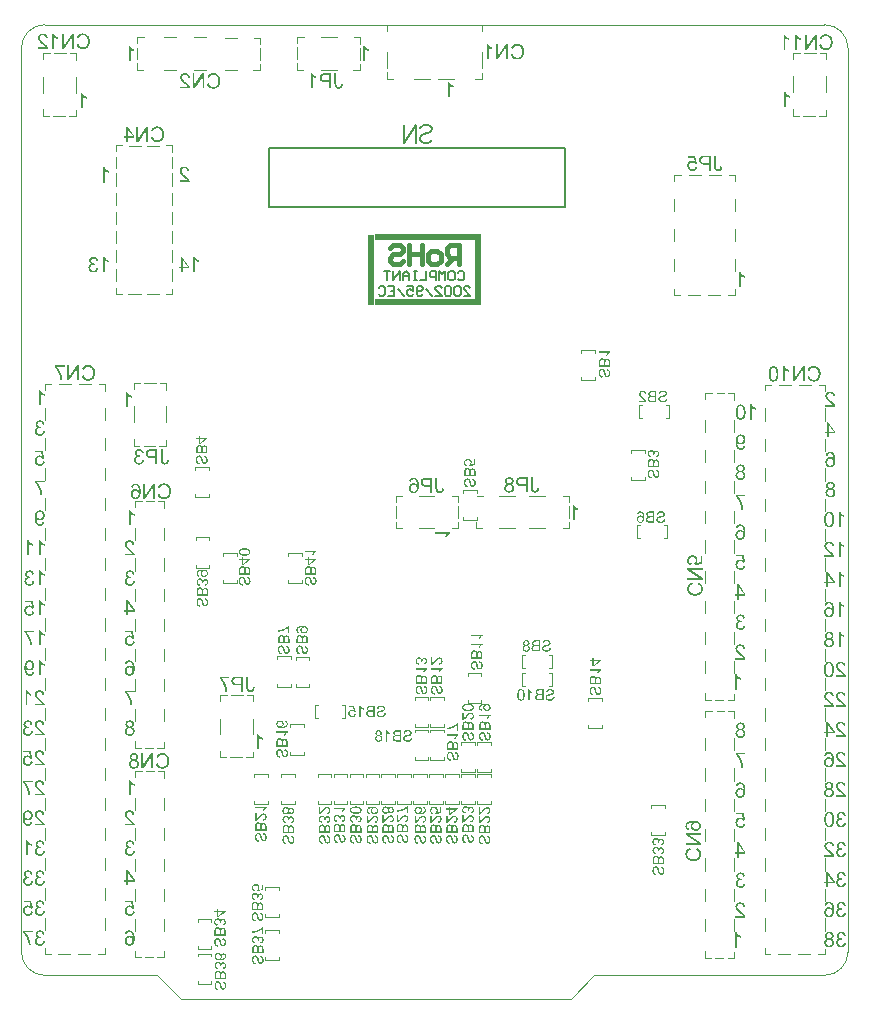
<source format=gbo>
G04*
G04 #@! TF.GenerationSoftware,Altium Limited,Altium Designer,22.10.1 (41)*
G04*
G04 Layer_Color=32896*
%FSLAX43Y43*%
%MOMM*%
G71*
G04*
G04 #@! TF.SameCoordinates,653730E2-FE11-40ED-88C2-BB3E2325E701*
G04*
G04*
G04 #@! TF.FilePolarity,Positive*
G04*
G01*
G75*
%ADD10C,0.120*%
%ADD11C,0.100*%
%ADD19C,0.200*%
%ADD20C,0.150*%
%ADD118C,0.400*%
%ADD133R,0.500X6.000*%
%ADD134R,9.000X0.500*%
G36*
X24989Y37897D02*
X24965Y37883D01*
X24943Y37868D01*
X24921Y37850D01*
X24901Y37833D01*
X24885Y37817D01*
X24871Y37804D01*
X24867Y37799D01*
X24863Y37794D01*
X24861Y37793D01*
X24860Y37792D01*
X24836Y37763D01*
X24814Y37733D01*
X24795Y37706D01*
X24779Y37678D01*
X24766Y37654D01*
X24760Y37645D01*
X24756Y37636D01*
X24752Y37629D01*
X24750Y37624D01*
X24748Y37621D01*
Y37620D01*
X24634D01*
X24642Y37641D01*
X24652Y37661D01*
X24662Y37682D01*
X24671Y37702D01*
X24680Y37718D01*
X24687Y37732D01*
X24692Y37740D01*
X24693Y37742D01*
Y37743D01*
X24709Y37768D01*
X24724Y37790D01*
X24738Y37810D01*
X24750Y37825D01*
X24760Y37839D01*
X24768Y37847D01*
X24774Y37854D01*
X24775Y37855D01*
X24025D01*
Y37973D01*
X24989D01*
Y37897D01*
D02*
G37*
G36*
X24363Y37279D02*
X24985D01*
Y37183D01*
X24363Y36743D01*
X24255D01*
Y37161D01*
X24025D01*
Y37279D01*
X24255D01*
Y37409D01*
X24363D01*
Y37279D01*
D02*
G37*
G36*
X24334Y36656D02*
X24362Y36650D01*
X24386Y36642D01*
X24408Y36634D01*
X24424Y36625D01*
X24437Y36617D01*
X24445Y36612D01*
X24448Y36610D01*
X24470Y36591D01*
X24488Y36570D01*
X24503Y36546D01*
X24516Y36526D01*
X24526Y36506D01*
X24531Y36489D01*
X24534Y36484D01*
X24535Y36480D01*
X24537Y36477D01*
Y36476D01*
X24551Y36499D01*
X24564Y36520D01*
X24580Y36537D01*
X24594Y36550D01*
X24605Y36562D01*
X24616Y36570D01*
X24621Y36574D01*
X24624Y36575D01*
X24645Y36587D01*
X24664Y36595D01*
X24684Y36602D01*
X24702Y36606D01*
X24717Y36609D01*
X24730Y36610D01*
X24736D01*
X24739D01*
X24763Y36609D01*
X24786Y36605D01*
X24807Y36598D01*
X24827Y36591D01*
X24843Y36584D01*
X24854Y36577D01*
X24863Y36573D01*
X24865Y36571D01*
X24886Y36556D01*
X24906Y36539D01*
X24921Y36521D01*
X24933Y36505D01*
X24943Y36491D01*
X24950Y36478D01*
X24954Y36470D01*
X24956Y36469D01*
Y36467D01*
X24965Y36441D01*
X24972Y36412D01*
X24978Y36383D01*
X24981Y36355D01*
X24983Y36330D01*
Y36319D01*
X24985Y36309D01*
Y35932D01*
X24025D01*
Y36298D01*
X24026Y36331D01*
X24028Y36360D01*
X24031Y36387D01*
X24033Y36409D01*
X24036Y36427D01*
X24037Y36441D01*
X24040Y36449D01*
Y36452D01*
X24047Y36476D01*
X24054Y36495D01*
X24062Y36513D01*
X24071Y36528D01*
X24076Y36541D01*
X24082Y36550D01*
X24086Y36556D01*
X24087Y36557D01*
X24100Y36573D01*
X24115Y36587D01*
X24130Y36598D01*
X24144Y36609D01*
X24158Y36617D01*
X24168Y36623D01*
X24175Y36627D01*
X24178Y36628D01*
X24200Y36638D01*
X24222Y36645D01*
X24243Y36650D01*
X24262Y36653D01*
X24279Y36656D01*
X24293Y36657D01*
X24301D01*
X24302D01*
X24304D01*
X24334Y36656D01*
D02*
G37*
G36*
X24322Y35761D02*
X24348Y35757D01*
X24372Y35750D01*
X24391Y35743D01*
X24408Y35735D01*
X24420Y35729D01*
X24427Y35724D01*
X24430Y35723D01*
X24451Y35706D01*
X24470Y35686D01*
X24487Y35666D01*
X24502Y35645D01*
X24513Y35627D01*
X24521Y35612D01*
X24524Y35606D01*
X24527Y35602D01*
X24528Y35599D01*
Y35598D01*
X24534Y35587D01*
X24538Y35573D01*
X24544Y35558D01*
X24549Y35541D01*
X24559Y35506D01*
X24569Y35470D01*
X24573Y35453D01*
X24577Y35438D01*
X24581Y35423D01*
X24584Y35411D01*
X24587Y35401D01*
X24588Y35392D01*
X24589Y35387D01*
Y35386D01*
X24596Y35358D01*
X24602Y35333D01*
X24609Y35311D01*
X24614Y35291D01*
X24621Y35273D01*
X24627Y35258D01*
X24632Y35244D01*
X24637Y35232D01*
X24642Y35222D01*
X24646Y35214D01*
X24649Y35208D01*
X24653Y35202D01*
X24657Y35196D01*
X24659Y35194D01*
X24673Y35182D01*
X24687Y35173D01*
X24700Y35166D01*
X24714Y35162D01*
X24725Y35159D01*
X24735Y35158D01*
X24741D01*
X24743D01*
X24766Y35161D01*
X24785Y35166D01*
X24802Y35175D01*
X24817Y35184D01*
X24828Y35193D01*
X24838Y35201D01*
X24843Y35207D01*
X24845Y35209D01*
X24852Y35221D01*
X24858Y35232D01*
X24870Y35258D01*
X24877Y35286D01*
X24882Y35313D01*
X24885Y35338D01*
X24886Y35349D01*
X24888Y35358D01*
Y35377D01*
X24886Y35416D01*
X24881Y35451D01*
X24872Y35478D01*
X24864Y35502D01*
X24856Y35520D01*
X24847Y35534D01*
X24842Y35541D01*
X24840Y35544D01*
X24821Y35563D01*
X24800Y35578D01*
X24778Y35591D01*
X24756Y35599D01*
X24735Y35605D01*
X24720Y35609D01*
X24713Y35610D01*
X24709Y35612D01*
X24706D01*
X24705D01*
X24714Y35734D01*
X24745Y35731D01*
X24773Y35724D01*
X24799Y35717D01*
X24821Y35707D01*
X24839Y35699D01*
X24853Y35692D01*
X24857Y35689D01*
X24861Y35686D01*
X24863Y35685D01*
X24864D01*
X24888Y35667D01*
X24908Y35648D01*
X24926Y35627D01*
X24940Y35606D01*
X24953Y35588D01*
X24960Y35574D01*
X24962Y35569D01*
X24965Y35564D01*
X24967Y35562D01*
Y35560D01*
X24978Y35530D01*
X24986Y35496D01*
X24993Y35466D01*
X24997Y35437D01*
X25000Y35411D01*
Y35401D01*
X25001Y35391D01*
Y35373D01*
X25000Y35337D01*
X24996Y35305D01*
X24990Y35275D01*
X24985Y35248D01*
X24979Y35227D01*
X24976Y35218D01*
X24974Y35211D01*
X24971Y35205D01*
X24969Y35201D01*
X24968Y35198D01*
Y35197D01*
X24954Y35169D01*
X24939Y35144D01*
X24922Y35123D01*
X24907Y35107D01*
X24893Y35094D01*
X24882Y35085D01*
X24874Y35078D01*
X24872Y35076D01*
X24871D01*
X24847Y35062D01*
X24824Y35053D01*
X24800Y35046D01*
X24779Y35042D01*
X24761Y35039D01*
X24748Y35036D01*
X24742D01*
X24738D01*
X24736D01*
X24735D01*
X24711Y35037D01*
X24689Y35042D01*
X24668Y35047D01*
X24650Y35053D01*
X24637Y35058D01*
X24625Y35064D01*
X24619Y35068D01*
X24616Y35069D01*
X24596Y35083D01*
X24578Y35100D01*
X24563Y35117D01*
X24551Y35133D01*
X24540Y35147D01*
X24533Y35159D01*
X24527Y35168D01*
X24526Y35169D01*
Y35171D01*
X24520Y35182D01*
X24515Y35194D01*
X24505Y35222D01*
X24495Y35254D01*
X24485Y35284D01*
X24477Y35312D01*
X24474Y35325D01*
X24472Y35336D01*
X24469Y35344D01*
X24467Y35351D01*
X24466Y35355D01*
Y35356D01*
X24460Y35380D01*
X24455Y35402D01*
X24449Y35422D01*
X24445Y35438D01*
X24441Y35455D01*
X24437Y35469D01*
X24434Y35481D01*
X24430Y35491D01*
X24427Y35501D01*
X24426Y35508D01*
X24422Y35519D01*
X24420Y35526D01*
X24419Y35527D01*
X24411Y35548D01*
X24401Y35566D01*
X24391Y35581D01*
X24383Y35592D01*
X24374Y35602D01*
X24369Y35607D01*
X24365Y35612D01*
X24363Y35613D01*
X24351Y35623D01*
X24337Y35630D01*
X24323Y35634D01*
X24312Y35638D01*
X24301Y35639D01*
X24293Y35641D01*
X24286D01*
X24284D01*
X24268Y35639D01*
X24252Y35637D01*
X24239Y35632D01*
X24227Y35627D01*
X24216Y35621D01*
X24209Y35617D01*
X24204Y35614D01*
X24203Y35613D01*
X24189Y35602D01*
X24178Y35588D01*
X24168Y35574D01*
X24158Y35562D01*
X24153Y35549D01*
X24147Y35539D01*
X24144Y35533D01*
X24143Y35530D01*
X24136Y35509D01*
X24130Y35487D01*
X24128Y35465D01*
X24125Y35445D01*
X24123Y35429D01*
X24122Y35415D01*
Y35402D01*
X24123Y35372D01*
X24126Y35344D01*
X24130Y35319D01*
X24136Y35297D01*
X24141Y35279D01*
X24146Y35265D01*
X24147Y35261D01*
X24148Y35257D01*
X24150Y35255D01*
Y35254D01*
X24161Y35232D01*
X24173Y35211D01*
X24186Y35196D01*
X24198Y35182D01*
X24208Y35171D01*
X24218Y35164D01*
X24223Y35159D01*
X24225Y35158D01*
X24243Y35148D01*
X24262Y35139D01*
X24283Y35133D01*
X24301Y35128D01*
X24319Y35123D01*
X24331Y35121D01*
X24337D01*
X24341Y35119D01*
X24343D01*
X24344D01*
X24333Y35000D01*
X24298Y35003D01*
X24265Y35008D01*
X24236Y35017D01*
X24209Y35026D01*
X24189Y35036D01*
X24180Y35040D01*
X24173Y35043D01*
X24168Y35047D01*
X24164Y35049D01*
X24161Y35051D01*
X24160D01*
X24133Y35072D01*
X24110Y35094D01*
X24090Y35118D01*
X24074Y35140D01*
X24061Y35159D01*
X24053Y35176D01*
X24050Y35182D01*
X24047Y35186D01*
X24046Y35189D01*
Y35190D01*
X24033Y35225D01*
X24024Y35261D01*
X24018Y35297D01*
X24013Y35331D01*
X24011Y35348D01*
X24010Y35362D01*
Y35374D01*
X24008Y35386D01*
Y35408D01*
X24010Y35445D01*
X24014Y35480D01*
X24021Y35512D01*
X24028Y35538D01*
X24033Y35560D01*
X24037Y35570D01*
X24040Y35578D01*
X24043Y35584D01*
X24044Y35588D01*
X24046Y35591D01*
Y35592D01*
X24061Y35621D01*
X24078Y35646D01*
X24096Y35668D01*
X24112Y35686D01*
X24126Y35700D01*
X24139Y35710D01*
X24147Y35717D01*
X24148Y35718D01*
X24150D01*
X24176Y35734D01*
X24201Y35745D01*
X24225Y35752D01*
X24247Y35757D01*
X24266Y35760D01*
X24282Y35763D01*
X24287D01*
X24291D01*
X24293D01*
X24294D01*
X24322Y35761D01*
D02*
G37*
G36*
X15412Y36359D02*
X15439Y36356D01*
X15466Y36354D01*
X15489Y36351D01*
X15512Y36348D01*
X15532Y36344D01*
X15550Y36340D01*
X15566Y36336D01*
X15579Y36333D01*
X15592Y36329D01*
X15602Y36326D01*
X15609Y36323D01*
X15614Y36320D01*
X15617Y36319D01*
X15618D01*
X15652Y36302D01*
X15681Y36284D01*
X15706Y36264D01*
X15726Y36245D01*
X15742Y36227D01*
X15753Y36214D01*
X15757Y36208D01*
X15760Y36204D01*
X15763Y36203D01*
Y36201D01*
X15779Y36172D01*
X15792Y36143D01*
X15801Y36114D01*
X15807Y36087D01*
X15811Y36064D01*
X15812Y36054D01*
Y36047D01*
X15814Y36040D01*
Y36031D01*
X15812Y36007D01*
X15810Y35985D01*
X15806Y35963D01*
X15800Y35943D01*
X15785Y35906D01*
X15778Y35889D01*
X15769Y35875D01*
X15760Y35861D01*
X15753Y35850D01*
X15745Y35839D01*
X15738Y35831D01*
X15732Y35824D01*
X15728Y35820D01*
X15725Y35817D01*
X15724Y35816D01*
X15707Y35800D01*
X15688Y35788D01*
X15670Y35775D01*
X15650Y35766D01*
X15629Y35757D01*
X15610Y35750D01*
X15574Y35741D01*
X15556Y35737D01*
X15541Y35734D01*
X15525Y35732D01*
X15513Y35731D01*
X15503Y35730D01*
X15496D01*
X15491D01*
X15489D01*
X15463Y35731D01*
X15439Y35734D01*
X15416Y35737D01*
X15394Y35742D01*
X15374Y35749D01*
X15355Y35756D01*
X15338Y35763D01*
X15323Y35771D01*
X15309Y35778D01*
X15297Y35785D01*
X15287Y35792D01*
X15277Y35799D01*
X15270Y35804D01*
X15266Y35807D01*
X15263Y35810D01*
X15262Y35811D01*
X15247Y35827D01*
X15234Y35843D01*
X15222Y35860D01*
X15212Y35878D01*
X15204Y35895D01*
X15197Y35911D01*
X15187Y35943D01*
X15183Y35957D01*
X15180Y35971D01*
X15179Y35982D01*
X15177Y35993D01*
X15176Y36001D01*
Y36013D01*
X15177Y36039D01*
X15181Y36064D01*
X15187Y36086D01*
X15194Y36107D01*
X15199Y36122D01*
X15205Y36135D01*
X15209Y36143D01*
X15211Y36146D01*
X15224Y36168D01*
X15240Y36187D01*
X15255Y36204D01*
X15269Y36218D01*
X15283Y36227D01*
X15292Y36236D01*
X15299Y36241D01*
X15302Y36243D01*
X15291D01*
X15284D01*
X15280D01*
X15279D01*
X15251Y36241D01*
X15224Y36240D01*
X15201Y36237D01*
X15179Y36234D01*
X15161Y36230D01*
X15147Y36227D01*
X15141Y36226D01*
X15137D01*
X15136Y36225D01*
X15134D01*
X15109Y36218D01*
X15087Y36211D01*
X15068Y36204D01*
X15051Y36197D01*
X15039Y36191D01*
X15029Y36186D01*
X15022Y36183D01*
X15021Y36182D01*
X15005Y36171D01*
X14993Y36160D01*
X14982Y36148D01*
X14972Y36137D01*
X14964Y36129D01*
X14958Y36121D01*
X14955Y36115D01*
X14954Y36114D01*
X14946Y36098D01*
X14940Y36082D01*
X14936Y36067D01*
X14933Y36051D01*
X14932Y36039D01*
X14930Y36029D01*
Y36019D01*
X14932Y35997D01*
X14936Y35976D01*
X14942Y35958D01*
X14948Y35943D01*
X14954Y35932D01*
X14960Y35922D01*
X14964Y35917D01*
X14965Y35915D01*
X14980Y35902D01*
X14998Y35890D01*
X15018Y35881D01*
X15037Y35874D01*
X15054Y35868D01*
X15069Y35864D01*
X15075Y35863D01*
X15077D01*
X15080Y35861D01*
X15082D01*
X15072Y35748D01*
X15032Y35756D01*
X14997Y35767D01*
X14967Y35781D01*
X14942Y35795D01*
X14922Y35809D01*
X14914Y35816D01*
X14907Y35821D01*
X14903Y35825D01*
X14899Y35829D01*
X14897Y35831D01*
X14896Y35832D01*
X14885Y35846D01*
X14875Y35861D01*
X14860Y35892D01*
X14849Y35922D01*
X14842Y35951D01*
X14836Y35978D01*
X14835Y35989D01*
Y35999D01*
X14833Y36006D01*
Y36017D01*
X14836Y36056D01*
X14842Y36090D01*
X14851Y36122D01*
X14862Y36148D01*
X14867Y36160D01*
X14872Y36171D01*
X14878Y36179D01*
X14882Y36187D01*
X14885Y36193D01*
X14887Y36197D01*
X14890Y36200D01*
Y36201D01*
X14914Y36229D01*
X14940Y36254D01*
X14968Y36273D01*
X14994Y36290D01*
X15018Y36304D01*
X15029Y36309D01*
X15037Y36313D01*
X15046Y36316D01*
X15051Y36319D01*
X15054Y36320D01*
X15055D01*
X15076Y36327D01*
X15100Y36334D01*
X15147Y36344D01*
X15197Y36351D01*
X15244Y36355D01*
X15265Y36358D01*
X15285Y36359D01*
X15304D01*
X15319Y36361D01*
X15331D01*
X15341D01*
X15348D01*
X15349D01*
X15381D01*
X15412Y36359D01*
D02*
G37*
G36*
X15166Y35612D02*
X15197Y35606D01*
X15223Y35598D01*
X15245Y35590D01*
X15263Y35581D01*
X15277Y35573D01*
X15285Y35567D01*
X15288Y35566D01*
X15309Y35547D01*
X15327Y35526D01*
X15341Y35504D01*
X15352Y35481D01*
X15360Y35462D01*
X15366Y35447D01*
X15367Y35441D01*
X15369Y35437D01*
X15370Y35434D01*
Y35433D01*
X15383Y35456D01*
X15395Y35476D01*
X15409Y35492D01*
X15421Y35506D01*
X15432Y35517D01*
X15442Y35526D01*
X15448Y35530D01*
X15450Y35531D01*
X15470Y35542D01*
X15489Y35551D01*
X15509Y35558D01*
X15527Y35562D01*
X15542Y35565D01*
X15553Y35566D01*
X15561D01*
X15564D01*
X15588Y35565D01*
X15611Y35560D01*
X15632Y35555D01*
X15650Y35548D01*
X15665Y35541D01*
X15678Y35535D01*
X15685Y35531D01*
X15688Y35530D01*
X15708Y35516D01*
X15726Y35499D01*
X15742Y35483D01*
X15756Y35466D01*
X15765Y35452D01*
X15774Y35440D01*
X15778Y35431D01*
X15779Y35430D01*
Y35429D01*
X15790Y35404D01*
X15799Y35379D01*
X15806Y35354D01*
X15810Y35332D01*
X15812Y35314D01*
X15814Y35298D01*
Y35264D01*
X15811Y35244D01*
X15804Y35207D01*
X15793Y35175D01*
X15782Y35147D01*
X15775Y35135D01*
X15769Y35125D01*
X15764Y35115D01*
X15758Y35108D01*
X15754Y35103D01*
X15751Y35099D01*
X15750Y35096D01*
X15749Y35094D01*
X15722Y35068D01*
X15693Y35047D01*
X15663Y35031D01*
X15632Y35017D01*
X15606Y35008D01*
X15595Y35004D01*
X15585Y35001D01*
X15577Y35000D01*
X15571Y34999D01*
X15567Y34997D01*
X15566D01*
X15545Y35115D01*
X15575Y35121D01*
X15602Y35129D01*
X15624Y35139D01*
X15642Y35149D01*
X15656Y35158D01*
X15665Y35167D01*
X15672Y35172D01*
X15674Y35173D01*
X15688Y35192D01*
X15699Y35211D01*
X15706Y35229D01*
X15711Y35247D01*
X15714Y35264D01*
X15717Y35276D01*
Y35287D01*
X15715Y35312D01*
X15710Y35334D01*
X15703Y35354D01*
X15696Y35370D01*
X15688Y35383D01*
X15681Y35393D01*
X15675Y35400D01*
X15674Y35401D01*
X15657Y35416D01*
X15639Y35427D01*
X15621Y35434D01*
X15604Y35440D01*
X15589Y35443D01*
X15578Y35445D01*
X15570D01*
X15568D01*
X15567D01*
X15552D01*
X15538Y35443D01*
X15514Y35436D01*
X15493Y35426D01*
X15475Y35415D01*
X15463Y35404D01*
X15453Y35394D01*
X15448Y35387D01*
X15446Y35386D01*
Y35384D01*
X15434Y35361D01*
X15424Y35339D01*
X15417Y35315D01*
X15413Y35294D01*
X15410Y35276D01*
X15408Y35261D01*
Y35243D01*
X15409Y35237D01*
Y35230D01*
X15305Y35216D01*
X15309Y35234D01*
X15312Y35251D01*
X15315Y35265D01*
X15316Y35277D01*
X15317Y35287D01*
Y35300D01*
X15315Y35329D01*
X15309Y35355D01*
X15301Y35379D01*
X15291Y35398D01*
X15281Y35413D01*
X15273Y35424D01*
X15267Y35431D01*
X15265Y35434D01*
X15244Y35452D01*
X15222Y35466D01*
X15199Y35476D01*
X15177Y35481D01*
X15159Y35486D01*
X15144Y35487D01*
X15138Y35488D01*
X15134D01*
X15132D01*
X15130D01*
X15100Y35486D01*
X15072Y35479D01*
X15048Y35470D01*
X15028Y35459D01*
X15011Y35448D01*
X14998Y35440D01*
X14990Y35433D01*
X14987Y35430D01*
X14968Y35408D01*
X14954Y35384D01*
X14944Y35361D01*
X14937Y35339D01*
X14933Y35319D01*
X14932Y35304D01*
X14930Y35298D01*
Y35290D01*
X14932Y35265D01*
X14937Y35241D01*
X14944Y35221D01*
X14953Y35204D01*
X14960Y35190D01*
X14967Y35179D01*
X14972Y35173D01*
X14973Y35171D01*
X14993Y35154D01*
X15015Y35140D01*
X15039Y35128D01*
X15064Y35118D01*
X15084Y35111D01*
X15094Y35108D01*
X15102Y35107D01*
X15109Y35106D01*
X15115Y35104D01*
X15118Y35103D01*
X15119D01*
X15104Y34985D01*
X15082Y34988D01*
X15061Y34992D01*
X15022Y35004D01*
X14989Y35020D01*
X14975Y35028D01*
X14961Y35036D01*
X14948Y35044D01*
X14939Y35053D01*
X14929Y35060D01*
X14922Y35067D01*
X14917Y35071D01*
X14912Y35075D01*
X14910Y35078D01*
X14908Y35079D01*
X14896Y35096D01*
X14883Y35112D01*
X14874Y35129D01*
X14865Y35147D01*
X14851Y35182D01*
X14843Y35215D01*
X14840Y35230D01*
X14838Y35244D01*
X14836Y35257D01*
X14835Y35268D01*
X14833Y35276D01*
Y35289D01*
X14835Y35315D01*
X14838Y35339D01*
X14842Y35362D01*
X14847Y35384D01*
X14854Y35405D01*
X14861Y35423D01*
X14869Y35441D01*
X14878Y35456D01*
X14885Y35472D01*
X14893Y35484D01*
X14900Y35495D01*
X14907Y35504D01*
X14912Y35510D01*
X14917Y35516D01*
X14919Y35519D01*
X14921Y35520D01*
X14937Y35537D01*
X14955Y35551D01*
X14973Y35563D01*
X14991Y35574D01*
X15008Y35583D01*
X15026Y35591D01*
X15059Y35602D01*
X15075Y35605D01*
X15089Y35608D01*
X15101Y35610D01*
X15112Y35612D01*
X15120Y35613D01*
X15127D01*
X15132D01*
X15133D01*
X15166Y35612D01*
D02*
G37*
G36*
X15159Y34856D02*
X15187Y34850D01*
X15211Y34842D01*
X15233Y34834D01*
X15249Y34825D01*
X15262Y34817D01*
X15270Y34812D01*
X15273Y34810D01*
X15295Y34791D01*
X15313Y34770D01*
X15328Y34746D01*
X15341Y34726D01*
X15351Y34706D01*
X15356Y34689D01*
X15359Y34684D01*
X15360Y34680D01*
X15362Y34677D01*
Y34676D01*
X15376Y34699D01*
X15389Y34720D01*
X15405Y34737D01*
X15419Y34750D01*
X15430Y34762D01*
X15441Y34770D01*
X15446Y34774D01*
X15449Y34775D01*
X15470Y34787D01*
X15489Y34795D01*
X15509Y34802D01*
X15527Y34806D01*
X15542Y34809D01*
X15555Y34810D01*
X15561D01*
X15564D01*
X15588Y34809D01*
X15611Y34805D01*
X15632Y34798D01*
X15652Y34791D01*
X15668Y34784D01*
X15679Y34777D01*
X15688Y34773D01*
X15690Y34771D01*
X15711Y34756D01*
X15731Y34739D01*
X15746Y34721D01*
X15758Y34705D01*
X15768Y34691D01*
X15775Y34678D01*
X15779Y34670D01*
X15781Y34669D01*
Y34667D01*
X15790Y34641D01*
X15797Y34612D01*
X15803Y34583D01*
X15806Y34555D01*
X15808Y34530D01*
Y34519D01*
X15810Y34509D01*
Y34132D01*
X14850D01*
Y34498D01*
X14851Y34531D01*
X14853Y34560D01*
X14856Y34587D01*
X14858Y34609D01*
X14861Y34627D01*
X14862Y34641D01*
X14865Y34649D01*
Y34652D01*
X14872Y34676D01*
X14879Y34695D01*
X14887Y34713D01*
X14896Y34728D01*
X14901Y34741D01*
X14907Y34750D01*
X14911Y34756D01*
X14912Y34757D01*
X14925Y34773D01*
X14940Y34787D01*
X14955Y34798D01*
X14969Y34809D01*
X14983Y34817D01*
X14993Y34823D01*
X15000Y34827D01*
X15003Y34828D01*
X15025Y34838D01*
X15047Y34845D01*
X15068Y34850D01*
X15087Y34853D01*
X15104Y34856D01*
X15118Y34857D01*
X15126D01*
X15127D01*
X15129D01*
X15159Y34856D01*
D02*
G37*
G36*
X15147Y33961D02*
X15173Y33957D01*
X15197Y33950D01*
X15216Y33943D01*
X15233Y33935D01*
X15245Y33929D01*
X15252Y33924D01*
X15255Y33923D01*
X15276Y33906D01*
X15295Y33886D01*
X15312Y33866D01*
X15327Y33845D01*
X15338Y33827D01*
X15346Y33812D01*
X15349Y33806D01*
X15352Y33802D01*
X15353Y33799D01*
Y33798D01*
X15359Y33787D01*
X15363Y33773D01*
X15369Y33758D01*
X15374Y33741D01*
X15384Y33706D01*
X15394Y33670D01*
X15398Y33653D01*
X15402Y33638D01*
X15406Y33623D01*
X15409Y33611D01*
X15412Y33601D01*
X15413Y33592D01*
X15414Y33587D01*
Y33586D01*
X15421Y33558D01*
X15427Y33533D01*
X15434Y33511D01*
X15439Y33491D01*
X15446Y33473D01*
X15452Y33458D01*
X15457Y33444D01*
X15462Y33432D01*
X15467Y33422D01*
X15471Y33414D01*
X15474Y33408D01*
X15478Y33402D01*
X15482Y33396D01*
X15484Y33394D01*
X15498Y33382D01*
X15512Y33373D01*
X15525Y33366D01*
X15539Y33362D01*
X15550Y33359D01*
X15560Y33358D01*
X15566D01*
X15568D01*
X15591Y33361D01*
X15610Y33366D01*
X15627Y33375D01*
X15642Y33384D01*
X15653Y33393D01*
X15663Y33401D01*
X15668Y33407D01*
X15670Y33409D01*
X15677Y33421D01*
X15683Y33432D01*
X15695Y33458D01*
X15702Y33486D01*
X15707Y33513D01*
X15710Y33538D01*
X15711Y33549D01*
X15713Y33558D01*
Y33577D01*
X15711Y33616D01*
X15706Y33651D01*
X15697Y33678D01*
X15689Y33702D01*
X15681Y33720D01*
X15672Y33734D01*
X15667Y33741D01*
X15665Y33744D01*
X15646Y33763D01*
X15625Y33778D01*
X15603Y33791D01*
X15581Y33799D01*
X15560Y33805D01*
X15545Y33809D01*
X15538Y33810D01*
X15534Y33812D01*
X15531D01*
X15530D01*
X15539Y33934D01*
X15570Y33931D01*
X15598Y33924D01*
X15624Y33917D01*
X15646Y33907D01*
X15664Y33899D01*
X15678Y33892D01*
X15682Y33889D01*
X15686Y33886D01*
X15688Y33885D01*
X15689D01*
X15713Y33867D01*
X15733Y33848D01*
X15751Y33827D01*
X15765Y33806D01*
X15778Y33788D01*
X15785Y33774D01*
X15788Y33769D01*
X15790Y33764D01*
X15792Y33762D01*
Y33760D01*
X15803Y33730D01*
X15811Y33696D01*
X15818Y33666D01*
X15822Y33637D01*
X15825Y33611D01*
Y33601D01*
X15826Y33591D01*
Y33573D01*
X15825Y33537D01*
X15821Y33505D01*
X15815Y33475D01*
X15810Y33448D01*
X15804Y33427D01*
X15801Y33418D01*
X15799Y33411D01*
X15796Y33405D01*
X15794Y33401D01*
X15793Y33398D01*
Y33397D01*
X15779Y33369D01*
X15764Y33344D01*
X15747Y33323D01*
X15732Y33307D01*
X15718Y33294D01*
X15707Y33285D01*
X15699Y33278D01*
X15697Y33276D01*
X15696D01*
X15672Y33262D01*
X15649Y33253D01*
X15625Y33246D01*
X15604Y33242D01*
X15586Y33239D01*
X15573Y33236D01*
X15567D01*
X15563D01*
X15561D01*
X15560D01*
X15536Y33237D01*
X15514Y33242D01*
X15493Y33247D01*
X15475Y33253D01*
X15462Y33258D01*
X15450Y33264D01*
X15444Y33268D01*
X15441Y33269D01*
X15421Y33283D01*
X15403Y33300D01*
X15388Y33316D01*
X15376Y33333D01*
X15365Y33347D01*
X15358Y33359D01*
X15352Y33368D01*
X15351Y33369D01*
Y33371D01*
X15345Y33382D01*
X15340Y33394D01*
X15330Y33422D01*
X15320Y33454D01*
X15310Y33484D01*
X15302Y33512D01*
X15299Y33525D01*
X15297Y33536D01*
X15294Y33544D01*
X15292Y33551D01*
X15291Y33555D01*
Y33556D01*
X15285Y33580D01*
X15280Y33602D01*
X15274Y33622D01*
X15270Y33638D01*
X15266Y33655D01*
X15262Y33669D01*
X15259Y33681D01*
X15255Y33691D01*
X15252Y33701D01*
X15251Y33708D01*
X15247Y33719D01*
X15245Y33726D01*
X15244Y33727D01*
X15236Y33748D01*
X15226Y33766D01*
X15216Y33781D01*
X15208Y33792D01*
X15199Y33802D01*
X15194Y33807D01*
X15190Y33812D01*
X15188Y33813D01*
X15176Y33823D01*
X15162Y33830D01*
X15148Y33834D01*
X15137Y33838D01*
X15126Y33839D01*
X15118Y33841D01*
X15111D01*
X15109D01*
X15093Y33839D01*
X15077Y33837D01*
X15064Y33832D01*
X15052Y33827D01*
X15041Y33821D01*
X15034Y33817D01*
X15029Y33814D01*
X15028Y33813D01*
X15014Y33802D01*
X15003Y33788D01*
X14993Y33774D01*
X14983Y33762D01*
X14978Y33749D01*
X14972Y33739D01*
X14969Y33733D01*
X14968Y33730D01*
X14961Y33709D01*
X14955Y33687D01*
X14953Y33665D01*
X14950Y33645D01*
X14948Y33629D01*
X14947Y33615D01*
Y33602D01*
X14948Y33572D01*
X14951Y33544D01*
X14955Y33519D01*
X14961Y33497D01*
X14967Y33479D01*
X14971Y33465D01*
X14972Y33461D01*
X14973Y33457D01*
X14975Y33455D01*
Y33454D01*
X14986Y33432D01*
X14998Y33411D01*
X15011Y33396D01*
X15023Y33382D01*
X15033Y33371D01*
X15043Y33364D01*
X15048Y33359D01*
X15050Y33358D01*
X15068Y33348D01*
X15087Y33339D01*
X15108Y33333D01*
X15126Y33328D01*
X15144Y33323D01*
X15156Y33321D01*
X15162D01*
X15166Y33319D01*
X15168D01*
X15169D01*
X15158Y33200D01*
X15123Y33203D01*
X15090Y33208D01*
X15061Y33217D01*
X15034Y33226D01*
X15014Y33236D01*
X15005Y33240D01*
X14998Y33243D01*
X14993Y33247D01*
X14989Y33249D01*
X14986Y33251D01*
X14985D01*
X14958Y33272D01*
X14935Y33294D01*
X14915Y33318D01*
X14899Y33340D01*
X14886Y33359D01*
X14878Y33376D01*
X14875Y33382D01*
X14872Y33386D01*
X14871Y33389D01*
Y33390D01*
X14858Y33425D01*
X14849Y33461D01*
X14843Y33497D01*
X14838Y33531D01*
X14836Y33548D01*
X14835Y33562D01*
Y33574D01*
X14833Y33586D01*
Y33608D01*
X14835Y33645D01*
X14839Y33680D01*
X14846Y33712D01*
X14853Y33738D01*
X14858Y33760D01*
X14862Y33770D01*
X14865Y33778D01*
X14868Y33784D01*
X14869Y33788D01*
X14871Y33791D01*
Y33792D01*
X14886Y33821D01*
X14903Y33846D01*
X14921Y33868D01*
X14937Y33886D01*
X14951Y33900D01*
X14964Y33910D01*
X14972Y33917D01*
X14973Y33918D01*
X14975D01*
X15001Y33934D01*
X15026Y33945D01*
X15050Y33952D01*
X15072Y33957D01*
X15091Y33960D01*
X15107Y33963D01*
X15112D01*
X15116D01*
X15118D01*
X15119D01*
X15147Y33961D01*
D02*
G37*
G36*
X22430Y16259D02*
X22459Y16254D01*
X22486Y16245D01*
X22508Y16237D01*
X22526Y16229D01*
X22540Y16220D01*
X22548Y16215D01*
X22549Y16213D01*
X22551D01*
X22573Y16194D01*
X22592Y16173D01*
X22608Y16151D01*
X22621Y16130D01*
X22631Y16111D01*
X22638Y16094D01*
X22641Y16089D01*
X22642Y16084D01*
X22644Y16082D01*
Y16080D01*
X22655Y16105D01*
X22667Y16126D01*
X22680Y16144D01*
X22692Y16159D01*
X22703Y16170D01*
X22712Y16179D01*
X22717Y16184D01*
X22720Y16186D01*
X22739Y16198D01*
X22759Y16207D01*
X22778Y16213D01*
X22798Y16218D01*
X22813Y16220D01*
X22825Y16222D01*
X22834D01*
X22835D01*
X22836D01*
X22856Y16220D01*
X22874Y16219D01*
X22909Y16209D01*
X22939Y16197D01*
X22965Y16183D01*
X22986Y16169D01*
X22995Y16162D01*
X23003Y16157D01*
X23008Y16151D01*
X23013Y16147D01*
X23014Y16146D01*
X23015Y16144D01*
X23028Y16129D01*
X23040Y16114D01*
X23050Y16097D01*
X23058Y16080D01*
X23071Y16047D01*
X23079Y16014D01*
X23083Y16000D01*
X23085Y15986D01*
X23086Y15974D01*
X23087Y15962D01*
X23089Y15954D01*
Y15942D01*
X23087Y15919D01*
X23086Y15897D01*
X23078Y15858D01*
X23072Y15840D01*
X23067Y15824D01*
X23060Y15809D01*
X23053Y15795D01*
X23046Y15784D01*
X23039Y15772D01*
X23033Y15763D01*
X23028Y15756D01*
X23024Y15750D01*
X23020Y15746D01*
X23018Y15743D01*
X23017Y15742D01*
X23003Y15729D01*
X22989Y15717D01*
X22974Y15707D01*
X22958Y15699D01*
X22929Y15685D01*
X22902Y15677D01*
X22878Y15671D01*
X22867Y15670D01*
X22859Y15668D01*
X22850Y15667D01*
X22845D01*
X22842D01*
X22841D01*
X22816Y15668D01*
X22792Y15673D01*
X22771Y15678D01*
X22753Y15685D01*
X22739Y15691D01*
X22728Y15696D01*
X22723Y15700D01*
X22720Y15702D01*
X22703Y15717D01*
X22688Y15734D01*
X22674Y15752D01*
X22663Y15770D01*
X22655Y15786D01*
X22649Y15799D01*
X22646Y15804D01*
X22645Y15809D01*
X22644Y15810D01*
Y15811D01*
X22634Y15779D01*
X22621Y15753D01*
X22606Y15729D01*
X22592Y15710D01*
X22579Y15695D01*
X22567Y15684D01*
X22560Y15678D01*
X22559Y15675D01*
X22558D01*
X22533Y15660D01*
X22506Y15648D01*
X22481Y15639D01*
X22456Y15634D01*
X22434Y15631D01*
X22425Y15630D01*
X22416D01*
X22411Y15628D01*
X22405D01*
X22402D01*
X22401D01*
X22379Y15630D01*
X22357Y15632D01*
X22336Y15637D01*
X22315Y15642D01*
X22280Y15656D01*
X22264Y15663D01*
X22250Y15671D01*
X22236Y15680D01*
X22225Y15686D01*
X22215Y15695D01*
X22207Y15700D01*
X22200Y15706D01*
X22196Y15710D01*
X22193Y15713D01*
X22192Y15714D01*
X22176Y15731D01*
X22164Y15749D01*
X22153Y15768D01*
X22143Y15788D01*
X22136Y15806D01*
X22129Y15825D01*
X22119Y15863D01*
X22115Y15879D01*
X22113Y15894D01*
X22111Y15908D01*
X22110Y15921D01*
X22108Y15931D01*
Y15944D01*
X22110Y15971D01*
X22113Y15994D01*
X22117Y16018D01*
X22121Y16040D01*
X22128Y16060D01*
X22135Y16079D01*
X22142Y16097D01*
X22150Y16112D01*
X22158Y16126D01*
X22165Y16139D01*
X22172Y16148D01*
X22179Y16158D01*
X22183Y16165D01*
X22187Y16169D01*
X22190Y16172D01*
X22192Y16173D01*
X22208Y16188D01*
X22225Y16202D01*
X22241Y16213D01*
X22260Y16223D01*
X22276Y16233D01*
X22294Y16240D01*
X22326Y16250D01*
X22341Y16254D01*
X22355Y16256D01*
X22368Y16258D01*
X22377Y16259D01*
X22386Y16261D01*
X22393D01*
X22397D01*
X22398D01*
X22430Y16259D01*
D02*
G37*
G36*
X22441Y15512D02*
X22472Y15506D01*
X22498Y15498D01*
X22520Y15490D01*
X22538Y15481D01*
X22552Y15473D01*
X22560Y15467D01*
X22563Y15466D01*
X22584Y15447D01*
X22602Y15426D01*
X22616Y15404D01*
X22627Y15381D01*
X22635Y15362D01*
X22641Y15347D01*
X22642Y15341D01*
X22644Y15337D01*
X22645Y15334D01*
Y15333D01*
X22658Y15356D01*
X22670Y15376D01*
X22684Y15392D01*
X22696Y15406D01*
X22707Y15417D01*
X22717Y15426D01*
X22723Y15430D01*
X22726Y15431D01*
X22745Y15442D01*
X22764Y15451D01*
X22784Y15458D01*
X22802Y15462D01*
X22817Y15465D01*
X22828Y15466D01*
X22836D01*
X22839D01*
X22863Y15465D01*
X22886Y15460D01*
X22907Y15455D01*
X22925Y15448D01*
X22940Y15441D01*
X22953Y15435D01*
X22960Y15431D01*
X22963Y15430D01*
X22983Y15416D01*
X23001Y15399D01*
X23017Y15383D01*
X23031Y15366D01*
X23040Y15352D01*
X23049Y15340D01*
X23053Y15331D01*
X23054Y15330D01*
Y15329D01*
X23065Y15304D01*
X23074Y15279D01*
X23081Y15254D01*
X23085Y15232D01*
X23087Y15214D01*
X23089Y15198D01*
Y15164D01*
X23086Y15144D01*
X23079Y15107D01*
X23068Y15075D01*
X23057Y15047D01*
X23050Y15035D01*
X23044Y15025D01*
X23039Y15015D01*
X23033Y15008D01*
X23029Y15003D01*
X23026Y14999D01*
X23025Y14996D01*
X23024Y14994D01*
X22997Y14968D01*
X22968Y14947D01*
X22938Y14931D01*
X22907Y14917D01*
X22881Y14908D01*
X22870Y14904D01*
X22860Y14901D01*
X22852Y14900D01*
X22846Y14899D01*
X22842Y14897D01*
X22841D01*
X22820Y15015D01*
X22850Y15021D01*
X22877Y15029D01*
X22899Y15039D01*
X22917Y15049D01*
X22931Y15058D01*
X22940Y15067D01*
X22947Y15072D01*
X22949Y15073D01*
X22963Y15092D01*
X22974Y15111D01*
X22981Y15129D01*
X22986Y15147D01*
X22989Y15164D01*
X22992Y15176D01*
Y15187D01*
X22990Y15212D01*
X22985Y15234D01*
X22978Y15254D01*
X22971Y15270D01*
X22963Y15283D01*
X22956Y15293D01*
X22950Y15300D01*
X22949Y15301D01*
X22932Y15316D01*
X22914Y15327D01*
X22896Y15334D01*
X22879Y15340D01*
X22864Y15343D01*
X22853Y15345D01*
X22845D01*
X22843D01*
X22842D01*
X22827D01*
X22813Y15343D01*
X22789Y15336D01*
X22768Y15326D01*
X22750Y15315D01*
X22738Y15304D01*
X22728Y15294D01*
X22723Y15287D01*
X22721Y15286D01*
Y15284D01*
X22709Y15261D01*
X22699Y15239D01*
X22692Y15215D01*
X22688Y15194D01*
X22685Y15176D01*
X22683Y15161D01*
Y15143D01*
X22684Y15137D01*
Y15130D01*
X22580Y15116D01*
X22584Y15134D01*
X22587Y15151D01*
X22590Y15165D01*
X22591Y15177D01*
X22592Y15187D01*
Y15200D01*
X22590Y15229D01*
X22584Y15255D01*
X22576Y15279D01*
X22566Y15298D01*
X22556Y15313D01*
X22548Y15324D01*
X22542Y15331D01*
X22540Y15334D01*
X22519Y15352D01*
X22497Y15366D01*
X22474Y15376D01*
X22452Y15381D01*
X22434Y15386D01*
X22419Y15387D01*
X22413Y15388D01*
X22409D01*
X22407D01*
X22405D01*
X22375Y15386D01*
X22347Y15379D01*
X22323Y15370D01*
X22303Y15359D01*
X22286Y15348D01*
X22273Y15340D01*
X22265Y15333D01*
X22262Y15330D01*
X22243Y15308D01*
X22229Y15284D01*
X22219Y15261D01*
X22212Y15239D01*
X22208Y15219D01*
X22207Y15204D01*
X22205Y15198D01*
Y15190D01*
X22207Y15165D01*
X22212Y15141D01*
X22219Y15121D01*
X22228Y15104D01*
X22235Y15090D01*
X22241Y15079D01*
X22247Y15073D01*
X22248Y15071D01*
X22268Y15054D01*
X22290Y15040D01*
X22314Y15028D01*
X22339Y15018D01*
X22359Y15011D01*
X22369Y15008D01*
X22377Y15007D01*
X22384Y15006D01*
X22390Y15004D01*
X22393Y15003D01*
X22394D01*
X22379Y14885D01*
X22357Y14888D01*
X22336Y14892D01*
X22297Y14904D01*
X22264Y14920D01*
X22250Y14928D01*
X22236Y14936D01*
X22223Y14944D01*
X22214Y14953D01*
X22204Y14960D01*
X22197Y14967D01*
X22192Y14971D01*
X22187Y14975D01*
X22185Y14978D01*
X22183Y14979D01*
X22171Y14996D01*
X22158Y15012D01*
X22149Y15029D01*
X22140Y15047D01*
X22126Y15082D01*
X22118Y15115D01*
X22115Y15130D01*
X22113Y15144D01*
X22111Y15157D01*
X22110Y15168D01*
X22108Y15176D01*
Y15189D01*
X22110Y15215D01*
X22113Y15239D01*
X22117Y15262D01*
X22122Y15284D01*
X22129Y15305D01*
X22136Y15323D01*
X22144Y15341D01*
X22153Y15356D01*
X22160Y15372D01*
X22168Y15384D01*
X22175Y15395D01*
X22182Y15404D01*
X22187Y15410D01*
X22192Y15416D01*
X22194Y15419D01*
X22196Y15420D01*
X22212Y15437D01*
X22230Y15451D01*
X22248Y15463D01*
X22266Y15474D01*
X22283Y15483D01*
X22301Y15491D01*
X22334Y15502D01*
X22350Y15505D01*
X22364Y15508D01*
X22376Y15510D01*
X22387Y15512D01*
X22395Y15513D01*
X22402D01*
X22407D01*
X22408D01*
X22441Y15512D01*
D02*
G37*
G36*
X22434Y14756D02*
X22462Y14750D01*
X22486Y14742D01*
X22508Y14734D01*
X22524Y14725D01*
X22537Y14717D01*
X22545Y14712D01*
X22548Y14710D01*
X22570Y14691D01*
X22588Y14670D01*
X22603Y14646D01*
X22616Y14626D01*
X22626Y14606D01*
X22631Y14589D01*
X22634Y14584D01*
X22635Y14580D01*
X22637Y14577D01*
Y14576D01*
X22651Y14599D01*
X22664Y14620D01*
X22680Y14637D01*
X22694Y14650D01*
X22705Y14662D01*
X22716Y14670D01*
X22721Y14674D01*
X22724Y14675D01*
X22745Y14687D01*
X22764Y14695D01*
X22784Y14702D01*
X22802Y14706D01*
X22817Y14709D01*
X22830Y14710D01*
X22836D01*
X22839D01*
X22863Y14709D01*
X22886Y14705D01*
X22907Y14698D01*
X22927Y14691D01*
X22943Y14684D01*
X22954Y14677D01*
X22963Y14673D01*
X22965Y14671D01*
X22986Y14656D01*
X23006Y14639D01*
X23021Y14621D01*
X23033Y14605D01*
X23043Y14591D01*
X23050Y14578D01*
X23054Y14570D01*
X23056Y14569D01*
Y14567D01*
X23065Y14541D01*
X23072Y14512D01*
X23078Y14483D01*
X23081Y14455D01*
X23083Y14430D01*
Y14419D01*
X23085Y14409D01*
Y14032D01*
X22125D01*
Y14398D01*
X22126Y14431D01*
X22128Y14460D01*
X22131Y14487D01*
X22133Y14509D01*
X22136Y14527D01*
X22137Y14541D01*
X22140Y14549D01*
Y14552D01*
X22147Y14576D01*
X22154Y14595D01*
X22162Y14613D01*
X22171Y14628D01*
X22176Y14641D01*
X22182Y14650D01*
X22186Y14656D01*
X22187Y14657D01*
X22200Y14673D01*
X22215Y14687D01*
X22230Y14698D01*
X22244Y14709D01*
X22258Y14717D01*
X22268Y14723D01*
X22275Y14727D01*
X22278Y14728D01*
X22300Y14738D01*
X22322Y14745D01*
X22343Y14750D01*
X22362Y14753D01*
X22379Y14756D01*
X22393Y14757D01*
X22401D01*
X22402D01*
X22404D01*
X22434Y14756D01*
D02*
G37*
G36*
X22422Y13861D02*
X22448Y13857D01*
X22472Y13850D01*
X22491Y13843D01*
X22508Y13835D01*
X22520Y13829D01*
X22527Y13824D01*
X22530Y13823D01*
X22551Y13806D01*
X22570Y13786D01*
X22587Y13766D01*
X22602Y13745D01*
X22613Y13727D01*
X22621Y13712D01*
X22624Y13706D01*
X22627Y13702D01*
X22628Y13699D01*
Y13698D01*
X22634Y13687D01*
X22638Y13673D01*
X22644Y13658D01*
X22649Y13641D01*
X22659Y13606D01*
X22669Y13570D01*
X22673Y13554D01*
X22677Y13538D01*
X22681Y13523D01*
X22684Y13510D01*
X22687Y13501D01*
X22688Y13492D01*
X22689Y13487D01*
Y13486D01*
X22696Y13458D01*
X22702Y13433D01*
X22709Y13411D01*
X22714Y13391D01*
X22721Y13373D01*
X22727Y13358D01*
X22732Y13344D01*
X22737Y13332D01*
X22742Y13322D01*
X22746Y13314D01*
X22749Y13308D01*
X22753Y13302D01*
X22757Y13296D01*
X22759Y13294D01*
X22773Y13282D01*
X22787Y13273D01*
X22800Y13266D01*
X22814Y13262D01*
X22825Y13259D01*
X22835Y13258D01*
X22841D01*
X22843D01*
X22866Y13261D01*
X22885Y13266D01*
X22902Y13275D01*
X22917Y13284D01*
X22928Y13293D01*
X22938Y13301D01*
X22943Y13307D01*
X22945Y13309D01*
X22952Y13321D01*
X22958Y13332D01*
X22970Y13358D01*
X22977Y13386D01*
X22982Y13413D01*
X22985Y13438D01*
X22986Y13449D01*
X22988Y13458D01*
Y13477D01*
X22986Y13516D01*
X22981Y13551D01*
X22972Y13578D01*
X22964Y13602D01*
X22956Y13620D01*
X22947Y13634D01*
X22942Y13641D01*
X22940Y13644D01*
X22921Y13663D01*
X22900Y13678D01*
X22878Y13691D01*
X22856Y13699D01*
X22835Y13705D01*
X22820Y13709D01*
X22813Y13710D01*
X22809Y13712D01*
X22806D01*
X22805D01*
X22814Y13834D01*
X22845Y13831D01*
X22873Y13824D01*
X22899Y13817D01*
X22921Y13807D01*
X22939Y13799D01*
X22953Y13792D01*
X22957Y13789D01*
X22961Y13786D01*
X22963Y13785D01*
X22964D01*
X22988Y13767D01*
X23008Y13748D01*
X23026Y13727D01*
X23040Y13706D01*
X23053Y13688D01*
X23060Y13674D01*
X23062Y13669D01*
X23065Y13664D01*
X23067Y13662D01*
Y13660D01*
X23078Y13630D01*
X23086Y13596D01*
X23093Y13566D01*
X23097Y13537D01*
X23100Y13510D01*
Y13501D01*
X23101Y13491D01*
Y13473D01*
X23100Y13437D01*
X23096Y13405D01*
X23090Y13375D01*
X23085Y13348D01*
X23079Y13327D01*
X23076Y13318D01*
X23074Y13311D01*
X23071Y13305D01*
X23069Y13301D01*
X23068Y13298D01*
Y13297D01*
X23054Y13269D01*
X23039Y13244D01*
X23022Y13223D01*
X23007Y13207D01*
X22993Y13194D01*
X22982Y13185D01*
X22974Y13178D01*
X22972Y13176D01*
X22971D01*
X22947Y13162D01*
X22924Y13153D01*
X22900Y13146D01*
X22879Y13142D01*
X22861Y13139D01*
X22848Y13136D01*
X22842D01*
X22838D01*
X22836D01*
X22835D01*
X22811Y13137D01*
X22789Y13142D01*
X22768Y13147D01*
X22750Y13153D01*
X22737Y13158D01*
X22726Y13164D01*
X22719Y13168D01*
X22716Y13169D01*
X22696Y13183D01*
X22678Y13200D01*
X22663Y13216D01*
X22651Y13233D01*
X22640Y13247D01*
X22633Y13259D01*
X22627Y13268D01*
X22626Y13269D01*
Y13271D01*
X22620Y13282D01*
X22615Y13294D01*
X22605Y13322D01*
X22595Y13354D01*
X22585Y13384D01*
X22577Y13412D01*
X22574Y13425D01*
X22572Y13436D01*
X22569Y13444D01*
X22567Y13451D01*
X22566Y13455D01*
Y13456D01*
X22560Y13480D01*
X22555Y13502D01*
X22549Y13522D01*
X22545Y13538D01*
X22541Y13555D01*
X22537Y13569D01*
X22534Y13581D01*
X22530Y13591D01*
X22527Y13601D01*
X22526Y13608D01*
X22522Y13619D01*
X22520Y13626D01*
X22519Y13627D01*
X22511Y13648D01*
X22501Y13666D01*
X22491Y13681D01*
X22483Y13692D01*
X22474Y13702D01*
X22469Y13707D01*
X22465Y13712D01*
X22463Y13713D01*
X22451Y13723D01*
X22437Y13730D01*
X22423Y13734D01*
X22412Y13738D01*
X22401Y13739D01*
X22393Y13741D01*
X22386D01*
X22384D01*
X22368Y13739D01*
X22352Y13737D01*
X22339Y13732D01*
X22327Y13727D01*
X22316Y13721D01*
X22309Y13717D01*
X22304Y13714D01*
X22303Y13713D01*
X22289Y13702D01*
X22278Y13688D01*
X22268Y13674D01*
X22258Y13662D01*
X22253Y13649D01*
X22247Y13639D01*
X22244Y13633D01*
X22243Y13630D01*
X22236Y13609D01*
X22230Y13587D01*
X22228Y13565D01*
X22225Y13545D01*
X22223Y13529D01*
X22222Y13515D01*
Y13502D01*
X22223Y13472D01*
X22226Y13444D01*
X22230Y13419D01*
X22236Y13397D01*
X22241Y13379D01*
X22246Y13365D01*
X22247Y13361D01*
X22248Y13357D01*
X22250Y13355D01*
Y13354D01*
X22261Y13332D01*
X22273Y13311D01*
X22286Y13296D01*
X22298Y13282D01*
X22308Y13271D01*
X22318Y13264D01*
X22323Y13259D01*
X22325Y13258D01*
X22343Y13248D01*
X22362Y13239D01*
X22383Y13233D01*
X22401Y13228D01*
X22419Y13223D01*
X22431Y13221D01*
X22437D01*
X22441Y13219D01*
X22443D01*
X22444D01*
X22433Y13100D01*
X22398Y13103D01*
X22365Y13108D01*
X22336Y13117D01*
X22309Y13126D01*
X22289Y13136D01*
X22280Y13140D01*
X22273Y13143D01*
X22268Y13147D01*
X22264Y13149D01*
X22261Y13151D01*
X22260D01*
X22233Y13172D01*
X22210Y13194D01*
X22190Y13218D01*
X22174Y13240D01*
X22161Y13259D01*
X22153Y13276D01*
X22150Y13282D01*
X22147Y13286D01*
X22146Y13289D01*
Y13290D01*
X22133Y13325D01*
X22124Y13361D01*
X22118Y13397D01*
X22113Y13431D01*
X22111Y13448D01*
X22110Y13462D01*
Y13474D01*
X22108Y13486D01*
Y13508D01*
X22110Y13545D01*
X22114Y13580D01*
X22121Y13612D01*
X22128Y13638D01*
X22133Y13660D01*
X22137Y13670D01*
X22140Y13678D01*
X22143Y13684D01*
X22144Y13688D01*
X22146Y13691D01*
Y13692D01*
X22161Y13721D01*
X22178Y13746D01*
X22196Y13768D01*
X22212Y13786D01*
X22226Y13800D01*
X22239Y13810D01*
X22247Y13817D01*
X22248Y13818D01*
X22250D01*
X22276Y13834D01*
X22301Y13845D01*
X22325Y13852D01*
X22347Y13857D01*
X22366Y13860D01*
X22382Y13863D01*
X22387D01*
X22391D01*
X22393D01*
X22394D01*
X22422Y13861D01*
D02*
G37*
G36*
X32747Y15713D02*
X32633D01*
Y16183D01*
X32593Y16150D01*
X32550Y16118D01*
X32509Y16090D01*
X32468Y16064D01*
X32450Y16053D01*
X32434Y16043D01*
X32419Y16033D01*
X32406Y16026D01*
X32395Y16021D01*
X32388Y16017D01*
X32382Y16014D01*
X32381Y16012D01*
X32326Y15985D01*
X32270Y15960D01*
X32217Y15939D01*
X32194Y15931D01*
X32170Y15922D01*
X32149Y15914D01*
X32130Y15908D01*
X32113Y15903D01*
X32100Y15899D01*
X32087Y15895D01*
X32079Y15892D01*
X32073Y15890D01*
X32072D01*
X32015Y15877D01*
X31987Y15871D01*
X31962Y15867D01*
X31939Y15863D01*
X31915Y15859D01*
X31896Y15856D01*
X31876Y15853D01*
X31860Y15852D01*
X31844Y15850D01*
X31831Y15849D01*
X31819D01*
X31811Y15847D01*
X31806D01*
X31801D01*
X31800D01*
Y15968D01*
X31853Y15972D01*
X31901Y15979D01*
X31946Y15986D01*
X31966Y15990D01*
X31986Y15994D01*
X32002Y15997D01*
X32018Y16001D01*
X32032Y16004D01*
X32043Y16007D01*
X32051Y16010D01*
X32058Y16011D01*
X32062Y16012D01*
X32063D01*
X32127Y16033D01*
X32187Y16055D01*
X32216Y16067D01*
X32244Y16078D01*
X32269Y16090D01*
X32294Y16101D01*
X32316Y16111D01*
X32335Y16121D01*
X32352Y16129D01*
X32367Y16136D01*
X32380Y16143D01*
X32388Y16147D01*
X32394Y16150D01*
X32395Y16151D01*
X32424Y16168D01*
X32453Y16184D01*
X32480Y16201D01*
X32505Y16218D01*
X32527Y16233D01*
X32549Y16248D01*
X32568Y16263D01*
X32585Y16276D01*
X32602Y16288D01*
X32615Y16300D01*
X32627Y16311D01*
X32636Y16319D01*
X32645Y16325D01*
X32650Y16330D01*
X32653Y16333D01*
X32654Y16334D01*
X32747D01*
Y15713D01*
D02*
G37*
G36*
X31914Y15105D02*
X31937Y15122D01*
X31947Y15130D01*
X31957Y15137D01*
X31965Y15144D01*
X31971Y15150D01*
X31975Y15154D01*
X31976Y15155D01*
X31983Y15162D01*
X31990Y15171D01*
X32008Y15190D01*
X32029Y15212D01*
X32050Y15236D01*
X32068Y15258D01*
X32076Y15268D01*
X32084Y15276D01*
X32090Y15283D01*
X32094Y15289D01*
X32097Y15291D01*
X32098Y15293D01*
X32118Y15315D01*
X32136Y15337D01*
X32154Y15356D01*
X32169Y15375D01*
X32184Y15391D01*
X32198Y15405D01*
X32210Y15419D01*
X32222Y15430D01*
X32233Y15441D01*
X32241Y15449D01*
X32248Y15456D01*
X32255Y15463D01*
X32263Y15470D01*
X32266Y15473D01*
X32290Y15492D01*
X32310Y15509D01*
X32331Y15523D01*
X32348Y15534D01*
X32363Y15542D01*
X32374Y15548D01*
X32381Y15551D01*
X32384Y15552D01*
X32405Y15560D01*
X32425Y15566D01*
X32445Y15571D01*
X32462Y15574D01*
X32477Y15576D01*
X32488Y15577D01*
X32495D01*
X32498D01*
X32518Y15576D01*
X32538Y15573D01*
X32557Y15570D01*
X32574Y15565D01*
X32607Y15551D01*
X32633Y15537D01*
X32646Y15528D01*
X32656Y15522D01*
X32665Y15515D01*
X32672Y15508D01*
X32678Y15502D01*
X32683Y15499D01*
X32685Y15497D01*
X32686Y15495D01*
X32700Y15480D01*
X32713Y15463D01*
X32722Y15445D01*
X32731Y15427D01*
X32744Y15391D01*
X32754Y15355D01*
X32757Y15340D01*
X32760Y15325D01*
X32761Y15311D01*
X32762Y15300D01*
X32764Y15290D01*
Y15276D01*
X32762Y15251D01*
X32761Y15228D01*
X32757Y15205D01*
X32753Y15185D01*
X32747Y15165D01*
X32742Y15147D01*
X32735Y15130D01*
X32728Y15115D01*
X32721Y15101D01*
X32714Y15090D01*
X32708Y15081D01*
X32703Y15072D01*
X32699Y15065D01*
X32695Y15061D01*
X32693Y15058D01*
X32692Y15057D01*
X32678Y15043D01*
X32663Y15031D01*
X32646Y15018D01*
X32629Y15008D01*
X32596Y14992D01*
X32563Y14981D01*
X32548Y14977D01*
X32532Y14972D01*
X32520Y14970D01*
X32509Y14967D01*
X32499Y14965D01*
X32492D01*
X32488Y14964D01*
X32486D01*
X32474Y15085D01*
X32506Y15087D01*
X32534Y15093D01*
X32559Y15101D01*
X32578Y15111D01*
X32595Y15119D01*
X32606Y15128D01*
X32613Y15133D01*
X32615Y15136D01*
X32632Y15157D01*
X32645Y15179D01*
X32654Y15203D01*
X32660Y15223D01*
X32664Y15243D01*
X32665Y15259D01*
X32667Y15265D01*
Y15273D01*
X32665Y15302D01*
X32660Y15329D01*
X32652Y15351D01*
X32643Y15370D01*
X32633Y15386D01*
X32627Y15395D01*
X32621Y15402D01*
X32618Y15405D01*
X32599Y15422D01*
X32579Y15434D01*
X32560Y15444D01*
X32541Y15449D01*
X32525Y15454D01*
X32511Y15455D01*
X32503Y15456D01*
X32502D01*
X32500D01*
X32475Y15454D01*
X32449Y15448D01*
X32425Y15438D01*
X32403Y15429D01*
X32385Y15418D01*
X32370Y15408D01*
X32364Y15405D01*
X32360Y15402D01*
X32359Y15399D01*
X32358D01*
X32342Y15388D01*
X32327Y15375D01*
X32310Y15359D01*
X32294Y15343D01*
X32260Y15308D01*
X32227Y15273D01*
X32212Y15255D01*
X32198Y15240D01*
X32186Y15225D01*
X32174Y15212D01*
X32166Y15203D01*
X32159Y15194D01*
X32155Y15189D01*
X32154Y15187D01*
X32125Y15153D01*
X32097Y15121D01*
X32072Y15094D01*
X32051Y15074D01*
X32033Y15056D01*
X32021Y15043D01*
X32012Y15036D01*
X32011Y15033D01*
X32009D01*
X31986Y15014D01*
X31964Y14999D01*
X31941Y14985D01*
X31922Y14974D01*
X31905Y14965D01*
X31893Y14960D01*
X31885Y14957D01*
X31883Y14956D01*
X31882D01*
X31867Y14950D01*
X31853Y14947D01*
X31839Y14945D01*
X31826Y14943D01*
X31815Y14942D01*
X31807D01*
X31801D01*
X31800D01*
Y15578D01*
X31914D01*
Y15105D01*
D02*
G37*
G36*
X32109Y14831D02*
X32137Y14825D01*
X32161Y14817D01*
X32183Y14809D01*
X32199Y14800D01*
X32212Y14792D01*
X32220Y14787D01*
X32223Y14785D01*
X32245Y14766D01*
X32263Y14745D01*
X32278Y14721D01*
X32291Y14701D01*
X32301Y14681D01*
X32306Y14664D01*
X32309Y14659D01*
X32310Y14655D01*
X32312Y14652D01*
Y14651D01*
X32326Y14674D01*
X32339Y14695D01*
X32355Y14712D01*
X32369Y14725D01*
X32380Y14737D01*
X32391Y14745D01*
X32396Y14749D01*
X32399Y14750D01*
X32420Y14762D01*
X32439Y14770D01*
X32459Y14777D01*
X32477Y14781D01*
X32492Y14784D01*
X32505Y14785D01*
X32511D01*
X32514D01*
X32538Y14784D01*
X32561Y14780D01*
X32582Y14773D01*
X32602Y14766D01*
X32618Y14759D01*
X32629Y14752D01*
X32638Y14748D01*
X32640Y14746D01*
X32661Y14731D01*
X32681Y14714D01*
X32696Y14696D01*
X32708Y14680D01*
X32718Y14666D01*
X32725Y14653D01*
X32729Y14645D01*
X32731Y14644D01*
Y14642D01*
X32740Y14616D01*
X32747Y14587D01*
X32753Y14558D01*
X32756Y14530D01*
X32758Y14505D01*
Y14494D01*
X32760Y14484D01*
Y14107D01*
X31800D01*
Y14473D01*
X31801Y14506D01*
X31803Y14535D01*
X31806Y14562D01*
X31808Y14584D01*
X31811Y14602D01*
X31812Y14616D01*
X31815Y14624D01*
Y14627D01*
X31822Y14651D01*
X31829Y14670D01*
X31837Y14688D01*
X31846Y14703D01*
X31851Y14716D01*
X31857Y14725D01*
X31861Y14731D01*
X31862Y14732D01*
X31875Y14748D01*
X31890Y14762D01*
X31905Y14773D01*
X31919Y14784D01*
X31933Y14792D01*
X31943Y14798D01*
X31950Y14802D01*
X31953Y14803D01*
X31975Y14813D01*
X31997Y14820D01*
X32018Y14825D01*
X32037Y14828D01*
X32054Y14831D01*
X32068Y14832D01*
X32076D01*
X32077D01*
X32079D01*
X32109Y14831D01*
D02*
G37*
G36*
X32097Y13936D02*
X32123Y13932D01*
X32147Y13925D01*
X32166Y13918D01*
X32183Y13910D01*
X32195Y13904D01*
X32202Y13899D01*
X32205Y13898D01*
X32226Y13881D01*
X32245Y13861D01*
X32262Y13841D01*
X32277Y13820D01*
X32288Y13802D01*
X32296Y13787D01*
X32299Y13781D01*
X32302Y13777D01*
X32303Y13774D01*
Y13773D01*
X32309Y13762D01*
X32313Y13748D01*
X32319Y13733D01*
X32324Y13716D01*
X32334Y13681D01*
X32344Y13645D01*
X32348Y13628D01*
X32352Y13613D01*
X32356Y13598D01*
X32359Y13585D01*
X32362Y13576D01*
X32363Y13567D01*
X32364Y13562D01*
Y13561D01*
X32371Y13533D01*
X32377Y13508D01*
X32384Y13486D01*
X32389Y13466D01*
X32396Y13448D01*
X32402Y13433D01*
X32407Y13419D01*
X32412Y13407D01*
X32417Y13397D01*
X32421Y13389D01*
X32424Y13383D01*
X32428Y13377D01*
X32432Y13371D01*
X32434Y13369D01*
X32448Y13357D01*
X32462Y13348D01*
X32475Y13341D01*
X32489Y13337D01*
X32500Y13334D01*
X32510Y13333D01*
X32516D01*
X32518D01*
X32541Y13336D01*
X32560Y13341D01*
X32577Y13350D01*
X32592Y13359D01*
X32603Y13368D01*
X32613Y13376D01*
X32618Y13382D01*
X32620Y13384D01*
X32627Y13396D01*
X32633Y13407D01*
X32645Y13433D01*
X32652Y13461D01*
X32657Y13488D01*
X32660Y13513D01*
X32661Y13524D01*
X32663Y13533D01*
Y13552D01*
X32661Y13591D01*
X32656Y13626D01*
X32647Y13653D01*
X32639Y13677D01*
X32631Y13695D01*
X32622Y13709D01*
X32617Y13716D01*
X32615Y13719D01*
X32596Y13738D01*
X32575Y13753D01*
X32553Y13766D01*
X32531Y13774D01*
X32510Y13780D01*
X32495Y13784D01*
X32488Y13785D01*
X32484Y13787D01*
X32481D01*
X32480D01*
X32489Y13909D01*
X32520Y13906D01*
X32548Y13899D01*
X32574Y13892D01*
X32596Y13882D01*
X32614Y13874D01*
X32628Y13867D01*
X32632Y13864D01*
X32636Y13861D01*
X32638Y13860D01*
X32639D01*
X32663Y13842D01*
X32683Y13823D01*
X32701Y13802D01*
X32715Y13781D01*
X32728Y13763D01*
X32735Y13749D01*
X32737Y13744D01*
X32740Y13739D01*
X32742Y13737D01*
Y13735D01*
X32753Y13705D01*
X32761Y13671D01*
X32768Y13641D01*
X32772Y13612D01*
X32775Y13585D01*
Y13576D01*
X32776Y13566D01*
Y13548D01*
X32775Y13512D01*
X32771Y13480D01*
X32765Y13450D01*
X32760Y13423D01*
X32754Y13402D01*
X32751Y13393D01*
X32749Y13386D01*
X32746Y13380D01*
X32744Y13376D01*
X32743Y13373D01*
Y13372D01*
X32729Y13344D01*
X32714Y13319D01*
X32697Y13298D01*
X32682Y13282D01*
X32668Y13269D01*
X32657Y13260D01*
X32649Y13253D01*
X32647Y13251D01*
X32646D01*
X32622Y13237D01*
X32599Y13228D01*
X32575Y13221D01*
X32554Y13217D01*
X32536Y13214D01*
X32523Y13211D01*
X32517D01*
X32513D01*
X32511D01*
X32510D01*
X32486Y13212D01*
X32464Y13217D01*
X32443Y13222D01*
X32425Y13228D01*
X32412Y13233D01*
X32401Y13239D01*
X32394Y13243D01*
X32391Y13244D01*
X32371Y13258D01*
X32353Y13275D01*
X32338Y13291D01*
X32326Y13308D01*
X32315Y13322D01*
X32308Y13334D01*
X32302Y13343D01*
X32301Y13344D01*
Y13346D01*
X32295Y13357D01*
X32290Y13369D01*
X32280Y13397D01*
X32270Y13429D01*
X32260Y13459D01*
X32252Y13487D01*
X32249Y13500D01*
X32247Y13511D01*
X32244Y13519D01*
X32242Y13526D01*
X32241Y13530D01*
Y13531D01*
X32235Y13555D01*
X32230Y13577D01*
X32224Y13597D01*
X32220Y13613D01*
X32216Y13630D01*
X32212Y13644D01*
X32209Y13656D01*
X32205Y13666D01*
X32202Y13676D01*
X32201Y13683D01*
X32197Y13694D01*
X32195Y13701D01*
X32194Y13702D01*
X32186Y13723D01*
X32176Y13741D01*
X32166Y13756D01*
X32158Y13767D01*
X32149Y13777D01*
X32144Y13782D01*
X32140Y13787D01*
X32138Y13788D01*
X32126Y13798D01*
X32112Y13805D01*
X32098Y13809D01*
X32087Y13813D01*
X32076Y13814D01*
X32068Y13816D01*
X32061D01*
X32059D01*
X32043Y13814D01*
X32027Y13812D01*
X32014Y13807D01*
X32002Y13802D01*
X31991Y13796D01*
X31984Y13792D01*
X31979Y13789D01*
X31978Y13788D01*
X31964Y13777D01*
X31953Y13763D01*
X31943Y13749D01*
X31933Y13737D01*
X31928Y13724D01*
X31922Y13714D01*
X31919Y13708D01*
X31918Y13705D01*
X31911Y13684D01*
X31905Y13662D01*
X31903Y13640D01*
X31900Y13620D01*
X31898Y13604D01*
X31897Y13590D01*
Y13577D01*
X31898Y13547D01*
X31901Y13519D01*
X31905Y13494D01*
X31911Y13472D01*
X31916Y13454D01*
X31921Y13440D01*
X31922Y13436D01*
X31923Y13432D01*
X31925Y13430D01*
Y13429D01*
X31936Y13407D01*
X31948Y13386D01*
X31961Y13371D01*
X31973Y13357D01*
X31983Y13346D01*
X31993Y13339D01*
X31998Y13334D01*
X32000Y13333D01*
X32018Y13323D01*
X32037Y13314D01*
X32058Y13308D01*
X32076Y13303D01*
X32094Y13298D01*
X32106Y13296D01*
X32112D01*
X32116Y13294D01*
X32118D01*
X32119D01*
X32108Y13175D01*
X32073Y13178D01*
X32040Y13183D01*
X32011Y13192D01*
X31984Y13201D01*
X31964Y13211D01*
X31955Y13215D01*
X31948Y13218D01*
X31943Y13222D01*
X31939Y13224D01*
X31936Y13226D01*
X31935D01*
X31908Y13247D01*
X31885Y13269D01*
X31865Y13293D01*
X31849Y13315D01*
X31836Y13334D01*
X31828Y13351D01*
X31825Y13357D01*
X31822Y13361D01*
X31821Y13364D01*
Y13365D01*
X31808Y13400D01*
X31799Y13436D01*
X31793Y13472D01*
X31788Y13506D01*
X31786Y13523D01*
X31785Y13537D01*
Y13549D01*
X31783Y13561D01*
Y13583D01*
X31785Y13620D01*
X31789Y13655D01*
X31796Y13687D01*
X31803Y13713D01*
X31808Y13735D01*
X31812Y13745D01*
X31815Y13753D01*
X31818Y13759D01*
X31819Y13763D01*
X31821Y13766D01*
Y13767D01*
X31836Y13796D01*
X31853Y13821D01*
X31871Y13843D01*
X31887Y13861D01*
X31901Y13875D01*
X31914Y13885D01*
X31922Y13892D01*
X31923Y13893D01*
X31925D01*
X31951Y13909D01*
X31976Y13920D01*
X32000Y13927D01*
X32022Y13932D01*
X32041Y13935D01*
X32057Y13938D01*
X32062D01*
X32066D01*
X32068D01*
X32069D01*
X32097Y13936D01*
D02*
G37*
G36*
X20497Y5463D02*
X20383D01*
Y5933D01*
X20343Y5900D01*
X20300Y5868D01*
X20259Y5840D01*
X20218Y5814D01*
X20200Y5803D01*
X20184Y5793D01*
X20169Y5783D01*
X20156Y5776D01*
X20145Y5771D01*
X20138Y5767D01*
X20132Y5764D01*
X20131Y5762D01*
X20076Y5735D01*
X20020Y5710D01*
X19967Y5689D01*
X19944Y5681D01*
X19920Y5672D01*
X19899Y5664D01*
X19880Y5658D01*
X19863Y5653D01*
X19850Y5649D01*
X19837Y5645D01*
X19829Y5642D01*
X19823Y5640D01*
X19822D01*
X19765Y5627D01*
X19737Y5621D01*
X19712Y5617D01*
X19689Y5613D01*
X19665Y5609D01*
X19646Y5606D01*
X19626Y5603D01*
X19610Y5602D01*
X19594Y5600D01*
X19581Y5599D01*
X19569D01*
X19561Y5597D01*
X19556D01*
X19551D01*
X19550D01*
Y5718D01*
X19603Y5722D01*
X19651Y5729D01*
X19696Y5736D01*
X19716Y5740D01*
X19736Y5744D01*
X19752Y5747D01*
X19768Y5751D01*
X19782Y5754D01*
X19793Y5757D01*
X19801Y5760D01*
X19808Y5761D01*
X19812Y5762D01*
X19813D01*
X19877Y5783D01*
X19937Y5805D01*
X19966Y5817D01*
X19994Y5828D01*
X20019Y5840D01*
X20044Y5851D01*
X20066Y5861D01*
X20085Y5871D01*
X20102Y5879D01*
X20117Y5886D01*
X20130Y5893D01*
X20138Y5897D01*
X20144Y5900D01*
X20145Y5901D01*
X20174Y5918D01*
X20203Y5934D01*
X20230Y5951D01*
X20255Y5968D01*
X20277Y5983D01*
X20299Y5998D01*
X20318Y6013D01*
X20335Y6026D01*
X20352Y6038D01*
X20365Y6050D01*
X20377Y6061D01*
X20386Y6069D01*
X20395Y6075D01*
X20400Y6080D01*
X20403Y6083D01*
X20404Y6084D01*
X20497D01*
Y5463D01*
D02*
G37*
G36*
X19866Y5337D02*
X19897Y5331D01*
X19923Y5323D01*
X19945Y5315D01*
X19963Y5306D01*
X19977Y5298D01*
X19985Y5292D01*
X19988Y5291D01*
X20009Y5272D01*
X20027Y5251D01*
X20041Y5229D01*
X20052Y5206D01*
X20060Y5187D01*
X20066Y5172D01*
X20067Y5166D01*
X20069Y5162D01*
X20070Y5159D01*
Y5158D01*
X20083Y5181D01*
X20095Y5201D01*
X20109Y5217D01*
X20121Y5231D01*
X20132Y5242D01*
X20142Y5251D01*
X20148Y5255D01*
X20150Y5256D01*
X20170Y5267D01*
X20189Y5276D01*
X20209Y5283D01*
X20227Y5287D01*
X20242Y5290D01*
X20253Y5291D01*
X20261D01*
X20264D01*
X20288Y5290D01*
X20311Y5285D01*
X20332Y5280D01*
X20350Y5273D01*
X20365Y5266D01*
X20378Y5260D01*
X20385Y5256D01*
X20388Y5255D01*
X20408Y5241D01*
X20426Y5224D01*
X20442Y5208D01*
X20456Y5191D01*
X20465Y5177D01*
X20474Y5165D01*
X20478Y5156D01*
X20479Y5155D01*
Y5154D01*
X20490Y5129D01*
X20499Y5104D01*
X20506Y5079D01*
X20510Y5057D01*
X20512Y5039D01*
X20514Y5023D01*
Y4989D01*
X20511Y4969D01*
X20504Y4932D01*
X20493Y4900D01*
X20482Y4872D01*
X20475Y4860D01*
X20469Y4850D01*
X20464Y4840D01*
X20458Y4833D01*
X20454Y4828D01*
X20451Y4824D01*
X20450Y4821D01*
X20449Y4819D01*
X20422Y4793D01*
X20393Y4772D01*
X20363Y4756D01*
X20332Y4742D01*
X20306Y4733D01*
X20295Y4729D01*
X20285Y4727D01*
X20277Y4725D01*
X20271Y4724D01*
X20267Y4722D01*
X20266D01*
X20245Y4840D01*
X20275Y4846D01*
X20302Y4854D01*
X20324Y4864D01*
X20342Y4874D01*
X20356Y4883D01*
X20365Y4892D01*
X20372Y4897D01*
X20374Y4898D01*
X20388Y4917D01*
X20399Y4936D01*
X20406Y4954D01*
X20411Y4972D01*
X20414Y4989D01*
X20417Y5001D01*
Y5012D01*
X20415Y5037D01*
X20410Y5059D01*
X20403Y5079D01*
X20396Y5095D01*
X20388Y5108D01*
X20381Y5118D01*
X20375Y5125D01*
X20374Y5126D01*
X20357Y5141D01*
X20339Y5152D01*
X20321Y5159D01*
X20304Y5165D01*
X20289Y5168D01*
X20278Y5170D01*
X20270D01*
X20268D01*
X20267D01*
X20252D01*
X20238Y5168D01*
X20214Y5161D01*
X20193Y5151D01*
X20175Y5140D01*
X20163Y5129D01*
X20153Y5119D01*
X20148Y5112D01*
X20146Y5111D01*
Y5109D01*
X20134Y5086D01*
X20124Y5064D01*
X20117Y5040D01*
X20113Y5019D01*
X20110Y5001D01*
X20108Y4986D01*
Y4968D01*
X20109Y4962D01*
Y4955D01*
X20005Y4941D01*
X20009Y4959D01*
X20012Y4976D01*
X20015Y4990D01*
X20016Y5002D01*
X20017Y5012D01*
Y5025D01*
X20015Y5054D01*
X20009Y5080D01*
X20001Y5104D01*
X19991Y5123D01*
X19981Y5138D01*
X19973Y5149D01*
X19967Y5156D01*
X19965Y5159D01*
X19944Y5177D01*
X19922Y5191D01*
X19899Y5201D01*
X19877Y5206D01*
X19859Y5211D01*
X19844Y5212D01*
X19838Y5213D01*
X19834D01*
X19832D01*
X19830D01*
X19800Y5211D01*
X19772Y5204D01*
X19748Y5195D01*
X19728Y5184D01*
X19711Y5173D01*
X19698Y5165D01*
X19690Y5158D01*
X19687Y5155D01*
X19668Y5133D01*
X19654Y5109D01*
X19644Y5086D01*
X19637Y5064D01*
X19633Y5044D01*
X19632Y5029D01*
X19630Y5023D01*
Y5015D01*
X19632Y4990D01*
X19637Y4966D01*
X19644Y4946D01*
X19653Y4929D01*
X19660Y4915D01*
X19666Y4904D01*
X19672Y4898D01*
X19673Y4896D01*
X19693Y4879D01*
X19715Y4865D01*
X19739Y4853D01*
X19764Y4843D01*
X19784Y4836D01*
X19794Y4833D01*
X19802Y4832D01*
X19809Y4831D01*
X19815Y4829D01*
X19818Y4828D01*
X19819D01*
X19804Y4710D01*
X19782Y4713D01*
X19761Y4717D01*
X19722Y4729D01*
X19689Y4745D01*
X19675Y4753D01*
X19661Y4761D01*
X19648Y4769D01*
X19639Y4778D01*
X19629Y4785D01*
X19622Y4792D01*
X19617Y4796D01*
X19612Y4800D01*
X19610Y4803D01*
X19608Y4804D01*
X19596Y4821D01*
X19583Y4837D01*
X19574Y4854D01*
X19565Y4872D01*
X19551Y4907D01*
X19543Y4940D01*
X19540Y4955D01*
X19538Y4969D01*
X19536Y4982D01*
X19535Y4993D01*
X19533Y5001D01*
Y5014D01*
X19535Y5040D01*
X19538Y5064D01*
X19542Y5087D01*
X19547Y5109D01*
X19554Y5130D01*
X19561Y5148D01*
X19569Y5166D01*
X19578Y5181D01*
X19585Y5197D01*
X19593Y5209D01*
X19600Y5220D01*
X19607Y5229D01*
X19612Y5235D01*
X19617Y5241D01*
X19619Y5244D01*
X19621Y5245D01*
X19637Y5262D01*
X19655Y5276D01*
X19673Y5288D01*
X19691Y5299D01*
X19708Y5308D01*
X19726Y5316D01*
X19759Y5327D01*
X19775Y5330D01*
X19789Y5333D01*
X19801Y5335D01*
X19812Y5337D01*
X19820Y5338D01*
X19827D01*
X19832D01*
X19833D01*
X19866Y5337D01*
D02*
G37*
G36*
X19859Y4581D02*
X19887Y4575D01*
X19911Y4567D01*
X19933Y4559D01*
X19949Y4550D01*
X19962Y4542D01*
X19970Y4537D01*
X19973Y4535D01*
X19995Y4516D01*
X20013Y4495D01*
X20028Y4471D01*
X20041Y4451D01*
X20051Y4431D01*
X20056Y4414D01*
X20059Y4409D01*
X20060Y4405D01*
X20062Y4402D01*
Y4401D01*
X20076Y4424D01*
X20089Y4445D01*
X20105Y4462D01*
X20119Y4475D01*
X20130Y4487D01*
X20141Y4495D01*
X20146Y4499D01*
X20149Y4500D01*
X20170Y4512D01*
X20189Y4520D01*
X20209Y4527D01*
X20227Y4531D01*
X20242Y4534D01*
X20255Y4535D01*
X20261D01*
X20264D01*
X20288Y4534D01*
X20311Y4530D01*
X20332Y4523D01*
X20352Y4516D01*
X20368Y4509D01*
X20379Y4502D01*
X20388Y4498D01*
X20390Y4496D01*
X20411Y4481D01*
X20431Y4464D01*
X20446Y4446D01*
X20458Y4430D01*
X20468Y4416D01*
X20475Y4403D01*
X20479Y4395D01*
X20481Y4394D01*
Y4392D01*
X20490Y4366D01*
X20497Y4337D01*
X20503Y4308D01*
X20506Y4280D01*
X20508Y4255D01*
Y4244D01*
X20510Y4234D01*
Y3857D01*
X19550D01*
Y4223D01*
X19551Y4256D01*
X19553Y4285D01*
X19556Y4312D01*
X19558Y4334D01*
X19561Y4352D01*
X19562Y4366D01*
X19565Y4374D01*
Y4377D01*
X19572Y4401D01*
X19579Y4420D01*
X19587Y4438D01*
X19596Y4453D01*
X19601Y4466D01*
X19607Y4475D01*
X19611Y4481D01*
X19612Y4482D01*
X19625Y4498D01*
X19640Y4512D01*
X19655Y4523D01*
X19669Y4534D01*
X19683Y4542D01*
X19693Y4548D01*
X19700Y4552D01*
X19703Y4553D01*
X19725Y4563D01*
X19747Y4570D01*
X19768Y4575D01*
X19787Y4578D01*
X19804Y4581D01*
X19818Y4582D01*
X19826D01*
X19827D01*
X19829D01*
X19859Y4581D01*
D02*
G37*
G36*
X19847Y3686D02*
X19873Y3682D01*
X19897Y3675D01*
X19916Y3668D01*
X19933Y3660D01*
X19945Y3654D01*
X19952Y3649D01*
X19955Y3648D01*
X19976Y3631D01*
X19995Y3611D01*
X20012Y3591D01*
X20027Y3570D01*
X20038Y3552D01*
X20046Y3537D01*
X20049Y3531D01*
X20052Y3527D01*
X20053Y3524D01*
Y3523D01*
X20059Y3512D01*
X20063Y3498D01*
X20069Y3483D01*
X20074Y3466D01*
X20084Y3431D01*
X20094Y3395D01*
X20098Y3378D01*
X20102Y3363D01*
X20106Y3348D01*
X20109Y3336D01*
X20112Y3326D01*
X20113Y3317D01*
X20114Y3312D01*
Y3311D01*
X20121Y3283D01*
X20127Y3258D01*
X20134Y3236D01*
X20139Y3216D01*
X20146Y3198D01*
X20152Y3183D01*
X20157Y3169D01*
X20162Y3157D01*
X20167Y3147D01*
X20171Y3139D01*
X20174Y3133D01*
X20178Y3127D01*
X20182Y3121D01*
X20184Y3119D01*
X20198Y3107D01*
X20212Y3098D01*
X20225Y3091D01*
X20239Y3087D01*
X20250Y3084D01*
X20260Y3083D01*
X20266D01*
X20268D01*
X20291Y3086D01*
X20310Y3091D01*
X20327Y3100D01*
X20342Y3109D01*
X20353Y3118D01*
X20363Y3126D01*
X20368Y3132D01*
X20370Y3134D01*
X20377Y3146D01*
X20383Y3157D01*
X20395Y3183D01*
X20402Y3211D01*
X20407Y3238D01*
X20410Y3263D01*
X20411Y3274D01*
X20413Y3283D01*
Y3302D01*
X20411Y3341D01*
X20406Y3376D01*
X20397Y3403D01*
X20389Y3427D01*
X20381Y3445D01*
X20372Y3459D01*
X20367Y3466D01*
X20365Y3469D01*
X20346Y3488D01*
X20325Y3503D01*
X20303Y3516D01*
X20281Y3524D01*
X20260Y3530D01*
X20245Y3534D01*
X20238Y3535D01*
X20234Y3537D01*
X20231D01*
X20230D01*
X20239Y3659D01*
X20270Y3656D01*
X20298Y3649D01*
X20324Y3642D01*
X20346Y3632D01*
X20364Y3624D01*
X20378Y3617D01*
X20382Y3614D01*
X20386Y3611D01*
X20388Y3610D01*
X20389D01*
X20413Y3592D01*
X20433Y3573D01*
X20451Y3552D01*
X20465Y3531D01*
X20478Y3513D01*
X20485Y3499D01*
X20487Y3494D01*
X20490Y3489D01*
X20492Y3487D01*
Y3485D01*
X20503Y3455D01*
X20511Y3421D01*
X20518Y3391D01*
X20522Y3362D01*
X20525Y3336D01*
Y3326D01*
X20526Y3316D01*
Y3298D01*
X20525Y3262D01*
X20521Y3230D01*
X20515Y3200D01*
X20510Y3173D01*
X20504Y3152D01*
X20501Y3143D01*
X20499Y3136D01*
X20496Y3130D01*
X20494Y3126D01*
X20493Y3123D01*
Y3122D01*
X20479Y3094D01*
X20464Y3069D01*
X20447Y3048D01*
X20432Y3032D01*
X20418Y3019D01*
X20407Y3010D01*
X20399Y3003D01*
X20397Y3001D01*
X20396D01*
X20372Y2987D01*
X20349Y2978D01*
X20325Y2971D01*
X20304Y2967D01*
X20286Y2964D01*
X20273Y2961D01*
X20267D01*
X20263D01*
X20261D01*
X20260D01*
X20236Y2962D01*
X20214Y2967D01*
X20193Y2972D01*
X20175Y2978D01*
X20162Y2983D01*
X20150Y2989D01*
X20144Y2993D01*
X20141Y2994D01*
X20121Y3008D01*
X20103Y3025D01*
X20088Y3042D01*
X20076Y3058D01*
X20065Y3072D01*
X20058Y3084D01*
X20052Y3093D01*
X20051Y3094D01*
Y3096D01*
X20045Y3107D01*
X20040Y3119D01*
X20030Y3147D01*
X20020Y3179D01*
X20010Y3209D01*
X20002Y3237D01*
X19999Y3250D01*
X19997Y3261D01*
X19994Y3269D01*
X19992Y3276D01*
X19991Y3280D01*
Y3281D01*
X19985Y3305D01*
X19980Y3327D01*
X19974Y3347D01*
X19970Y3363D01*
X19966Y3380D01*
X19962Y3394D01*
X19959Y3406D01*
X19955Y3416D01*
X19952Y3426D01*
X19951Y3433D01*
X19947Y3444D01*
X19945Y3451D01*
X19944Y3452D01*
X19936Y3473D01*
X19926Y3491D01*
X19916Y3506D01*
X19908Y3517D01*
X19899Y3527D01*
X19894Y3532D01*
X19890Y3537D01*
X19888Y3538D01*
X19876Y3548D01*
X19862Y3555D01*
X19848Y3559D01*
X19837Y3563D01*
X19826Y3564D01*
X19818Y3566D01*
X19811D01*
X19809D01*
X19793Y3564D01*
X19777Y3562D01*
X19764Y3557D01*
X19752Y3552D01*
X19741Y3546D01*
X19734Y3542D01*
X19729Y3539D01*
X19728Y3538D01*
X19714Y3527D01*
X19703Y3513D01*
X19693Y3499D01*
X19683Y3487D01*
X19678Y3474D01*
X19672Y3464D01*
X19669Y3458D01*
X19668Y3455D01*
X19661Y3434D01*
X19655Y3412D01*
X19653Y3390D01*
X19650Y3370D01*
X19648Y3354D01*
X19647Y3340D01*
Y3327D01*
X19648Y3297D01*
X19651Y3269D01*
X19655Y3244D01*
X19661Y3222D01*
X19666Y3204D01*
X19671Y3190D01*
X19672Y3186D01*
X19673Y3182D01*
X19675Y3180D01*
Y3179D01*
X19686Y3157D01*
X19698Y3136D01*
X19711Y3121D01*
X19723Y3107D01*
X19733Y3096D01*
X19743Y3089D01*
X19748Y3084D01*
X19750Y3083D01*
X19768Y3073D01*
X19787Y3064D01*
X19808Y3058D01*
X19826Y3053D01*
X19844Y3048D01*
X19856Y3046D01*
X19862D01*
X19866Y3044D01*
X19868D01*
X19869D01*
X19858Y2925D01*
X19823Y2928D01*
X19790Y2933D01*
X19761Y2942D01*
X19734Y2951D01*
X19714Y2961D01*
X19705Y2965D01*
X19698Y2968D01*
X19693Y2972D01*
X19689Y2974D01*
X19686Y2976D01*
X19685D01*
X19658Y2997D01*
X19635Y3019D01*
X19615Y3043D01*
X19599Y3065D01*
X19586Y3084D01*
X19578Y3101D01*
X19575Y3107D01*
X19572Y3111D01*
X19571Y3114D01*
Y3115D01*
X19558Y3150D01*
X19549Y3186D01*
X19543Y3222D01*
X19538Y3256D01*
X19536Y3273D01*
X19535Y3287D01*
Y3299D01*
X19533Y3311D01*
Y3333D01*
X19535Y3370D01*
X19539Y3405D01*
X19546Y3437D01*
X19553Y3463D01*
X19558Y3485D01*
X19562Y3495D01*
X19565Y3503D01*
X19568Y3509D01*
X19569Y3513D01*
X19571Y3516D01*
Y3517D01*
X19586Y3546D01*
X19603Y3571D01*
X19621Y3593D01*
X19637Y3611D01*
X19651Y3625D01*
X19664Y3635D01*
X19672Y3642D01*
X19673Y3643D01*
X19675D01*
X19701Y3659D01*
X19726Y3670D01*
X19750Y3677D01*
X19772Y3682D01*
X19791Y3685D01*
X19807Y3688D01*
X19812D01*
X19816D01*
X19818D01*
X19819D01*
X19847Y3686D01*
D02*
G37*
G36*
X16688Y7450D02*
X17310D01*
Y7354D01*
X16688Y6914D01*
X16580D01*
Y7332D01*
X16350D01*
Y7450D01*
X16580D01*
Y7580D01*
X16688D01*
Y7450D01*
D02*
G37*
G36*
X16666Y6837D02*
X16697Y6831D01*
X16723Y6823D01*
X16745Y6815D01*
X16763Y6806D01*
X16777Y6798D01*
X16785Y6792D01*
X16788Y6791D01*
X16809Y6772D01*
X16827Y6751D01*
X16841Y6729D01*
X16852Y6706D01*
X16860Y6687D01*
X16866Y6672D01*
X16867Y6666D01*
X16869Y6662D01*
X16870Y6659D01*
Y6658D01*
X16883Y6681D01*
X16895Y6701D01*
X16909Y6717D01*
X16921Y6731D01*
X16932Y6742D01*
X16942Y6751D01*
X16948Y6755D01*
X16951Y6756D01*
X16970Y6767D01*
X16989Y6776D01*
X17009Y6783D01*
X17027Y6787D01*
X17042Y6790D01*
X17053Y6791D01*
X17061D01*
X17064D01*
X17088Y6790D01*
X17111Y6785D01*
X17132Y6780D01*
X17150Y6773D01*
X17165Y6766D01*
X17178Y6760D01*
X17185Y6756D01*
X17188Y6755D01*
X17208Y6741D01*
X17226Y6724D01*
X17242Y6708D01*
X17256Y6691D01*
X17265Y6677D01*
X17274Y6665D01*
X17278Y6656D01*
X17279Y6655D01*
Y6654D01*
X17290Y6629D01*
X17299Y6604D01*
X17306Y6579D01*
X17310Y6557D01*
X17312Y6539D01*
X17314Y6523D01*
Y6489D01*
X17311Y6469D01*
X17304Y6432D01*
X17293Y6400D01*
X17282Y6372D01*
X17275Y6360D01*
X17269Y6350D01*
X17264Y6340D01*
X17258Y6333D01*
X17254Y6328D01*
X17251Y6324D01*
X17250Y6321D01*
X17249Y6319D01*
X17222Y6293D01*
X17193Y6272D01*
X17163Y6256D01*
X17132Y6242D01*
X17106Y6233D01*
X17095Y6229D01*
X17085Y6227D01*
X17077Y6225D01*
X17071Y6224D01*
X17067Y6222D01*
X17066D01*
X17045Y6340D01*
X17075Y6346D01*
X17102Y6354D01*
X17124Y6364D01*
X17142Y6374D01*
X17156Y6383D01*
X17165Y6392D01*
X17172Y6397D01*
X17174Y6398D01*
X17188Y6417D01*
X17199Y6436D01*
X17206Y6454D01*
X17211Y6472D01*
X17214Y6489D01*
X17217Y6501D01*
Y6512D01*
X17215Y6537D01*
X17210Y6559D01*
X17203Y6579D01*
X17196Y6595D01*
X17188Y6608D01*
X17181Y6618D01*
X17175Y6625D01*
X17174Y6626D01*
X17157Y6641D01*
X17139Y6652D01*
X17121Y6659D01*
X17104Y6665D01*
X17089Y6668D01*
X17078Y6670D01*
X17070D01*
X17068D01*
X17067D01*
X17052D01*
X17038Y6668D01*
X17014Y6661D01*
X16993Y6651D01*
X16975Y6640D01*
X16963Y6629D01*
X16953Y6619D01*
X16948Y6612D01*
X16946Y6611D01*
Y6609D01*
X16934Y6586D01*
X16924Y6564D01*
X16917Y6540D01*
X16913Y6519D01*
X16910Y6501D01*
X16908Y6486D01*
Y6468D01*
X16909Y6462D01*
Y6455D01*
X16805Y6441D01*
X16809Y6459D01*
X16812Y6476D01*
X16815Y6490D01*
X16816Y6502D01*
X16817Y6512D01*
Y6525D01*
X16815Y6554D01*
X16809Y6580D01*
X16801Y6604D01*
X16791Y6623D01*
X16781Y6638D01*
X16773Y6649D01*
X16767Y6656D01*
X16765Y6659D01*
X16744Y6677D01*
X16722Y6691D01*
X16699Y6701D01*
X16677Y6706D01*
X16659Y6711D01*
X16644Y6712D01*
X16638Y6713D01*
X16634D01*
X16632D01*
X16630D01*
X16600Y6711D01*
X16572Y6704D01*
X16548Y6695D01*
X16528Y6684D01*
X16511Y6673D01*
X16498Y6665D01*
X16490Y6658D01*
X16487Y6655D01*
X16468Y6633D01*
X16454Y6609D01*
X16444Y6586D01*
X16437Y6564D01*
X16433Y6544D01*
X16432Y6529D01*
X16430Y6523D01*
Y6515D01*
X16432Y6490D01*
X16437Y6466D01*
X16444Y6446D01*
X16453Y6429D01*
X16460Y6415D01*
X16466Y6404D01*
X16472Y6398D01*
X16473Y6396D01*
X16493Y6379D01*
X16515Y6365D01*
X16539Y6353D01*
X16564Y6343D01*
X16584Y6336D01*
X16594Y6333D01*
X16602Y6332D01*
X16609Y6331D01*
X16615Y6329D01*
X16618Y6328D01*
X16619D01*
X16604Y6210D01*
X16582Y6213D01*
X16561Y6217D01*
X16522Y6229D01*
X16489Y6245D01*
X16475Y6253D01*
X16461Y6261D01*
X16448Y6269D01*
X16439Y6278D01*
X16429Y6285D01*
X16422Y6292D01*
X16417Y6296D01*
X16412Y6300D01*
X16410Y6303D01*
X16408Y6304D01*
X16396Y6321D01*
X16383Y6337D01*
X16374Y6354D01*
X16365Y6372D01*
X16351Y6407D01*
X16343Y6440D01*
X16340Y6455D01*
X16338Y6469D01*
X16336Y6482D01*
X16335Y6493D01*
X16333Y6501D01*
Y6514D01*
X16335Y6540D01*
X16338Y6564D01*
X16342Y6587D01*
X16347Y6609D01*
X16354Y6630D01*
X16361Y6648D01*
X16369Y6666D01*
X16378Y6681D01*
X16385Y6697D01*
X16393Y6709D01*
X16400Y6720D01*
X16407Y6729D01*
X16412Y6735D01*
X16417Y6741D01*
X16419Y6744D01*
X16421Y6745D01*
X16437Y6762D01*
X16455Y6776D01*
X16473Y6788D01*
X16491Y6799D01*
X16508Y6808D01*
X16526Y6816D01*
X16559Y6827D01*
X16575Y6830D01*
X16589Y6833D01*
X16601Y6835D01*
X16612Y6837D01*
X16620Y6838D01*
X16627D01*
X16632D01*
X16633D01*
X16666Y6837D01*
D02*
G37*
G36*
X16659Y6081D02*
X16687Y6075D01*
X16711Y6067D01*
X16733Y6059D01*
X16749Y6050D01*
X16762Y6042D01*
X16770Y6037D01*
X16773Y6035D01*
X16795Y6016D01*
X16813Y5995D01*
X16828Y5971D01*
X16841Y5951D01*
X16851Y5931D01*
X16856Y5914D01*
X16859Y5909D01*
X16860Y5905D01*
X16862Y5902D01*
Y5901D01*
X16876Y5924D01*
X16889Y5945D01*
X16905Y5962D01*
X16919Y5975D01*
X16930Y5987D01*
X16941Y5995D01*
X16946Y5999D01*
X16949Y6000D01*
X16970Y6012D01*
X16989Y6020D01*
X17009Y6027D01*
X17027Y6031D01*
X17042Y6034D01*
X17055Y6035D01*
X17061D01*
X17064D01*
X17088Y6034D01*
X17111Y6030D01*
X17132Y6023D01*
X17152Y6016D01*
X17168Y6009D01*
X17179Y6002D01*
X17188Y5998D01*
X17190Y5996D01*
X17211Y5981D01*
X17231Y5964D01*
X17246Y5946D01*
X17258Y5930D01*
X17268Y5916D01*
X17275Y5903D01*
X17279Y5895D01*
X17281Y5894D01*
Y5892D01*
X17290Y5866D01*
X17297Y5837D01*
X17303Y5808D01*
X17306Y5780D01*
X17308Y5755D01*
Y5744D01*
X17310Y5734D01*
Y5357D01*
X16350D01*
Y5723D01*
X16351Y5756D01*
X16353Y5785D01*
X16356Y5812D01*
X16358Y5834D01*
X16361Y5852D01*
X16362Y5866D01*
X16365Y5874D01*
Y5877D01*
X16372Y5901D01*
X16379Y5920D01*
X16387Y5938D01*
X16396Y5953D01*
X16401Y5966D01*
X16407Y5975D01*
X16411Y5981D01*
X16412Y5982D01*
X16425Y5998D01*
X16440Y6012D01*
X16455Y6023D01*
X16469Y6034D01*
X16483Y6042D01*
X16493Y6048D01*
X16500Y6052D01*
X16503Y6053D01*
X16525Y6063D01*
X16547Y6070D01*
X16568Y6075D01*
X16587Y6078D01*
X16604Y6081D01*
X16618Y6082D01*
X16626D01*
X16627D01*
X16629D01*
X16659Y6081D01*
D02*
G37*
G36*
X16647Y5186D02*
X16673Y5182D01*
X16697Y5175D01*
X16716Y5168D01*
X16733Y5160D01*
X16745Y5154D01*
X16752Y5149D01*
X16755Y5148D01*
X16776Y5131D01*
X16795Y5111D01*
X16812Y5091D01*
X16827Y5070D01*
X16838Y5052D01*
X16846Y5037D01*
X16849Y5031D01*
X16852Y5027D01*
X16853Y5024D01*
Y5023D01*
X16859Y5012D01*
X16863Y4998D01*
X16869Y4983D01*
X16874Y4966D01*
X16884Y4931D01*
X16894Y4895D01*
X16898Y4878D01*
X16902Y4863D01*
X16906Y4848D01*
X16909Y4835D01*
X16912Y4826D01*
X16913Y4817D01*
X16914Y4812D01*
Y4811D01*
X16921Y4783D01*
X16927Y4758D01*
X16934Y4736D01*
X16939Y4716D01*
X16946Y4698D01*
X16952Y4683D01*
X16957Y4669D01*
X16962Y4657D01*
X16967Y4647D01*
X16971Y4639D01*
X16974Y4633D01*
X16978Y4627D01*
X16982Y4621D01*
X16984Y4619D01*
X16998Y4607D01*
X17012Y4598D01*
X17025Y4591D01*
X17039Y4587D01*
X17050Y4584D01*
X17060Y4583D01*
X17066D01*
X17068D01*
X17091Y4586D01*
X17110Y4591D01*
X17127Y4600D01*
X17142Y4609D01*
X17153Y4618D01*
X17163Y4626D01*
X17168Y4632D01*
X17170Y4634D01*
X17177Y4646D01*
X17183Y4657D01*
X17195Y4683D01*
X17202Y4711D01*
X17207Y4738D01*
X17210Y4763D01*
X17211Y4774D01*
X17213Y4783D01*
Y4802D01*
X17211Y4841D01*
X17206Y4876D01*
X17197Y4903D01*
X17189Y4927D01*
X17181Y4945D01*
X17172Y4959D01*
X17167Y4966D01*
X17165Y4969D01*
X17146Y4988D01*
X17125Y5003D01*
X17103Y5016D01*
X17081Y5024D01*
X17060Y5030D01*
X17045Y5034D01*
X17038Y5035D01*
X17034Y5037D01*
X17031D01*
X17030D01*
X17039Y5159D01*
X17070Y5156D01*
X17098Y5149D01*
X17124Y5142D01*
X17146Y5132D01*
X17164Y5124D01*
X17178Y5117D01*
X17182Y5114D01*
X17186Y5111D01*
X17188Y5110D01*
X17189D01*
X17213Y5092D01*
X17233Y5073D01*
X17251Y5052D01*
X17265Y5031D01*
X17278Y5013D01*
X17285Y4999D01*
X17288Y4994D01*
X17290Y4989D01*
X17292Y4987D01*
Y4985D01*
X17303Y4955D01*
X17311Y4921D01*
X17318Y4891D01*
X17322Y4862D01*
X17325Y4835D01*
Y4826D01*
X17326Y4816D01*
Y4798D01*
X17325Y4762D01*
X17321Y4730D01*
X17315Y4700D01*
X17310Y4673D01*
X17304Y4652D01*
X17301Y4643D01*
X17299Y4636D01*
X17296Y4630D01*
X17294Y4626D01*
X17293Y4623D01*
Y4622D01*
X17279Y4594D01*
X17264Y4569D01*
X17247Y4548D01*
X17232Y4532D01*
X17218Y4519D01*
X17207Y4510D01*
X17199Y4503D01*
X17197Y4501D01*
X17196D01*
X17172Y4487D01*
X17149Y4478D01*
X17125Y4471D01*
X17104Y4467D01*
X17086Y4464D01*
X17073Y4461D01*
X17067D01*
X17063D01*
X17061D01*
X17060D01*
X17036Y4462D01*
X17014Y4467D01*
X16993Y4472D01*
X16975Y4478D01*
X16962Y4483D01*
X16951Y4489D01*
X16944Y4493D01*
X16941Y4494D01*
X16921Y4508D01*
X16903Y4525D01*
X16888Y4541D01*
X16876Y4558D01*
X16865Y4572D01*
X16858Y4584D01*
X16852Y4593D01*
X16851Y4594D01*
Y4596D01*
X16845Y4607D01*
X16840Y4619D01*
X16830Y4647D01*
X16820Y4679D01*
X16810Y4709D01*
X16802Y4737D01*
X16799Y4750D01*
X16797Y4761D01*
X16794Y4769D01*
X16792Y4776D01*
X16791Y4780D01*
Y4781D01*
X16785Y4805D01*
X16780Y4827D01*
X16774Y4847D01*
X16770Y4863D01*
X16766Y4880D01*
X16762Y4894D01*
X16759Y4906D01*
X16755Y4916D01*
X16752Y4926D01*
X16751Y4933D01*
X16747Y4944D01*
X16745Y4951D01*
X16744Y4952D01*
X16736Y4973D01*
X16726Y4991D01*
X16716Y5006D01*
X16708Y5017D01*
X16699Y5027D01*
X16694Y5032D01*
X16690Y5037D01*
X16688Y5038D01*
X16676Y5048D01*
X16662Y5055D01*
X16648Y5059D01*
X16637Y5063D01*
X16626Y5064D01*
X16618Y5066D01*
X16611D01*
X16609D01*
X16593Y5064D01*
X16577Y5062D01*
X16564Y5057D01*
X16552Y5052D01*
X16541Y5046D01*
X16534Y5042D01*
X16529Y5039D01*
X16528Y5038D01*
X16514Y5027D01*
X16503Y5013D01*
X16493Y4999D01*
X16483Y4987D01*
X16478Y4974D01*
X16472Y4964D01*
X16469Y4958D01*
X16468Y4955D01*
X16461Y4934D01*
X16455Y4912D01*
X16453Y4890D01*
X16450Y4870D01*
X16448Y4854D01*
X16447Y4840D01*
Y4827D01*
X16448Y4797D01*
X16451Y4769D01*
X16455Y4744D01*
X16461Y4722D01*
X16466Y4704D01*
X16471Y4690D01*
X16472Y4686D01*
X16473Y4682D01*
X16475Y4680D01*
Y4679D01*
X16486Y4657D01*
X16498Y4636D01*
X16511Y4621D01*
X16523Y4607D01*
X16533Y4596D01*
X16543Y4589D01*
X16548Y4584D01*
X16550Y4583D01*
X16568Y4573D01*
X16587Y4564D01*
X16608Y4558D01*
X16626Y4553D01*
X16644Y4548D01*
X16656Y4546D01*
X16662D01*
X16666Y4544D01*
X16668D01*
X16669D01*
X16658Y4425D01*
X16623Y4428D01*
X16590Y4433D01*
X16561Y4442D01*
X16534Y4451D01*
X16514Y4461D01*
X16505Y4465D01*
X16498Y4468D01*
X16493Y4472D01*
X16489Y4474D01*
X16486Y4476D01*
X16485D01*
X16458Y4497D01*
X16435Y4519D01*
X16415Y4543D01*
X16399Y4565D01*
X16386Y4584D01*
X16378Y4601D01*
X16375Y4607D01*
X16372Y4611D01*
X16371Y4614D01*
Y4615D01*
X16358Y4650D01*
X16349Y4686D01*
X16343Y4722D01*
X16338Y4756D01*
X16336Y4773D01*
X16335Y4787D01*
Y4799D01*
X16333Y4811D01*
Y4833D01*
X16335Y4870D01*
X16339Y4905D01*
X16346Y4937D01*
X16353Y4963D01*
X16358Y4985D01*
X16362Y4995D01*
X16365Y5003D01*
X16368Y5009D01*
X16369Y5013D01*
X16371Y5016D01*
Y5017D01*
X16386Y5046D01*
X16403Y5071D01*
X16421Y5093D01*
X16437Y5111D01*
X16451Y5125D01*
X16464Y5135D01*
X16472Y5142D01*
X16473Y5143D01*
X16475D01*
X16501Y5159D01*
X16526Y5170D01*
X16550Y5177D01*
X16572Y5182D01*
X16591Y5185D01*
X16607Y5188D01*
X16612D01*
X16616D01*
X16618D01*
X16619D01*
X16647Y5186D01*
D02*
G37*
G36*
X16711Y3908D02*
X16734Y3905D01*
X16758Y3901D01*
X16779Y3897D01*
X16798Y3890D01*
X16817Y3883D01*
X16834Y3876D01*
X16849Y3868D01*
X16863Y3859D01*
X16876Y3852D01*
X16885Y3845D01*
X16895Y3838D01*
X16902Y3834D01*
X16906Y3830D01*
X16909Y3827D01*
X16910Y3826D01*
X16926Y3811D01*
X16939Y3794D01*
X16951Y3776D01*
X16960Y3759D01*
X16970Y3743D01*
X16977Y3726D01*
X16987Y3694D01*
X16991Y3680D01*
X16994Y3667D01*
X16995Y3655D01*
X16996Y3644D01*
X16998Y3636D01*
Y3625D01*
X16996Y3600D01*
X16992Y3576D01*
X16988Y3554D01*
X16982Y3535D01*
X16976Y3518D01*
X16971Y3506D01*
X16967Y3497D01*
X16966Y3496D01*
Y3495D01*
X16952Y3472D01*
X16937Y3453D01*
X16921Y3435D01*
X16905Y3421D01*
X16891Y3409D01*
X16880Y3399D01*
X16871Y3393D01*
X16870Y3392D01*
X16895D01*
X16920Y3393D01*
X16942Y3395D01*
X16964Y3397D01*
X16984Y3399D01*
X17002Y3402D01*
X17018Y3404D01*
X17034Y3409D01*
X17048Y3411D01*
X17059Y3414D01*
X17068Y3417D01*
X17077Y3418D01*
X17082Y3421D01*
X17086Y3422D01*
X17089Y3424D01*
X17091D01*
X17118Y3438D01*
X17143Y3452D01*
X17163Y3467D01*
X17179Y3481D01*
X17193Y3493D01*
X17203Y3503D01*
X17208Y3510D01*
X17210Y3513D01*
X17221Y3529D01*
X17228Y3546D01*
X17233Y3563D01*
X17238Y3579D01*
X17240Y3592D01*
X17242Y3603D01*
Y3612D01*
X17239Y3637D01*
X17233Y3661D01*
X17225Y3680D01*
X17217Y3698D01*
X17207Y3712D01*
X17199Y3722D01*
X17193Y3728D01*
X17190Y3730D01*
X17178Y3740D01*
X17163Y3750D01*
X17146Y3758D01*
X17129Y3764D01*
X17114Y3769D01*
X17102Y3773D01*
X17093Y3775D01*
X17092Y3776D01*
X17091D01*
X17100Y3894D01*
X17139Y3886D01*
X17174Y3873D01*
X17204Y3859D01*
X17229Y3844D01*
X17249Y3829D01*
X17257Y3823D01*
X17264Y3816D01*
X17268Y3812D01*
X17272Y3808D01*
X17274Y3807D01*
X17275Y3805D01*
X17286Y3791D01*
X17296Y3776D01*
X17312Y3746D01*
X17324Y3715D01*
X17331Y3686D01*
X17336Y3660D01*
X17337Y3648D01*
Y3639D01*
X17339Y3630D01*
Y3619D01*
X17337Y3592D01*
X17335Y3565D01*
X17329Y3540D01*
X17322Y3517D01*
X17312Y3496D01*
X17304Y3475D01*
X17293Y3457D01*
X17283Y3440D01*
X17274Y3427D01*
X17263Y3413D01*
X17254Y3402D01*
X17246Y3393D01*
X17238Y3386D01*
X17232Y3381D01*
X17229Y3378D01*
X17228Y3377D01*
X17203Y3359D01*
X17174Y3343D01*
X17143Y3330D01*
X17111Y3317D01*
X17078Y3307D01*
X17045Y3299D01*
X17010Y3292D01*
X16978Y3287D01*
X16946Y3282D01*
X16917Y3280D01*
X16891Y3277D01*
X16869Y3275D01*
X16849D01*
X16835Y3274D01*
X16830D01*
X16826D01*
X16824D01*
X16823D01*
X16779Y3275D01*
X16737Y3278D01*
X16698Y3282D01*
X16662Y3289D01*
X16630Y3296D01*
X16601Y3303D01*
X16575Y3311D01*
X16551Y3321D01*
X16532Y3330D01*
X16514Y3338D01*
X16500Y3345D01*
X16487Y3353D01*
X16478Y3359D01*
X16472Y3363D01*
X16468Y3366D01*
X16467Y3367D01*
X16447Y3385D01*
X16430Y3404D01*
X16417Y3424D01*
X16404Y3443D01*
X16393Y3464D01*
X16385Y3483D01*
X16378Y3503D01*
X16372Y3522D01*
X16368Y3539D01*
X16364Y3556D01*
X16361Y3569D01*
X16360Y3582D01*
Y3593D01*
X16358Y3600D01*
Y3607D01*
X16360Y3639D01*
X16365Y3668D01*
X16371Y3694D01*
X16379Y3718D01*
X16386Y3736D01*
X16393Y3750D01*
X16394Y3755D01*
X16397Y3759D01*
X16399Y3761D01*
Y3762D01*
X16415Y3786D01*
X16435Y3808D01*
X16454Y3826D01*
X16473Y3841D01*
X16491Y3854D01*
X16505Y3862D01*
X16511Y3865D01*
X16515Y3868D01*
X16516Y3869D01*
X16518D01*
X16547Y3883D01*
X16577Y3893D01*
X16605Y3900D01*
X16632Y3904D01*
X16654Y3908D01*
X16662D01*
X16670Y3909D01*
X16677D01*
X16681D01*
X16684D01*
X16686D01*
X16711Y3908D01*
D02*
G37*
G36*
X16691Y3162D02*
X16722Y3156D01*
X16748Y3148D01*
X16770Y3140D01*
X16788Y3131D01*
X16802Y3123D01*
X16810Y3117D01*
X16813Y3116D01*
X16834Y3097D01*
X16852Y3076D01*
X16866Y3054D01*
X16877Y3031D01*
X16885Y3012D01*
X16891Y2997D01*
X16892Y2991D01*
X16894Y2987D01*
X16895Y2984D01*
Y2983D01*
X16908Y3006D01*
X16920Y3026D01*
X16934Y3042D01*
X16946Y3056D01*
X16957Y3067D01*
X16967Y3076D01*
X16973Y3080D01*
X16976Y3081D01*
X16995Y3092D01*
X17014Y3101D01*
X17034Y3108D01*
X17052Y3112D01*
X17067Y3115D01*
X17078Y3116D01*
X17086D01*
X17089D01*
X17113Y3115D01*
X17136Y3110D01*
X17157Y3105D01*
X17175Y3098D01*
X17190Y3091D01*
X17203Y3085D01*
X17210Y3081D01*
X17213Y3080D01*
X17233Y3066D01*
X17251Y3049D01*
X17267Y3033D01*
X17281Y3016D01*
X17290Y3002D01*
X17299Y2990D01*
X17303Y2981D01*
X17304Y2980D01*
Y2979D01*
X17315Y2954D01*
X17324Y2929D01*
X17331Y2904D01*
X17335Y2882D01*
X17337Y2864D01*
X17339Y2848D01*
Y2814D01*
X17336Y2794D01*
X17329Y2757D01*
X17318Y2725D01*
X17307Y2697D01*
X17300Y2685D01*
X17294Y2675D01*
X17289Y2665D01*
X17283Y2658D01*
X17279Y2653D01*
X17276Y2649D01*
X17275Y2646D01*
X17274Y2644D01*
X17247Y2618D01*
X17218Y2597D01*
X17188Y2581D01*
X17157Y2567D01*
X17131Y2558D01*
X17120Y2554D01*
X17110Y2552D01*
X17102Y2550D01*
X17096Y2549D01*
X17092Y2547D01*
X17091D01*
X17070Y2665D01*
X17100Y2671D01*
X17127Y2679D01*
X17149Y2689D01*
X17167Y2699D01*
X17181Y2708D01*
X17190Y2717D01*
X17197Y2722D01*
X17199Y2723D01*
X17213Y2741D01*
X17224Y2761D01*
X17231Y2779D01*
X17236Y2797D01*
X17239Y2814D01*
X17242Y2826D01*
Y2837D01*
X17240Y2862D01*
X17235Y2884D01*
X17228Y2904D01*
X17221Y2920D01*
X17213Y2933D01*
X17206Y2943D01*
X17200Y2950D01*
X17199Y2951D01*
X17182Y2966D01*
X17164Y2977D01*
X17146Y2984D01*
X17129Y2990D01*
X17114Y2993D01*
X17103Y2995D01*
X17095D01*
X17093D01*
X17092D01*
X17077D01*
X17063Y2993D01*
X17039Y2986D01*
X17018Y2976D01*
X17000Y2965D01*
X16988Y2954D01*
X16978Y2944D01*
X16973Y2937D01*
X16971Y2936D01*
Y2934D01*
X16959Y2911D01*
X16949Y2889D01*
X16942Y2865D01*
X16938Y2844D01*
X16935Y2826D01*
X16933Y2811D01*
Y2793D01*
X16934Y2787D01*
Y2780D01*
X16830Y2766D01*
X16834Y2784D01*
X16837Y2801D01*
X16840Y2815D01*
X16841Y2827D01*
X16842Y2837D01*
Y2850D01*
X16840Y2879D01*
X16834Y2905D01*
X16826Y2929D01*
X16816Y2948D01*
X16806Y2963D01*
X16798Y2974D01*
X16792Y2981D01*
X16790Y2984D01*
X16769Y3002D01*
X16747Y3016D01*
X16724Y3026D01*
X16702Y3031D01*
X16684Y3036D01*
X16669Y3037D01*
X16663Y3038D01*
X16659D01*
X16657D01*
X16655D01*
X16625Y3036D01*
X16597Y3029D01*
X16573Y3020D01*
X16553Y3009D01*
X16536Y2998D01*
X16523Y2990D01*
X16515Y2983D01*
X16512Y2980D01*
X16493Y2958D01*
X16479Y2934D01*
X16469Y2911D01*
X16462Y2889D01*
X16458Y2869D01*
X16457Y2854D01*
X16455Y2848D01*
Y2840D01*
X16457Y2815D01*
X16462Y2791D01*
X16469Y2771D01*
X16478Y2754D01*
X16485Y2740D01*
X16491Y2729D01*
X16497Y2723D01*
X16498Y2721D01*
X16518Y2704D01*
X16540Y2690D01*
X16564Y2678D01*
X16589Y2668D01*
X16609Y2661D01*
X16619Y2658D01*
X16627Y2657D01*
X16634Y2656D01*
X16640Y2654D01*
X16643Y2653D01*
X16644D01*
X16629Y2535D01*
X16607Y2538D01*
X16586Y2542D01*
X16547Y2554D01*
X16514Y2570D01*
X16500Y2578D01*
X16486Y2586D01*
X16473Y2595D01*
X16464Y2603D01*
X16454Y2610D01*
X16447Y2617D01*
X16442Y2621D01*
X16437Y2625D01*
X16435Y2628D01*
X16433Y2629D01*
X16421Y2646D01*
X16408Y2662D01*
X16399Y2679D01*
X16390Y2697D01*
X16376Y2732D01*
X16368Y2765D01*
X16365Y2780D01*
X16363Y2794D01*
X16361Y2807D01*
X16360Y2818D01*
X16358Y2826D01*
Y2839D01*
X16360Y2865D01*
X16363Y2889D01*
X16367Y2912D01*
X16372Y2934D01*
X16379Y2955D01*
X16386Y2973D01*
X16394Y2991D01*
X16403Y3006D01*
X16410Y3022D01*
X16418Y3034D01*
X16425Y3045D01*
X16432Y3054D01*
X16437Y3060D01*
X16442Y3066D01*
X16444Y3069D01*
X16446Y3070D01*
X16462Y3087D01*
X16480Y3101D01*
X16498Y3113D01*
X16516Y3124D01*
X16533Y3133D01*
X16551Y3141D01*
X16584Y3152D01*
X16600Y3155D01*
X16614Y3158D01*
X16626Y3160D01*
X16637Y3162D01*
X16645Y3163D01*
X16652D01*
X16657D01*
X16658D01*
X16691Y3162D01*
D02*
G37*
G36*
X16684Y2406D02*
X16712Y2400D01*
X16736Y2392D01*
X16758Y2384D01*
X16774Y2375D01*
X16787Y2367D01*
X16795Y2362D01*
X16798Y2360D01*
X16820Y2341D01*
X16838Y2320D01*
X16853Y2296D01*
X16866Y2276D01*
X16876Y2256D01*
X16881Y2239D01*
X16884Y2234D01*
X16885Y2230D01*
X16887Y2227D01*
Y2226D01*
X16901Y2249D01*
X16914Y2270D01*
X16930Y2287D01*
X16944Y2300D01*
X16955Y2312D01*
X16966Y2320D01*
X16971Y2324D01*
X16974Y2325D01*
X16995Y2337D01*
X17014Y2345D01*
X17034Y2352D01*
X17052Y2356D01*
X17067Y2359D01*
X17080Y2360D01*
X17086D01*
X17089D01*
X17113Y2359D01*
X17136Y2355D01*
X17157Y2348D01*
X17177Y2341D01*
X17193Y2334D01*
X17204Y2327D01*
X17213Y2323D01*
X17215Y2321D01*
X17236Y2306D01*
X17256Y2289D01*
X17271Y2271D01*
X17283Y2255D01*
X17293Y2241D01*
X17300Y2228D01*
X17304Y2220D01*
X17306Y2219D01*
Y2217D01*
X17315Y2191D01*
X17322Y2162D01*
X17328Y2133D01*
X17331Y2105D01*
X17333Y2080D01*
Y2069D01*
X17335Y2059D01*
Y1682D01*
X16375D01*
Y2048D01*
X16376Y2081D01*
X16378Y2110D01*
X16381Y2137D01*
X16383Y2159D01*
X16386Y2177D01*
X16387Y2191D01*
X16390Y2199D01*
Y2202D01*
X16397Y2226D01*
X16404Y2245D01*
X16412Y2263D01*
X16421Y2278D01*
X16426Y2291D01*
X16432Y2300D01*
X16436Y2306D01*
X16437Y2307D01*
X16450Y2323D01*
X16465Y2337D01*
X16480Y2348D01*
X16494Y2359D01*
X16508Y2367D01*
X16518Y2373D01*
X16525Y2377D01*
X16528Y2378D01*
X16550Y2388D01*
X16572Y2395D01*
X16593Y2400D01*
X16612Y2403D01*
X16629Y2406D01*
X16643Y2407D01*
X16651D01*
X16652D01*
X16654D01*
X16684Y2406D01*
D02*
G37*
G36*
X16672Y1511D02*
X16698Y1507D01*
X16722Y1500D01*
X16741Y1493D01*
X16758Y1485D01*
X16770Y1479D01*
X16777Y1474D01*
X16780Y1473D01*
X16801Y1456D01*
X16820Y1436D01*
X16837Y1416D01*
X16852Y1395D01*
X16863Y1377D01*
X16871Y1362D01*
X16874Y1356D01*
X16877Y1352D01*
X16878Y1349D01*
Y1348D01*
X16884Y1337D01*
X16888Y1323D01*
X16894Y1308D01*
X16899Y1291D01*
X16909Y1256D01*
X16919Y1220D01*
X16923Y1204D01*
X16927Y1188D01*
X16931Y1173D01*
X16934Y1161D01*
X16937Y1151D01*
X16938Y1142D01*
X16939Y1137D01*
Y1136D01*
X16946Y1108D01*
X16952Y1083D01*
X16959Y1061D01*
X16964Y1041D01*
X16971Y1023D01*
X16977Y1008D01*
X16982Y994D01*
X16987Y982D01*
X16992Y972D01*
X16996Y964D01*
X16999Y958D01*
X17003Y952D01*
X17007Y946D01*
X17009Y944D01*
X17023Y932D01*
X17037Y923D01*
X17050Y916D01*
X17064Y912D01*
X17075Y909D01*
X17085Y908D01*
X17091D01*
X17093D01*
X17116Y911D01*
X17135Y916D01*
X17152Y925D01*
X17167Y934D01*
X17178Y943D01*
X17188Y951D01*
X17193Y957D01*
X17195Y959D01*
X17202Y971D01*
X17208Y982D01*
X17220Y1008D01*
X17227Y1036D01*
X17232Y1063D01*
X17235Y1088D01*
X17236Y1099D01*
X17238Y1108D01*
Y1127D01*
X17236Y1166D01*
X17231Y1201D01*
X17222Y1228D01*
X17214Y1252D01*
X17206Y1270D01*
X17197Y1284D01*
X17192Y1291D01*
X17190Y1294D01*
X17171Y1313D01*
X17150Y1328D01*
X17128Y1341D01*
X17106Y1349D01*
X17085Y1355D01*
X17070Y1359D01*
X17063Y1360D01*
X17059Y1362D01*
X17056D01*
X17055D01*
X17064Y1484D01*
X17095Y1481D01*
X17123Y1474D01*
X17149Y1467D01*
X17171Y1457D01*
X17189Y1449D01*
X17203Y1442D01*
X17207Y1439D01*
X17211Y1436D01*
X17213Y1435D01*
X17214D01*
X17238Y1417D01*
X17258Y1398D01*
X17276Y1377D01*
X17290Y1356D01*
X17303Y1338D01*
X17310Y1324D01*
X17312Y1319D01*
X17315Y1314D01*
X17317Y1312D01*
Y1310D01*
X17328Y1280D01*
X17336Y1246D01*
X17343Y1216D01*
X17347Y1187D01*
X17350Y1161D01*
Y1151D01*
X17351Y1141D01*
Y1123D01*
X17350Y1087D01*
X17346Y1055D01*
X17340Y1025D01*
X17335Y998D01*
X17329Y977D01*
X17326Y968D01*
X17324Y961D01*
X17321Y955D01*
X17319Y951D01*
X17318Y948D01*
Y947D01*
X17304Y919D01*
X17289Y894D01*
X17272Y873D01*
X17257Y857D01*
X17243Y844D01*
X17232Y835D01*
X17224Y828D01*
X17222Y826D01*
X17221D01*
X17197Y812D01*
X17174Y803D01*
X17150Y796D01*
X17129Y792D01*
X17111Y789D01*
X17098Y786D01*
X17092D01*
X17088D01*
X17086D01*
X17085D01*
X17061Y787D01*
X17039Y792D01*
X17018Y797D01*
X17000Y803D01*
X16987Y808D01*
X16976Y814D01*
X16969Y818D01*
X16966Y819D01*
X16946Y833D01*
X16928Y850D01*
X16913Y867D01*
X16901Y883D01*
X16890Y897D01*
X16883Y909D01*
X16877Y918D01*
X16876Y919D01*
Y921D01*
X16870Y932D01*
X16865Y944D01*
X16855Y972D01*
X16845Y1004D01*
X16835Y1034D01*
X16827Y1062D01*
X16824Y1075D01*
X16822Y1086D01*
X16819Y1094D01*
X16817Y1101D01*
X16816Y1105D01*
Y1106D01*
X16810Y1130D01*
X16805Y1152D01*
X16799Y1172D01*
X16795Y1188D01*
X16791Y1205D01*
X16787Y1219D01*
X16784Y1231D01*
X16780Y1241D01*
X16777Y1251D01*
X16776Y1258D01*
X16772Y1269D01*
X16770Y1276D01*
X16769Y1277D01*
X16761Y1298D01*
X16751Y1316D01*
X16741Y1331D01*
X16733Y1342D01*
X16724Y1352D01*
X16719Y1357D01*
X16715Y1362D01*
X16713Y1363D01*
X16701Y1373D01*
X16687Y1380D01*
X16673Y1384D01*
X16662Y1388D01*
X16651Y1389D01*
X16643Y1391D01*
X16636D01*
X16634D01*
X16618Y1389D01*
X16602Y1387D01*
X16589Y1382D01*
X16577Y1377D01*
X16566Y1371D01*
X16559Y1367D01*
X16554Y1364D01*
X16553Y1363D01*
X16539Y1352D01*
X16528Y1338D01*
X16518Y1324D01*
X16508Y1312D01*
X16503Y1299D01*
X16497Y1289D01*
X16494Y1283D01*
X16493Y1280D01*
X16486Y1259D01*
X16480Y1237D01*
X16478Y1215D01*
X16475Y1195D01*
X16473Y1179D01*
X16472Y1165D01*
Y1152D01*
X16473Y1122D01*
X16476Y1094D01*
X16480Y1069D01*
X16486Y1047D01*
X16491Y1029D01*
X16496Y1015D01*
X16497Y1011D01*
X16498Y1007D01*
X16500Y1005D01*
Y1004D01*
X16511Y982D01*
X16523Y961D01*
X16536Y946D01*
X16548Y932D01*
X16558Y921D01*
X16568Y914D01*
X16573Y909D01*
X16575Y908D01*
X16593Y898D01*
X16612Y889D01*
X16633Y883D01*
X16651Y878D01*
X16669Y873D01*
X16681Y871D01*
X16687D01*
X16691Y869D01*
X16693D01*
X16694D01*
X16683Y750D01*
X16648Y753D01*
X16615Y758D01*
X16586Y767D01*
X16559Y776D01*
X16539Y786D01*
X16530Y790D01*
X16523Y793D01*
X16518Y797D01*
X16514Y799D01*
X16511Y801D01*
X16510D01*
X16483Y822D01*
X16460Y844D01*
X16440Y868D01*
X16424Y890D01*
X16411Y909D01*
X16403Y926D01*
X16400Y932D01*
X16397Y936D01*
X16396Y939D01*
Y940D01*
X16383Y975D01*
X16374Y1011D01*
X16368Y1047D01*
X16363Y1081D01*
X16361Y1098D01*
X16360Y1112D01*
Y1124D01*
X16358Y1136D01*
Y1158D01*
X16360Y1195D01*
X16364Y1230D01*
X16371Y1262D01*
X16378Y1288D01*
X16383Y1310D01*
X16387Y1320D01*
X16390Y1328D01*
X16393Y1334D01*
X16394Y1338D01*
X16396Y1341D01*
Y1342D01*
X16411Y1371D01*
X16428Y1396D01*
X16446Y1418D01*
X16462Y1436D01*
X16476Y1450D01*
X16489Y1460D01*
X16497Y1467D01*
X16498Y1468D01*
X16500D01*
X16526Y1484D01*
X16551Y1495D01*
X16575Y1502D01*
X16597Y1507D01*
X16616Y1510D01*
X16632Y1513D01*
X16637D01*
X16641D01*
X16643D01*
X16644D01*
X16672Y1511D01*
D02*
G37*
G36*
X28374Y16305D02*
X28396D01*
X28419Y16304D01*
X28438Y16301D01*
X28457Y16300D01*
X28474Y16298D01*
X28489Y16295D01*
X28503Y16294D01*
X28516Y16291D01*
X28525Y16290D01*
X28534Y16288D01*
X28541Y16287D01*
X28545Y16286D01*
X28548Y16284D01*
X28549D01*
X28579Y16276D01*
X28607Y16266D01*
X28631Y16255D01*
X28652Y16247D01*
X28670Y16237D01*
X28682Y16232D01*
X28689Y16226D01*
X28692Y16225D01*
X28713Y16209D01*
X28731Y16194D01*
X28746Y16177D01*
X28760Y16162D01*
X28769Y16148D01*
X28776Y16137D01*
X28781Y16130D01*
X28782Y16129D01*
Y16128D01*
X28793Y16105D01*
X28800Y16082D01*
X28806Y16060D01*
X28810Y16039D01*
X28812Y16021D01*
X28814Y16006D01*
Y15993D01*
X28811Y15956D01*
X28806Y15921D01*
X28796Y15892D01*
X28786Y15867D01*
X28775Y15846D01*
X28771Y15838D01*
X28765Y15831D01*
X28763Y15825D01*
X28760Y15821D01*
X28757Y15820D01*
Y15818D01*
X28735Y15793D01*
X28708Y15773D01*
X28682Y15754D01*
X28657Y15741D01*
X28634Y15730D01*
X28624Y15724D01*
X28614Y15721D01*
X28607Y15718D01*
X28602Y15716D01*
X28599Y15714D01*
X28598D01*
X28577Y15709D01*
X28556Y15703D01*
X28510Y15695D01*
X28464Y15688D01*
X28421Y15684D01*
X28401Y15682D01*
X28383Y15681D01*
X28366D01*
X28351Y15680D01*
X28340D01*
X28330D01*
X28324D01*
X28323D01*
X28274Y15681D01*
X28229Y15684D01*
X28187Y15688D01*
X28148Y15695D01*
X28112Y15702D01*
X28080Y15710D01*
X28051Y15718D01*
X28026Y15727D01*
X28004Y15735D01*
X27985Y15745D01*
X27968Y15752D01*
X27955Y15759D01*
X27944Y15766D01*
X27937Y15770D01*
X27933Y15773D01*
X27932Y15774D01*
X27915Y15789D01*
X27900Y15806D01*
X27886Y15824D01*
X27875Y15842D01*
X27865Y15860D01*
X27857Y15878D01*
X27851Y15896D01*
X27846Y15913D01*
X27842Y15929D01*
X27839Y15944D01*
X27836Y15958D01*
X27835Y15969D01*
X27833Y15979D01*
Y15993D01*
X27836Y16030D01*
X27842Y16065D01*
X27851Y16094D01*
X27861Y16119D01*
X27871Y16140D01*
X27876Y16147D01*
X27881Y16154D01*
X27883Y16159D01*
X27886Y16164D01*
X27889Y16165D01*
Y16166D01*
X27912Y16191D01*
X27937Y16212D01*
X27965Y16230D01*
X27990Y16244D01*
X28014Y16255D01*
X28023Y16261D01*
X28033Y16263D01*
X28040Y16266D01*
X28046Y16269D01*
X28048Y16270D01*
X28050D01*
X28071Y16277D01*
X28091Y16283D01*
X28136Y16291D01*
X28181Y16298D01*
X28226Y16302D01*
X28245Y16304D01*
X28263Y16305D01*
X28280D01*
X28295Y16306D01*
X28306D01*
X28316D01*
X28322D01*
X28323D01*
X28349D01*
X28374Y16305D01*
D02*
G37*
G36*
X28166Y15562D02*
X28197Y15556D01*
X28223Y15548D01*
X28245Y15540D01*
X28263Y15531D01*
X28277Y15523D01*
X28285Y15517D01*
X28288Y15516D01*
X28309Y15497D01*
X28327Y15476D01*
X28341Y15454D01*
X28352Y15431D01*
X28360Y15412D01*
X28366Y15397D01*
X28367Y15391D01*
X28369Y15387D01*
X28370Y15384D01*
Y15383D01*
X28383Y15406D01*
X28395Y15426D01*
X28409Y15442D01*
X28421Y15456D01*
X28432Y15467D01*
X28442Y15476D01*
X28448Y15480D01*
X28451Y15481D01*
X28470Y15492D01*
X28489Y15501D01*
X28509Y15508D01*
X28527Y15512D01*
X28542Y15515D01*
X28553Y15516D01*
X28561D01*
X28564D01*
X28588Y15515D01*
X28611Y15510D01*
X28632Y15505D01*
X28650Y15498D01*
X28665Y15491D01*
X28678Y15485D01*
X28685Y15481D01*
X28688Y15480D01*
X28708Y15466D01*
X28726Y15449D01*
X28742Y15433D01*
X28756Y15416D01*
X28765Y15402D01*
X28774Y15390D01*
X28778Y15381D01*
X28779Y15380D01*
Y15379D01*
X28790Y15354D01*
X28799Y15329D01*
X28806Y15304D01*
X28810Y15282D01*
X28812Y15264D01*
X28814Y15248D01*
Y15214D01*
X28811Y15194D01*
X28804Y15157D01*
X28793Y15125D01*
X28782Y15097D01*
X28775Y15085D01*
X28769Y15075D01*
X28764Y15065D01*
X28758Y15058D01*
X28754Y15053D01*
X28751Y15049D01*
X28750Y15046D01*
X28749Y15044D01*
X28722Y15018D01*
X28693Y14997D01*
X28663Y14981D01*
X28632Y14967D01*
X28606Y14958D01*
X28595Y14954D01*
X28585Y14951D01*
X28577Y14950D01*
X28571Y14949D01*
X28567Y14947D01*
X28566D01*
X28545Y15065D01*
X28575Y15071D01*
X28602Y15079D01*
X28624Y15089D01*
X28642Y15099D01*
X28656Y15108D01*
X28665Y15117D01*
X28672Y15122D01*
X28674Y15123D01*
X28688Y15142D01*
X28699Y15161D01*
X28706Y15179D01*
X28711Y15197D01*
X28714Y15214D01*
X28717Y15226D01*
Y15237D01*
X28715Y15262D01*
X28710Y15284D01*
X28703Y15304D01*
X28696Y15320D01*
X28688Y15333D01*
X28681Y15343D01*
X28675Y15350D01*
X28674Y15351D01*
X28657Y15366D01*
X28639Y15377D01*
X28621Y15384D01*
X28604Y15390D01*
X28589Y15393D01*
X28578Y15395D01*
X28570D01*
X28568D01*
X28567D01*
X28552D01*
X28538Y15393D01*
X28514Y15386D01*
X28493Y15376D01*
X28475Y15365D01*
X28463Y15354D01*
X28453Y15344D01*
X28448Y15337D01*
X28446Y15336D01*
Y15334D01*
X28434Y15311D01*
X28424Y15289D01*
X28417Y15265D01*
X28413Y15244D01*
X28410Y15226D01*
X28408Y15211D01*
Y15193D01*
X28409Y15187D01*
Y15180D01*
X28305Y15166D01*
X28309Y15184D01*
X28312Y15201D01*
X28315Y15215D01*
X28316Y15227D01*
X28317Y15237D01*
Y15250D01*
X28315Y15279D01*
X28309Y15305D01*
X28301Y15329D01*
X28291Y15348D01*
X28281Y15363D01*
X28273Y15374D01*
X28267Y15381D01*
X28265Y15384D01*
X28244Y15402D01*
X28222Y15416D01*
X28199Y15426D01*
X28177Y15431D01*
X28159Y15436D01*
X28144Y15437D01*
X28138Y15438D01*
X28134D01*
X28132D01*
X28130D01*
X28100Y15436D01*
X28072Y15429D01*
X28048Y15420D01*
X28028Y15409D01*
X28011Y15398D01*
X27998Y15390D01*
X27990Y15383D01*
X27987Y15380D01*
X27968Y15358D01*
X27954Y15334D01*
X27944Y15311D01*
X27937Y15289D01*
X27933Y15269D01*
X27932Y15254D01*
X27930Y15248D01*
Y15240D01*
X27932Y15215D01*
X27937Y15191D01*
X27944Y15171D01*
X27953Y15154D01*
X27960Y15140D01*
X27966Y15129D01*
X27972Y15123D01*
X27973Y15121D01*
X27993Y15104D01*
X28015Y15090D01*
X28039Y15078D01*
X28064Y15068D01*
X28084Y15061D01*
X28094Y15058D01*
X28102Y15057D01*
X28109Y15056D01*
X28115Y15054D01*
X28118Y15053D01*
X28119D01*
X28104Y14935D01*
X28082Y14938D01*
X28061Y14942D01*
X28022Y14954D01*
X27989Y14970D01*
X27975Y14978D01*
X27961Y14986D01*
X27948Y14995D01*
X27939Y15003D01*
X27929Y15010D01*
X27922Y15017D01*
X27917Y15021D01*
X27912Y15025D01*
X27910Y15028D01*
X27908Y15029D01*
X27896Y15046D01*
X27883Y15062D01*
X27874Y15079D01*
X27865Y15097D01*
X27851Y15132D01*
X27843Y15165D01*
X27840Y15180D01*
X27838Y15194D01*
X27836Y15207D01*
X27835Y15218D01*
X27833Y15226D01*
Y15239D01*
X27835Y15265D01*
X27838Y15289D01*
X27842Y15312D01*
X27847Y15334D01*
X27854Y15355D01*
X27861Y15373D01*
X27869Y15391D01*
X27878Y15406D01*
X27885Y15422D01*
X27893Y15434D01*
X27900Y15445D01*
X27907Y15454D01*
X27912Y15460D01*
X27917Y15466D01*
X27919Y15469D01*
X27921Y15470D01*
X27937Y15487D01*
X27955Y15501D01*
X27973Y15513D01*
X27991Y15524D01*
X28008Y15533D01*
X28026Y15541D01*
X28059Y15552D01*
X28075Y15555D01*
X28089Y15558D01*
X28101Y15560D01*
X28112Y15562D01*
X28120Y15563D01*
X28127D01*
X28132D01*
X28133D01*
X28166Y15562D01*
D02*
G37*
G36*
X28159Y14806D02*
X28187Y14800D01*
X28211Y14792D01*
X28233Y14784D01*
X28249Y14775D01*
X28262Y14767D01*
X28270Y14762D01*
X28273Y14760D01*
X28295Y14741D01*
X28313Y14720D01*
X28328Y14696D01*
X28341Y14676D01*
X28351Y14656D01*
X28356Y14639D01*
X28359Y14634D01*
X28360Y14630D01*
X28362Y14627D01*
Y14626D01*
X28376Y14649D01*
X28389Y14670D01*
X28405Y14687D01*
X28419Y14700D01*
X28430Y14712D01*
X28441Y14720D01*
X28446Y14724D01*
X28449Y14725D01*
X28470Y14737D01*
X28489Y14745D01*
X28509Y14752D01*
X28527Y14756D01*
X28542Y14759D01*
X28555Y14760D01*
X28561D01*
X28564D01*
X28588Y14759D01*
X28611Y14755D01*
X28632Y14748D01*
X28652Y14741D01*
X28668Y14734D01*
X28679Y14727D01*
X28688Y14723D01*
X28690Y14721D01*
X28711Y14706D01*
X28731Y14689D01*
X28746Y14671D01*
X28758Y14655D01*
X28768Y14641D01*
X28775Y14628D01*
X28779Y14620D01*
X28781Y14619D01*
Y14617D01*
X28790Y14591D01*
X28797Y14562D01*
X28803Y14533D01*
X28806Y14505D01*
X28808Y14480D01*
Y14469D01*
X28810Y14459D01*
Y14082D01*
X27850D01*
Y14448D01*
X27851Y14481D01*
X27853Y14510D01*
X27856Y14537D01*
X27858Y14559D01*
X27861Y14577D01*
X27862Y14591D01*
X27865Y14599D01*
Y14602D01*
X27872Y14626D01*
X27879Y14645D01*
X27887Y14663D01*
X27896Y14678D01*
X27901Y14691D01*
X27907Y14700D01*
X27911Y14706D01*
X27912Y14707D01*
X27925Y14723D01*
X27940Y14737D01*
X27955Y14748D01*
X27969Y14759D01*
X27983Y14767D01*
X27993Y14773D01*
X28000Y14777D01*
X28003Y14778D01*
X28025Y14788D01*
X28047Y14795D01*
X28068Y14800D01*
X28087Y14803D01*
X28104Y14806D01*
X28118Y14807D01*
X28126D01*
X28127D01*
X28129D01*
X28159Y14806D01*
D02*
G37*
G36*
X28147Y13911D02*
X28173Y13907D01*
X28197Y13900D01*
X28216Y13893D01*
X28233Y13885D01*
X28245Y13879D01*
X28252Y13874D01*
X28255Y13873D01*
X28276Y13856D01*
X28295Y13836D01*
X28312Y13816D01*
X28327Y13795D01*
X28338Y13777D01*
X28346Y13762D01*
X28349Y13756D01*
X28352Y13752D01*
X28353Y13749D01*
Y13748D01*
X28359Y13737D01*
X28363Y13723D01*
X28369Y13708D01*
X28374Y13691D01*
X28384Y13656D01*
X28394Y13620D01*
X28398Y13604D01*
X28402Y13588D01*
X28406Y13573D01*
X28409Y13561D01*
X28412Y13551D01*
X28413Y13542D01*
X28414Y13537D01*
Y13536D01*
X28421Y13508D01*
X28427Y13483D01*
X28434Y13461D01*
X28439Y13441D01*
X28446Y13423D01*
X28452Y13408D01*
X28457Y13394D01*
X28462Y13382D01*
X28467Y13372D01*
X28471Y13364D01*
X28474Y13358D01*
X28478Y13352D01*
X28482Y13346D01*
X28484Y13344D01*
X28498Y13332D01*
X28512Y13323D01*
X28525Y13316D01*
X28539Y13312D01*
X28550Y13309D01*
X28560Y13308D01*
X28566D01*
X28568D01*
X28591Y13311D01*
X28610Y13316D01*
X28627Y13325D01*
X28642Y13334D01*
X28653Y13343D01*
X28663Y13351D01*
X28668Y13357D01*
X28670Y13359D01*
X28677Y13371D01*
X28683Y13382D01*
X28695Y13408D01*
X28702Y13436D01*
X28707Y13463D01*
X28710Y13488D01*
X28711Y13499D01*
X28713Y13508D01*
Y13527D01*
X28711Y13566D01*
X28706Y13601D01*
X28697Y13628D01*
X28689Y13652D01*
X28681Y13670D01*
X28672Y13684D01*
X28667Y13691D01*
X28665Y13694D01*
X28646Y13713D01*
X28625Y13728D01*
X28603Y13741D01*
X28581Y13749D01*
X28560Y13755D01*
X28545Y13759D01*
X28538Y13760D01*
X28534Y13762D01*
X28531D01*
X28530D01*
X28539Y13884D01*
X28570Y13881D01*
X28598Y13874D01*
X28624Y13867D01*
X28646Y13857D01*
X28664Y13849D01*
X28678Y13842D01*
X28682Y13839D01*
X28686Y13836D01*
X28688Y13835D01*
X28689D01*
X28713Y13817D01*
X28733Y13798D01*
X28751Y13777D01*
X28765Y13756D01*
X28778Y13738D01*
X28785Y13724D01*
X28788Y13719D01*
X28790Y13714D01*
X28792Y13712D01*
Y13710D01*
X28803Y13680D01*
X28811Y13646D01*
X28818Y13616D01*
X28822Y13587D01*
X28825Y13561D01*
Y13551D01*
X28826Y13541D01*
Y13523D01*
X28825Y13487D01*
X28821Y13455D01*
X28815Y13425D01*
X28810Y13398D01*
X28804Y13377D01*
X28801Y13368D01*
X28799Y13361D01*
X28796Y13355D01*
X28794Y13351D01*
X28793Y13348D01*
Y13347D01*
X28779Y13319D01*
X28764Y13294D01*
X28747Y13273D01*
X28732Y13257D01*
X28718Y13244D01*
X28707Y13235D01*
X28699Y13228D01*
X28697Y13226D01*
X28696D01*
X28672Y13212D01*
X28649Y13203D01*
X28625Y13196D01*
X28604Y13192D01*
X28586Y13189D01*
X28573Y13186D01*
X28567D01*
X28563D01*
X28561D01*
X28560D01*
X28536Y13187D01*
X28514Y13192D01*
X28493Y13197D01*
X28475Y13203D01*
X28462Y13208D01*
X28451Y13214D01*
X28444Y13218D01*
X28441Y13219D01*
X28421Y13233D01*
X28403Y13250D01*
X28388Y13266D01*
X28376Y13283D01*
X28365Y13297D01*
X28358Y13309D01*
X28352Y13318D01*
X28351Y13319D01*
Y13321D01*
X28345Y13332D01*
X28340Y13344D01*
X28330Y13372D01*
X28320Y13404D01*
X28310Y13434D01*
X28302Y13462D01*
X28299Y13475D01*
X28297Y13486D01*
X28294Y13494D01*
X28292Y13501D01*
X28291Y13505D01*
Y13506D01*
X28285Y13530D01*
X28280Y13552D01*
X28274Y13572D01*
X28270Y13588D01*
X28266Y13605D01*
X28262Y13619D01*
X28259Y13631D01*
X28255Y13641D01*
X28252Y13651D01*
X28251Y13658D01*
X28247Y13669D01*
X28245Y13676D01*
X28244Y13677D01*
X28236Y13698D01*
X28226Y13716D01*
X28216Y13731D01*
X28208Y13742D01*
X28199Y13752D01*
X28194Y13757D01*
X28190Y13762D01*
X28188Y13763D01*
X28176Y13773D01*
X28162Y13780D01*
X28148Y13784D01*
X28137Y13788D01*
X28126Y13789D01*
X28118Y13791D01*
X28111D01*
X28109D01*
X28093Y13789D01*
X28077Y13787D01*
X28064Y13782D01*
X28052Y13777D01*
X28041Y13771D01*
X28034Y13767D01*
X28029Y13764D01*
X28028Y13763D01*
X28014Y13752D01*
X28003Y13738D01*
X27993Y13724D01*
X27983Y13712D01*
X27978Y13699D01*
X27972Y13689D01*
X27969Y13683D01*
X27968Y13680D01*
X27961Y13659D01*
X27955Y13637D01*
X27953Y13615D01*
X27950Y13595D01*
X27948Y13579D01*
X27947Y13565D01*
Y13552D01*
X27948Y13522D01*
X27951Y13494D01*
X27955Y13469D01*
X27961Y13447D01*
X27966Y13429D01*
X27971Y13415D01*
X27972Y13411D01*
X27973Y13407D01*
X27975Y13405D01*
Y13404D01*
X27986Y13382D01*
X27998Y13361D01*
X28011Y13346D01*
X28023Y13332D01*
X28033Y13321D01*
X28043Y13314D01*
X28048Y13309D01*
X28050Y13308D01*
X28068Y13298D01*
X28087Y13289D01*
X28108Y13283D01*
X28126Y13278D01*
X28144Y13273D01*
X28156Y13271D01*
X28162D01*
X28166Y13269D01*
X28168D01*
X28169D01*
X28158Y13150D01*
X28123Y13153D01*
X28090Y13158D01*
X28061Y13167D01*
X28034Y13176D01*
X28014Y13186D01*
X28005Y13190D01*
X27998Y13193D01*
X27993Y13197D01*
X27989Y13199D01*
X27986Y13201D01*
X27985D01*
X27958Y13222D01*
X27935Y13244D01*
X27915Y13268D01*
X27899Y13290D01*
X27886Y13309D01*
X27878Y13326D01*
X27875Y13332D01*
X27872Y13336D01*
X27871Y13339D01*
Y13340D01*
X27858Y13375D01*
X27849Y13411D01*
X27843Y13447D01*
X27838Y13481D01*
X27836Y13498D01*
X27835Y13512D01*
Y13524D01*
X27833Y13536D01*
Y13558D01*
X27835Y13595D01*
X27839Y13630D01*
X27846Y13662D01*
X27853Y13688D01*
X27858Y13710D01*
X27862Y13720D01*
X27865Y13728D01*
X27868Y13734D01*
X27869Y13738D01*
X27871Y13741D01*
Y13742D01*
X27886Y13771D01*
X27903Y13796D01*
X27921Y13818D01*
X27937Y13836D01*
X27951Y13850D01*
X27964Y13860D01*
X27972Y13867D01*
X27973Y13868D01*
X27975D01*
X28001Y13884D01*
X28026Y13895D01*
X28050Y13902D01*
X28072Y13907D01*
X28091Y13910D01*
X28107Y13913D01*
X28112D01*
X28116D01*
X28118D01*
X28119D01*
X28147Y13911D01*
D02*
G37*
G36*
X22697Y30967D02*
X22583D01*
Y31437D01*
X22543Y31404D01*
X22500Y31372D01*
X22459Y31344D01*
X22418Y31318D01*
X22400Y31307D01*
X22384Y31297D01*
X22369Y31287D01*
X22356Y31280D01*
X22345Y31275D01*
X22338Y31271D01*
X22332Y31268D01*
X22331Y31266D01*
X22276Y31239D01*
X22220Y31214D01*
X22167Y31193D01*
X22144Y31185D01*
X22120Y31176D01*
X22099Y31168D01*
X22080Y31162D01*
X22063Y31157D01*
X22050Y31153D01*
X22037Y31148D01*
X22029Y31146D01*
X22023Y31144D01*
X22022D01*
X21965Y31130D01*
X21937Y31125D01*
X21912Y31121D01*
X21889Y31117D01*
X21865Y31112D01*
X21846Y31110D01*
X21826Y31107D01*
X21810Y31105D01*
X21794Y31104D01*
X21781Y31103D01*
X21769D01*
X21761Y31101D01*
X21756D01*
X21751D01*
X21750D01*
Y31222D01*
X21803Y31226D01*
X21851Y31233D01*
X21896Y31240D01*
X21916Y31244D01*
X21936Y31248D01*
X21952Y31251D01*
X21968Y31255D01*
X21982Y31258D01*
X21993Y31261D01*
X22001Y31264D01*
X22008Y31265D01*
X22012Y31266D01*
X22014D01*
X22077Y31287D01*
X22137Y31309D01*
X22166Y31320D01*
X22194Y31332D01*
X22219Y31344D01*
X22244Y31355D01*
X22266Y31365D01*
X22285Y31375D01*
X22302Y31383D01*
X22317Y31390D01*
X22330Y31397D01*
X22338Y31401D01*
X22344Y31404D01*
X22345Y31405D01*
X22374Y31422D01*
X22403Y31438D01*
X22430Y31455D01*
X22455Y31472D01*
X22477Y31487D01*
X22499Y31502D01*
X22518Y31517D01*
X22535Y31530D01*
X22552Y31542D01*
X22565Y31553D01*
X22577Y31565D01*
X22586Y31573D01*
X22595Y31578D01*
X22600Y31584D01*
X22603Y31587D01*
X22604Y31588D01*
X22697D01*
Y30967D01*
D02*
G37*
G36*
X22059Y30831D02*
X22087Y30825D01*
X22111Y30817D01*
X22133Y30809D01*
X22149Y30800D01*
X22162Y30792D01*
X22170Y30787D01*
X22173Y30785D01*
X22195Y30766D01*
X22213Y30745D01*
X22228Y30721D01*
X22241Y30701D01*
X22251Y30681D01*
X22256Y30664D01*
X22259Y30659D01*
X22260Y30655D01*
X22262Y30652D01*
Y30651D01*
X22276Y30674D01*
X22289Y30695D01*
X22305Y30712D01*
X22319Y30725D01*
X22330Y30737D01*
X22341Y30745D01*
X22346Y30749D01*
X22349Y30750D01*
X22370Y30762D01*
X22389Y30770D01*
X22409Y30777D01*
X22427Y30781D01*
X22442Y30784D01*
X22455Y30785D01*
X22461D01*
X22464D01*
X22488Y30784D01*
X22511Y30780D01*
X22532Y30773D01*
X22552Y30766D01*
X22568Y30759D01*
X22579Y30752D01*
X22588Y30748D01*
X22590Y30746D01*
X22611Y30731D01*
X22631Y30714D01*
X22646Y30696D01*
X22658Y30680D01*
X22668Y30666D01*
X22675Y30653D01*
X22679Y30645D01*
X22681Y30644D01*
Y30642D01*
X22690Y30616D01*
X22697Y30587D01*
X22703Y30558D01*
X22706Y30530D01*
X22708Y30505D01*
Y30494D01*
X22710Y30484D01*
Y30107D01*
X21750D01*
Y30473D01*
X21751Y30506D01*
X21753Y30535D01*
X21756Y30562D01*
X21758Y30584D01*
X21761Y30602D01*
X21762Y30616D01*
X21765Y30624D01*
Y30627D01*
X21772Y30651D01*
X21779Y30670D01*
X21787Y30688D01*
X21796Y30703D01*
X21801Y30716D01*
X21807Y30725D01*
X21811Y30731D01*
X21812Y30732D01*
X21825Y30748D01*
X21840Y30762D01*
X21855Y30773D01*
X21869Y30784D01*
X21883Y30792D01*
X21893Y30798D01*
X21900Y30802D01*
X21903Y30803D01*
X21925Y30813D01*
X21947Y30820D01*
X21968Y30825D01*
X21987Y30828D01*
X22004Y30831D01*
X22018Y30832D01*
X22026D01*
X22027D01*
X22029D01*
X22059Y30831D01*
D02*
G37*
G36*
X22047Y29936D02*
X22073Y29932D01*
X22097Y29925D01*
X22116Y29918D01*
X22133Y29910D01*
X22145Y29904D01*
X22152Y29899D01*
X22155Y29898D01*
X22176Y29881D01*
X22195Y29861D01*
X22212Y29841D01*
X22227Y29820D01*
X22238Y29802D01*
X22246Y29787D01*
X22249Y29781D01*
X22252Y29777D01*
X22253Y29774D01*
Y29773D01*
X22259Y29762D01*
X22263Y29748D01*
X22269Y29733D01*
X22274Y29716D01*
X22284Y29681D01*
X22294Y29645D01*
X22298Y29628D01*
X22302Y29613D01*
X22306Y29598D01*
X22309Y29586D01*
X22312Y29576D01*
X22313Y29567D01*
X22314Y29562D01*
Y29561D01*
X22321Y29533D01*
X22327Y29508D01*
X22334Y29486D01*
X22339Y29466D01*
X22346Y29448D01*
X22352Y29433D01*
X22357Y29419D01*
X22362Y29407D01*
X22367Y29397D01*
X22371Y29389D01*
X22374Y29383D01*
X22378Y29377D01*
X22382Y29371D01*
X22384Y29369D01*
X22398Y29357D01*
X22412Y29348D01*
X22425Y29341D01*
X22439Y29337D01*
X22450Y29334D01*
X22460Y29333D01*
X22466D01*
X22468D01*
X22491Y29336D01*
X22510Y29341D01*
X22527Y29350D01*
X22542Y29359D01*
X22553Y29368D01*
X22563Y29376D01*
X22568Y29382D01*
X22570Y29384D01*
X22577Y29396D01*
X22583Y29407D01*
X22595Y29433D01*
X22602Y29461D01*
X22607Y29488D01*
X22610Y29513D01*
X22611Y29524D01*
X22613Y29533D01*
Y29552D01*
X22611Y29591D01*
X22606Y29626D01*
X22597Y29653D01*
X22589Y29677D01*
X22581Y29695D01*
X22572Y29709D01*
X22567Y29716D01*
X22565Y29719D01*
X22546Y29738D01*
X22525Y29753D01*
X22503Y29766D01*
X22481Y29774D01*
X22460Y29780D01*
X22445Y29784D01*
X22438Y29785D01*
X22434Y29787D01*
X22431D01*
X22430D01*
X22439Y29909D01*
X22470Y29906D01*
X22498Y29899D01*
X22524Y29892D01*
X22546Y29882D01*
X22564Y29874D01*
X22578Y29867D01*
X22582Y29864D01*
X22586Y29861D01*
X22588Y29860D01*
X22589D01*
X22613Y29842D01*
X22633Y29823D01*
X22651Y29802D01*
X22665Y29781D01*
X22678Y29763D01*
X22685Y29749D01*
X22688Y29744D01*
X22690Y29739D01*
X22692Y29737D01*
Y29735D01*
X22703Y29705D01*
X22711Y29671D01*
X22718Y29641D01*
X22722Y29612D01*
X22725Y29586D01*
Y29576D01*
X22726Y29566D01*
Y29548D01*
X22725Y29512D01*
X22721Y29480D01*
X22715Y29450D01*
X22710Y29423D01*
X22704Y29402D01*
X22701Y29393D01*
X22699Y29386D01*
X22696Y29380D01*
X22694Y29376D01*
X22693Y29373D01*
Y29372D01*
X22679Y29344D01*
X22664Y29319D01*
X22647Y29298D01*
X22632Y29282D01*
X22618Y29269D01*
X22607Y29260D01*
X22599Y29253D01*
X22597Y29251D01*
X22596D01*
X22572Y29237D01*
X22549Y29228D01*
X22525Y29221D01*
X22504Y29217D01*
X22486Y29214D01*
X22473Y29211D01*
X22467D01*
X22463D01*
X22461D01*
X22460D01*
X22436Y29212D01*
X22414Y29217D01*
X22393Y29222D01*
X22375Y29228D01*
X22362Y29233D01*
X22351Y29239D01*
X22344Y29243D01*
X22341Y29244D01*
X22321Y29258D01*
X22303Y29275D01*
X22288Y29291D01*
X22276Y29308D01*
X22265Y29322D01*
X22258Y29334D01*
X22252Y29343D01*
X22251Y29344D01*
Y29346D01*
X22245Y29357D01*
X22240Y29369D01*
X22230Y29397D01*
X22220Y29429D01*
X22210Y29459D01*
X22202Y29487D01*
X22199Y29500D01*
X22197Y29511D01*
X22194Y29519D01*
X22192Y29526D01*
X22191Y29530D01*
Y29531D01*
X22185Y29555D01*
X22180Y29577D01*
X22174Y29597D01*
X22170Y29613D01*
X22166Y29630D01*
X22162Y29644D01*
X22159Y29656D01*
X22155Y29666D01*
X22152Y29676D01*
X22151Y29683D01*
X22147Y29694D01*
X22145Y29701D01*
X22144Y29702D01*
X22136Y29723D01*
X22126Y29741D01*
X22116Y29756D01*
X22108Y29767D01*
X22099Y29777D01*
X22094Y29782D01*
X22090Y29787D01*
X22088Y29788D01*
X22076Y29798D01*
X22062Y29805D01*
X22048Y29809D01*
X22037Y29813D01*
X22026Y29814D01*
X22018Y29816D01*
X22011D01*
X22009D01*
X21993Y29814D01*
X21977Y29812D01*
X21964Y29807D01*
X21952Y29802D01*
X21941Y29796D01*
X21934Y29792D01*
X21929Y29789D01*
X21928Y29788D01*
X21914Y29777D01*
X21903Y29763D01*
X21893Y29749D01*
X21883Y29737D01*
X21878Y29724D01*
X21872Y29714D01*
X21869Y29708D01*
X21868Y29705D01*
X21861Y29684D01*
X21855Y29662D01*
X21853Y29640D01*
X21850Y29620D01*
X21848Y29604D01*
X21847Y29590D01*
Y29577D01*
X21848Y29547D01*
X21851Y29519D01*
X21855Y29494D01*
X21861Y29472D01*
X21867Y29454D01*
X21871Y29440D01*
X21872Y29436D01*
X21873Y29432D01*
X21875Y29430D01*
Y29429D01*
X21886Y29407D01*
X21898Y29386D01*
X21911Y29371D01*
X21923Y29357D01*
X21933Y29346D01*
X21943Y29339D01*
X21948Y29334D01*
X21950Y29333D01*
X21968Y29323D01*
X21987Y29314D01*
X22008Y29308D01*
X22026Y29303D01*
X22044Y29298D01*
X22056Y29296D01*
X22062D01*
X22066Y29294D01*
X22068D01*
X22069D01*
X22058Y29175D01*
X22023Y29178D01*
X21990Y29183D01*
X21961Y29192D01*
X21934Y29201D01*
X21914Y29211D01*
X21905Y29215D01*
X21898Y29218D01*
X21893Y29222D01*
X21889Y29224D01*
X21886Y29226D01*
X21885D01*
X21858Y29247D01*
X21835Y29269D01*
X21815Y29293D01*
X21799Y29315D01*
X21786Y29334D01*
X21778Y29351D01*
X21775Y29357D01*
X21772Y29361D01*
X21771Y29364D01*
Y29365D01*
X21758Y29400D01*
X21749Y29436D01*
X21743Y29472D01*
X21738Y29506D01*
X21736Y29523D01*
X21735Y29537D01*
Y29549D01*
X21733Y29561D01*
Y29583D01*
X21735Y29620D01*
X21739Y29655D01*
X21746Y29687D01*
X21753Y29713D01*
X21758Y29735D01*
X21762Y29745D01*
X21765Y29753D01*
X21768Y29759D01*
X21769Y29763D01*
X21771Y29766D01*
Y29767D01*
X21786Y29796D01*
X21803Y29821D01*
X21821Y29843D01*
X21837Y29861D01*
X21851Y29875D01*
X21864Y29885D01*
X21872Y29892D01*
X21873Y29893D01*
X21875D01*
X21901Y29909D01*
X21926Y29920D01*
X21950Y29927D01*
X21972Y29932D01*
X21991Y29935D01*
X22007Y29938D01*
X22012D01*
X22016D01*
X22018D01*
X22019D01*
X22047Y29936D01*
D02*
G37*
G36*
X39049Y30762D02*
X39025Y30748D01*
X39003Y30733D01*
X38981Y30715D01*
X38961Y30698D01*
X38945Y30682D01*
X38931Y30669D01*
X38927Y30664D01*
X38923Y30659D01*
X38921Y30658D01*
X38920Y30657D01*
X38896Y30628D01*
X38874Y30598D01*
X38855Y30571D01*
X38839Y30543D01*
X38826Y30519D01*
X38820Y30510D01*
X38816Y30501D01*
X38812Y30494D01*
X38810Y30489D01*
X38808Y30486D01*
Y30485D01*
X38694D01*
X38702Y30506D01*
X38712Y30526D01*
X38722Y30547D01*
X38731Y30567D01*
X38740Y30583D01*
X38747Y30597D01*
X38752Y30605D01*
X38753Y30607D01*
Y30608D01*
X38769Y30633D01*
X38784Y30655D01*
X38798Y30675D01*
X38810Y30690D01*
X38820Y30704D01*
X38828Y30712D01*
X38834Y30719D01*
X38835Y30721D01*
X38085D01*
Y30838D01*
X39049D01*
Y30762D01*
D02*
G37*
G36*
Y30016D02*
X39025Y30002D01*
X39003Y29987D01*
X38981Y29969D01*
X38961Y29952D01*
X38945Y29936D01*
X38931Y29923D01*
X38927Y29918D01*
X38923Y29913D01*
X38921Y29912D01*
X38920Y29911D01*
X38896Y29881D01*
X38874Y29852D01*
X38855Y29825D01*
X38839Y29797D01*
X38826Y29773D01*
X38820Y29764D01*
X38816Y29755D01*
X38812Y29748D01*
X38810Y29743D01*
X38808Y29740D01*
Y29739D01*
X38694D01*
X38702Y29759D01*
X38712Y29780D01*
X38722Y29801D01*
X38731Y29820D01*
X38740Y29837D01*
X38747Y29851D01*
X38752Y29859D01*
X38753Y29861D01*
Y29862D01*
X38769Y29887D01*
X38784Y29909D01*
X38798Y29929D01*
X38810Y29944D01*
X38820Y29958D01*
X38828Y29966D01*
X38834Y29973D01*
X38835Y29974D01*
X38085D01*
Y30092D01*
X39049D01*
Y30016D01*
D02*
G37*
G36*
X38394Y29521D02*
X38422Y29515D01*
X38446Y29507D01*
X38468Y29499D01*
X38484Y29490D01*
X38497Y29482D01*
X38505Y29477D01*
X38508Y29475D01*
X38530Y29456D01*
X38548Y29435D01*
X38563Y29411D01*
X38576Y29391D01*
X38586Y29371D01*
X38591Y29354D01*
X38594Y29349D01*
X38595Y29345D01*
X38597Y29342D01*
Y29341D01*
X38611Y29364D01*
X38624Y29385D01*
X38640Y29402D01*
X38654Y29415D01*
X38665Y29427D01*
X38676Y29435D01*
X38681Y29439D01*
X38684Y29440D01*
X38705Y29452D01*
X38724Y29460D01*
X38744Y29467D01*
X38762Y29471D01*
X38777Y29474D01*
X38790Y29475D01*
X38796D01*
X38799D01*
X38823Y29474D01*
X38846Y29470D01*
X38867Y29463D01*
X38887Y29456D01*
X38903Y29449D01*
X38914Y29442D01*
X38923Y29438D01*
X38925Y29436D01*
X38946Y29421D01*
X38966Y29404D01*
X38981Y29386D01*
X38993Y29370D01*
X39003Y29356D01*
X39010Y29343D01*
X39014Y29335D01*
X39016Y29334D01*
Y29332D01*
X39025Y29306D01*
X39032Y29277D01*
X39038Y29248D01*
X39041Y29220D01*
X39043Y29195D01*
Y29184D01*
X39045Y29174D01*
Y28797D01*
X38085D01*
Y29163D01*
X38086Y29196D01*
X38088Y29225D01*
X38091Y29252D01*
X38093Y29274D01*
X38096Y29292D01*
X38097Y29306D01*
X38100Y29314D01*
Y29317D01*
X38107Y29341D01*
X38114Y29360D01*
X38122Y29378D01*
X38131Y29393D01*
X38136Y29406D01*
X38142Y29415D01*
X38146Y29421D01*
X38147Y29422D01*
X38160Y29438D01*
X38175Y29452D01*
X38190Y29463D01*
X38204Y29474D01*
X38218Y29482D01*
X38228Y29488D01*
X38235Y29492D01*
X38238Y29493D01*
X38260Y29503D01*
X38282Y29510D01*
X38303Y29515D01*
X38322Y29518D01*
X38339Y29521D01*
X38353Y29522D01*
X38361D01*
X38362D01*
X38364D01*
X38394Y29521D01*
D02*
G37*
G36*
X38382Y28626D02*
X38408Y28622D01*
X38432Y28615D01*
X38451Y28608D01*
X38468Y28600D01*
X38480Y28594D01*
X38487Y28589D01*
X38490Y28588D01*
X38511Y28571D01*
X38530Y28551D01*
X38547Y28531D01*
X38562Y28510D01*
X38573Y28492D01*
X38582Y28477D01*
X38584Y28471D01*
X38587Y28467D01*
X38588Y28464D01*
Y28463D01*
X38594Y28452D01*
X38598Y28438D01*
X38604Y28423D01*
X38609Y28406D01*
X38619Y28371D01*
X38629Y28335D01*
X38633Y28319D01*
X38637Y28303D01*
X38641Y28288D01*
X38644Y28275D01*
X38647Y28266D01*
X38648Y28257D01*
X38649Y28252D01*
Y28251D01*
X38656Y28223D01*
X38662Y28198D01*
X38669Y28176D01*
X38674Y28156D01*
X38681Y28138D01*
X38687Y28123D01*
X38692Y28109D01*
X38697Y28097D01*
X38702Y28087D01*
X38706Y28079D01*
X38709Y28073D01*
X38713Y28067D01*
X38717Y28061D01*
X38719Y28059D01*
X38733Y28047D01*
X38747Y28038D01*
X38760Y28031D01*
X38774Y28027D01*
X38785Y28024D01*
X38795Y28023D01*
X38801D01*
X38803D01*
X38826Y28026D01*
X38845Y28031D01*
X38862Y28040D01*
X38877Y28049D01*
X38888Y28058D01*
X38898Y28066D01*
X38903Y28072D01*
X38905Y28074D01*
X38912Y28086D01*
X38918Y28097D01*
X38930Y28123D01*
X38937Y28151D01*
X38942Y28178D01*
X38945Y28203D01*
X38946Y28214D01*
X38948Y28223D01*
Y28242D01*
X38946Y28281D01*
X38941Y28316D01*
X38932Y28343D01*
X38924Y28367D01*
X38916Y28385D01*
X38907Y28399D01*
X38902Y28406D01*
X38900Y28409D01*
X38881Y28428D01*
X38860Y28443D01*
X38838Y28456D01*
X38816Y28464D01*
X38795Y28470D01*
X38780Y28474D01*
X38773Y28475D01*
X38769Y28477D01*
X38766D01*
X38765D01*
X38774Y28599D01*
X38805Y28596D01*
X38833Y28589D01*
X38859Y28582D01*
X38881Y28572D01*
X38899Y28564D01*
X38913Y28557D01*
X38917Y28554D01*
X38921Y28551D01*
X38923Y28550D01*
X38924D01*
X38948Y28532D01*
X38968Y28513D01*
X38986Y28492D01*
X39000Y28471D01*
X39013Y28453D01*
X39020Y28439D01*
X39023Y28434D01*
X39025Y28429D01*
X39027Y28427D01*
Y28425D01*
X39038Y28395D01*
X39046Y28361D01*
X39053Y28331D01*
X39057Y28302D01*
X39060Y28275D01*
Y28266D01*
X39061Y28256D01*
Y28238D01*
X39060Y28202D01*
X39056Y28170D01*
X39050Y28140D01*
X39045Y28113D01*
X39039Y28092D01*
X39036Y28083D01*
X39034Y28076D01*
X39031Y28070D01*
X39029Y28066D01*
X39028Y28063D01*
Y28062D01*
X39014Y28034D01*
X38999Y28009D01*
X38982Y27988D01*
X38967Y27972D01*
X38953Y27959D01*
X38942Y27950D01*
X38934Y27943D01*
X38932Y27941D01*
X38931D01*
X38907Y27927D01*
X38884Y27918D01*
X38860Y27911D01*
X38839Y27907D01*
X38821Y27904D01*
X38808Y27901D01*
X38802D01*
X38798D01*
X38796D01*
X38795D01*
X38771Y27902D01*
X38749Y27907D01*
X38729Y27912D01*
X38710Y27918D01*
X38697Y27923D01*
X38686Y27929D01*
X38679Y27933D01*
X38676Y27934D01*
X38656Y27948D01*
X38638Y27965D01*
X38623Y27981D01*
X38611Y27998D01*
X38600Y28012D01*
X38593Y28024D01*
X38587Y28033D01*
X38586Y28034D01*
Y28036D01*
X38580Y28047D01*
X38575Y28059D01*
X38565Y28087D01*
X38555Y28119D01*
X38545Y28149D01*
X38537Y28177D01*
X38534Y28190D01*
X38532Y28201D01*
X38529Y28209D01*
X38527Y28216D01*
X38526Y28220D01*
Y28221D01*
X38520Y28245D01*
X38515Y28267D01*
X38509Y28287D01*
X38505Y28303D01*
X38501Y28320D01*
X38497Y28334D01*
X38494Y28346D01*
X38490Y28356D01*
X38487Y28366D01*
X38486Y28373D01*
X38482Y28384D01*
X38480Y28391D01*
X38479Y28392D01*
X38471Y28413D01*
X38461Y28431D01*
X38451Y28446D01*
X38443Y28457D01*
X38434Y28467D01*
X38429Y28472D01*
X38425Y28477D01*
X38423Y28478D01*
X38411Y28488D01*
X38397Y28495D01*
X38383Y28499D01*
X38372Y28503D01*
X38361Y28504D01*
X38353Y28506D01*
X38346D01*
X38344D01*
X38328Y28504D01*
X38312Y28502D01*
X38299Y28497D01*
X38287Y28492D01*
X38276Y28486D01*
X38269Y28482D01*
X38264Y28479D01*
X38263Y28478D01*
X38249Y28467D01*
X38238Y28453D01*
X38228Y28439D01*
X38218Y28427D01*
X38213Y28414D01*
X38207Y28404D01*
X38204Y28398D01*
X38203Y28395D01*
X38196Y28374D01*
X38190Y28352D01*
X38188Y28330D01*
X38185Y28310D01*
X38183Y28294D01*
X38182Y28280D01*
Y28267D01*
X38183Y28237D01*
X38186Y28209D01*
X38190Y28184D01*
X38196Y28162D01*
X38201Y28144D01*
X38206Y28130D01*
X38207Y28126D01*
X38208Y28122D01*
X38210Y28120D01*
Y28119D01*
X38221Y28097D01*
X38233Y28076D01*
X38246Y28061D01*
X38258Y28047D01*
X38268Y28036D01*
X38278Y28029D01*
X38283Y28024D01*
X38285Y28023D01*
X38303Y28013D01*
X38322Y28004D01*
X38343Y27998D01*
X38361Y27993D01*
X38379Y27988D01*
X38391Y27986D01*
X38397D01*
X38401Y27984D01*
X38403D01*
X38404D01*
X38393Y27865D01*
X38358Y27868D01*
X38325Y27873D01*
X38296Y27882D01*
X38269Y27891D01*
X38249Y27901D01*
X38240Y27905D01*
X38233Y27908D01*
X38228Y27912D01*
X38224Y27914D01*
X38221Y27916D01*
X38220D01*
X38193Y27937D01*
X38170Y27959D01*
X38150Y27983D01*
X38134Y28005D01*
X38121Y28024D01*
X38113Y28041D01*
X38110Y28047D01*
X38107Y28051D01*
X38106Y28054D01*
Y28055D01*
X38093Y28090D01*
X38084Y28126D01*
X38078Y28162D01*
X38073Y28196D01*
X38071Y28213D01*
X38070Y28227D01*
Y28239D01*
X38068Y28251D01*
Y28273D01*
X38070Y28310D01*
X38074Y28345D01*
X38081Y28377D01*
X38088Y28403D01*
X38093Y28425D01*
X38097Y28435D01*
X38100Y28443D01*
X38103Y28449D01*
X38104Y28453D01*
X38106Y28456D01*
Y28457D01*
X38121Y28486D01*
X38138Y28511D01*
X38156Y28533D01*
X38172Y28551D01*
X38186Y28565D01*
X38199Y28575D01*
X38207Y28582D01*
X38208Y28583D01*
X38210D01*
X38236Y28599D01*
X38261Y28610D01*
X38285Y28617D01*
X38307Y28622D01*
X38326Y28625D01*
X38342Y28628D01*
X38347D01*
X38351D01*
X38353D01*
X38354D01*
X38382Y28626D01*
D02*
G37*
G36*
X43013Y26215D02*
X43028Y26193D01*
X43046Y26171D01*
X43063Y26151D01*
X43079Y26135D01*
X43092Y26121D01*
X43097Y26117D01*
X43102Y26113D01*
X43103Y26111D01*
X43104Y26110D01*
X43134Y26086D01*
X43163Y26064D01*
X43190Y26045D01*
X43218Y26029D01*
X43242Y26016D01*
X43251Y26010D01*
X43260Y26006D01*
X43267Y26002D01*
X43272Y26000D01*
X43275Y25998D01*
X43276D01*
Y25884D01*
X43256Y25892D01*
X43235Y25902D01*
X43214Y25912D01*
X43195Y25921D01*
X43178Y25930D01*
X43164Y25937D01*
X43156Y25942D01*
X43154Y25943D01*
X43153D01*
X43128Y25959D01*
X43106Y25974D01*
X43086Y25988D01*
X43071Y26000D01*
X43057Y26010D01*
X43049Y26018D01*
X43042Y26024D01*
X43041Y26025D01*
Y25275D01*
X42923D01*
Y26239D01*
X42999D01*
X43013Y26215D01*
D02*
G37*
G36*
X44218Y25275D02*
X43852D01*
X43819Y25276D01*
X43790Y25278D01*
X43763Y25281D01*
X43741Y25283D01*
X43723Y25286D01*
X43709Y25287D01*
X43701Y25290D01*
X43698D01*
X43674Y25297D01*
X43655Y25304D01*
X43637Y25312D01*
X43622Y25321D01*
X43609Y25326D01*
X43600Y25332D01*
X43594Y25336D01*
X43593Y25337D01*
X43577Y25350D01*
X43563Y25365D01*
X43552Y25380D01*
X43541Y25394D01*
X43533Y25408D01*
X43527Y25418D01*
X43523Y25425D01*
X43522Y25428D01*
X43512Y25450D01*
X43505Y25472D01*
X43500Y25493D01*
X43497Y25512D01*
X43494Y25529D01*
X43493Y25543D01*
Y25551D01*
Y25552D01*
Y25554D01*
X43494Y25584D01*
X43500Y25612D01*
X43508Y25636D01*
X43516Y25658D01*
X43525Y25674D01*
X43533Y25687D01*
X43538Y25695D01*
X43540Y25698D01*
X43559Y25720D01*
X43580Y25738D01*
X43604Y25753D01*
X43624Y25766D01*
X43644Y25776D01*
X43661Y25781D01*
X43666Y25784D01*
X43670Y25785D01*
X43673Y25787D01*
X43674D01*
X43651Y25801D01*
X43630Y25814D01*
X43613Y25830D01*
X43600Y25844D01*
X43588Y25855D01*
X43580Y25866D01*
X43576Y25871D01*
X43575Y25874D01*
X43563Y25895D01*
X43555Y25914D01*
X43548Y25934D01*
X43544Y25952D01*
X43541Y25967D01*
X43540Y25980D01*
Y25986D01*
Y25989D01*
X43541Y26013D01*
X43545Y26036D01*
X43552Y26057D01*
X43559Y26077D01*
X43566Y26093D01*
X43573Y26104D01*
X43577Y26113D01*
X43579Y26115D01*
X43594Y26136D01*
X43611Y26156D01*
X43629Y26171D01*
X43645Y26183D01*
X43659Y26193D01*
X43672Y26200D01*
X43680Y26204D01*
X43681Y26206D01*
X43683D01*
X43709Y26215D01*
X43738Y26222D01*
X43767Y26228D01*
X43795Y26231D01*
X43820Y26233D01*
X43831D01*
X43841Y26235D01*
X44218D01*
Y25275D01*
D02*
G37*
G36*
X44813Y26250D02*
X44845Y26246D01*
X44875Y26240D01*
X44902Y26235D01*
X44923Y26229D01*
X44932Y26226D01*
X44939Y26224D01*
X44945Y26221D01*
X44949Y26219D01*
X44952Y26218D01*
X44953D01*
X44981Y26204D01*
X45006Y26189D01*
X45027Y26172D01*
X45043Y26157D01*
X45056Y26143D01*
X45065Y26132D01*
X45072Y26124D01*
X45074Y26122D01*
Y26121D01*
X45088Y26097D01*
X45097Y26074D01*
X45104Y26050D01*
X45108Y26029D01*
X45111Y26011D01*
X45114Y25998D01*
Y25992D01*
Y25988D01*
Y25986D01*
Y25985D01*
X45113Y25961D01*
X45108Y25939D01*
X45103Y25918D01*
X45097Y25900D01*
X45092Y25887D01*
X45086Y25875D01*
X45082Y25869D01*
X45081Y25866D01*
X45067Y25846D01*
X45050Y25828D01*
X45034Y25813D01*
X45017Y25801D01*
X45003Y25790D01*
X44991Y25783D01*
X44982Y25777D01*
X44981Y25776D01*
X44979D01*
X44968Y25770D01*
X44956Y25765D01*
X44928Y25755D01*
X44896Y25745D01*
X44866Y25735D01*
X44838Y25727D01*
X44825Y25724D01*
X44814Y25722D01*
X44806Y25719D01*
X44799Y25717D01*
X44795Y25716D01*
X44794D01*
X44770Y25710D01*
X44748Y25705D01*
X44728Y25699D01*
X44712Y25695D01*
X44695Y25691D01*
X44681Y25687D01*
X44669Y25684D01*
X44659Y25680D01*
X44649Y25677D01*
X44642Y25676D01*
X44631Y25672D01*
X44624Y25670D01*
X44623Y25669D01*
X44602Y25661D01*
X44584Y25651D01*
X44569Y25641D01*
X44558Y25633D01*
X44548Y25624D01*
X44543Y25619D01*
X44538Y25615D01*
X44537Y25613D01*
X44527Y25601D01*
X44520Y25587D01*
X44516Y25573D01*
X44512Y25562D01*
X44511Y25551D01*
X44509Y25543D01*
Y25536D01*
Y25534D01*
X44511Y25518D01*
X44513Y25502D01*
X44518Y25489D01*
X44523Y25477D01*
X44529Y25466D01*
X44533Y25459D01*
X44536Y25454D01*
X44537Y25453D01*
X44548Y25439D01*
X44562Y25428D01*
X44576Y25418D01*
X44588Y25408D01*
X44601Y25403D01*
X44611Y25397D01*
X44617Y25394D01*
X44620Y25393D01*
X44641Y25386D01*
X44663Y25380D01*
X44685Y25378D01*
X44705Y25375D01*
X44721Y25373D01*
X44735Y25372D01*
X44748D01*
X44778Y25373D01*
X44806Y25376D01*
X44831Y25380D01*
X44853Y25386D01*
X44871Y25391D01*
X44885Y25396D01*
X44889Y25397D01*
X44893Y25398D01*
X44895Y25400D01*
X44896D01*
X44918Y25411D01*
X44939Y25423D01*
X44954Y25436D01*
X44968Y25448D01*
X44979Y25458D01*
X44986Y25468D01*
X44991Y25473D01*
X44992Y25475D01*
X45002Y25493D01*
X45011Y25512D01*
X45017Y25533D01*
X45022Y25551D01*
X45027Y25569D01*
X45029Y25581D01*
Y25587D01*
X45031Y25591D01*
Y25593D01*
Y25594D01*
X45150Y25583D01*
X45147Y25548D01*
X45142Y25515D01*
X45133Y25486D01*
X45124Y25459D01*
X45114Y25439D01*
X45110Y25430D01*
X45107Y25423D01*
X45103Y25418D01*
X45101Y25414D01*
X45099Y25411D01*
Y25410D01*
X45078Y25383D01*
X45056Y25360D01*
X45032Y25340D01*
X45010Y25324D01*
X44991Y25311D01*
X44974Y25303D01*
X44968Y25300D01*
X44964Y25297D01*
X44961Y25296D01*
X44960D01*
X44925Y25283D01*
X44889Y25274D01*
X44853Y25268D01*
X44819Y25263D01*
X44802Y25261D01*
X44788Y25260D01*
X44776D01*
X44764Y25258D01*
X44742D01*
X44705Y25260D01*
X44670Y25264D01*
X44638Y25271D01*
X44612Y25278D01*
X44590Y25283D01*
X44580Y25287D01*
X44572Y25290D01*
X44566Y25293D01*
X44562Y25294D01*
X44559Y25296D01*
X44558D01*
X44529Y25311D01*
X44504Y25328D01*
X44482Y25346D01*
X44464Y25362D01*
X44450Y25376D01*
X44440Y25389D01*
X44433Y25397D01*
X44432Y25398D01*
Y25400D01*
X44416Y25426D01*
X44405Y25451D01*
X44398Y25475D01*
X44393Y25497D01*
X44390Y25516D01*
X44387Y25532D01*
Y25537D01*
Y25541D01*
Y25543D01*
Y25544D01*
X44389Y25572D01*
X44393Y25598D01*
X44400Y25622D01*
X44407Y25641D01*
X44415Y25658D01*
X44421Y25670D01*
X44426Y25677D01*
X44427Y25680D01*
X44444Y25701D01*
X44464Y25720D01*
X44484Y25737D01*
X44505Y25752D01*
X44523Y25763D01*
X44538Y25771D01*
X44544Y25774D01*
X44548Y25777D01*
X44551Y25778D01*
X44552D01*
X44563Y25784D01*
X44577Y25788D01*
X44592Y25794D01*
X44609Y25799D01*
X44644Y25809D01*
X44680Y25819D01*
X44696Y25823D01*
X44712Y25827D01*
X44727Y25831D01*
X44739Y25834D01*
X44749Y25837D01*
X44758Y25838D01*
X44763Y25839D01*
X44764D01*
X44792Y25846D01*
X44817Y25852D01*
X44839Y25859D01*
X44859Y25864D01*
X44877Y25871D01*
X44892Y25877D01*
X44906Y25882D01*
X44918Y25887D01*
X44928Y25892D01*
X44936Y25896D01*
X44942Y25899D01*
X44948Y25903D01*
X44954Y25907D01*
X44956Y25909D01*
X44968Y25923D01*
X44977Y25937D01*
X44984Y25950D01*
X44988Y25964D01*
X44991Y25975D01*
X44992Y25985D01*
Y25991D01*
Y25993D01*
X44989Y26016D01*
X44984Y26035D01*
X44975Y26052D01*
X44966Y26067D01*
X44957Y26078D01*
X44949Y26088D01*
X44943Y26093D01*
X44941Y26095D01*
X44929Y26102D01*
X44918Y26108D01*
X44892Y26120D01*
X44864Y26127D01*
X44837Y26132D01*
X44812Y26135D01*
X44801Y26136D01*
X44792Y26138D01*
X44773D01*
X44734Y26136D01*
X44699Y26131D01*
X44672Y26122D01*
X44648Y26114D01*
X44630Y26106D01*
X44616Y26097D01*
X44609Y26092D01*
X44606Y26090D01*
X44587Y26071D01*
X44572Y26050D01*
X44559Y26028D01*
X44551Y26006D01*
X44545Y25985D01*
X44541Y25970D01*
X44540Y25963D01*
X44538Y25959D01*
Y25956D01*
Y25955D01*
X44416Y25964D01*
X44419Y25995D01*
X44426Y26023D01*
X44433Y26049D01*
X44443Y26071D01*
X44451Y26089D01*
X44458Y26103D01*
X44461Y26107D01*
X44464Y26111D01*
X44465Y26113D01*
Y26114D01*
X44483Y26138D01*
X44502Y26158D01*
X44523Y26176D01*
X44544Y26190D01*
X44562Y26203D01*
X44576Y26210D01*
X44581Y26212D01*
X44586Y26215D01*
X44588Y26217D01*
X44590D01*
X44620Y26228D01*
X44654Y26236D01*
X44684Y26243D01*
X44713Y26247D01*
X44739Y26250D01*
X44749D01*
X44759Y26251D01*
X44777D01*
X44813Y26250D01*
D02*
G37*
G36*
X42344Y26236D02*
X42379Y26231D01*
X42408Y26221D01*
X42433Y26211D01*
X42454Y26200D01*
X42462Y26196D01*
X42469Y26190D01*
X42475Y26188D01*
X42479Y26185D01*
X42480Y26182D01*
X42482D01*
X42507Y26160D01*
X42527Y26133D01*
X42546Y26107D01*
X42559Y26082D01*
X42570Y26059D01*
X42576Y26049D01*
X42579Y26039D01*
X42582Y26032D01*
X42584Y26027D01*
X42586Y26024D01*
Y26023D01*
X42591Y26002D01*
X42597Y25981D01*
X42605Y25935D01*
X42612Y25889D01*
X42616Y25846D01*
X42618Y25826D01*
X42619Y25808D01*
Y25791D01*
X42620Y25776D01*
Y25765D01*
Y25755D01*
Y25749D01*
Y25748D01*
X42619Y25699D01*
X42616Y25654D01*
X42612Y25612D01*
X42605Y25573D01*
X42598Y25537D01*
X42590Y25505D01*
X42582Y25476D01*
X42573Y25451D01*
X42565Y25429D01*
X42555Y25410D01*
X42548Y25393D01*
X42541Y25380D01*
X42534Y25369D01*
X42530Y25362D01*
X42527Y25358D01*
X42526Y25357D01*
X42511Y25340D01*
X42494Y25325D01*
X42476Y25311D01*
X42458Y25300D01*
X42440Y25290D01*
X42422Y25282D01*
X42404Y25276D01*
X42387Y25271D01*
X42371Y25267D01*
X42356Y25264D01*
X42342Y25261D01*
X42331Y25260D01*
X42321Y25258D01*
X42307D01*
X42270Y25261D01*
X42235Y25267D01*
X42206Y25276D01*
X42181Y25286D01*
X42160Y25296D01*
X42153Y25301D01*
X42146Y25306D01*
X42141Y25308D01*
X42136Y25311D01*
X42135Y25314D01*
X42134D01*
X42109Y25337D01*
X42088Y25362D01*
X42070Y25390D01*
X42056Y25415D01*
X42045Y25439D01*
X42039Y25448D01*
X42037Y25458D01*
X42034Y25465D01*
X42031Y25471D01*
X42030Y25473D01*
Y25475D01*
X42023Y25496D01*
X42017Y25516D01*
X42009Y25561D01*
X42002Y25606D01*
X41998Y25651D01*
X41996Y25670D01*
X41995Y25688D01*
Y25705D01*
X41994Y25720D01*
Y25731D01*
Y25741D01*
Y25747D01*
Y25748D01*
Y25774D01*
X41995Y25799D01*
Y25821D01*
X41996Y25844D01*
X41999Y25863D01*
X42000Y25882D01*
X42002Y25899D01*
X42005Y25914D01*
X42006Y25928D01*
X42009Y25941D01*
X42010Y25950D01*
X42012Y25959D01*
X42013Y25966D01*
X42014Y25970D01*
X42016Y25973D01*
Y25974D01*
X42024Y26004D01*
X42034Y26032D01*
X42045Y26056D01*
X42053Y26077D01*
X42063Y26095D01*
X42068Y26107D01*
X42074Y26114D01*
X42075Y26117D01*
X42091Y26138D01*
X42106Y26156D01*
X42123Y26171D01*
X42138Y26185D01*
X42152Y26194D01*
X42163Y26201D01*
X42170Y26206D01*
X42171Y26207D01*
X42172D01*
X42195Y26218D01*
X42218Y26225D01*
X42240Y26231D01*
X42261Y26235D01*
X42279Y26237D01*
X42294Y26239D01*
X42307D01*
X42344Y26236D01*
D02*
G37*
G36*
X52434Y41287D02*
X52461Y41285D01*
X52486Y41279D01*
X52509Y41272D01*
X52530Y41263D01*
X52551Y41254D01*
X52569Y41243D01*
X52586Y41233D01*
X52600Y41224D01*
X52613Y41213D01*
X52624Y41204D01*
X52633Y41196D01*
X52640Y41188D01*
X52645Y41182D01*
X52648Y41179D01*
X52649Y41178D01*
X52667Y41153D01*
X52683Y41124D01*
X52697Y41093D01*
X52709Y41061D01*
X52719Y41028D01*
X52727Y40995D01*
X52734Y40960D01*
X52740Y40928D01*
X52744Y40896D01*
X52747Y40867D01*
X52749Y40841D01*
X52751Y40819D01*
Y40799D01*
X52752Y40785D01*
Y40780D01*
Y40776D01*
Y40774D01*
Y40773D01*
X52751Y40729D01*
X52748Y40687D01*
X52744Y40648D01*
X52737Y40612D01*
X52730Y40580D01*
X52723Y40551D01*
X52715Y40525D01*
X52705Y40501D01*
X52697Y40482D01*
X52688Y40464D01*
X52681Y40450D01*
X52673Y40437D01*
X52667Y40428D01*
X52663Y40422D01*
X52661Y40418D01*
X52659Y40417D01*
X52641Y40397D01*
X52622Y40380D01*
X52602Y40367D01*
X52583Y40354D01*
X52562Y40343D01*
X52543Y40335D01*
X52523Y40328D01*
X52504Y40322D01*
X52487Y40318D01*
X52471Y40314D01*
X52457Y40311D01*
X52444Y40310D01*
X52433D01*
X52426Y40308D01*
X52419D01*
X52387Y40310D01*
X52358Y40315D01*
X52332Y40321D01*
X52308Y40329D01*
X52290Y40336D01*
X52276Y40343D01*
X52271Y40344D01*
X52267Y40347D01*
X52265Y40349D01*
X52264D01*
X52240Y40365D01*
X52218Y40385D01*
X52200Y40404D01*
X52185Y40423D01*
X52172Y40441D01*
X52164Y40455D01*
X52161Y40461D01*
X52159Y40465D01*
X52157Y40466D01*
Y40468D01*
X52143Y40497D01*
X52134Y40527D01*
X52127Y40555D01*
X52122Y40582D01*
X52118Y40604D01*
Y40612D01*
X52117Y40620D01*
Y40627D01*
Y40631D01*
Y40634D01*
Y40636D01*
X52118Y40661D01*
X52121Y40684D01*
X52125Y40708D01*
X52129Y40729D01*
X52136Y40748D01*
X52143Y40767D01*
X52150Y40784D01*
X52159Y40799D01*
X52167Y40813D01*
X52174Y40826D01*
X52181Y40835D01*
X52188Y40845D01*
X52192Y40852D01*
X52196Y40856D01*
X52199Y40859D01*
X52200Y40860D01*
X52215Y40876D01*
X52232Y40889D01*
X52250Y40901D01*
X52267Y40910D01*
X52283Y40920D01*
X52300Y40927D01*
X52332Y40937D01*
X52346Y40941D01*
X52360Y40944D01*
X52371Y40945D01*
X52382Y40946D01*
X52390Y40948D01*
X52401D01*
X52426Y40946D01*
X52450Y40942D01*
X52472Y40938D01*
X52491Y40932D01*
X52508Y40925D01*
X52520Y40921D01*
X52529Y40917D01*
X52530Y40916D01*
X52532D01*
X52554Y40902D01*
X52573Y40887D01*
X52591Y40871D01*
X52605Y40855D01*
X52618Y40841D01*
X52627Y40830D01*
X52633Y40821D01*
X52634Y40820D01*
Y40845D01*
X52633Y40870D01*
X52631Y40892D01*
X52629Y40914D01*
X52627Y40934D01*
X52624Y40952D01*
X52622Y40968D01*
X52618Y40984D01*
X52615Y40998D01*
X52612Y41009D01*
X52609Y41018D01*
X52608Y41027D01*
X52605Y41032D01*
X52604Y41036D01*
X52602Y41039D01*
Y41041D01*
X52588Y41068D01*
X52575Y41093D01*
X52559Y41113D01*
X52545Y41129D01*
X52533Y41143D01*
X52523Y41153D01*
X52516Y41158D01*
X52514Y41160D01*
X52497Y41171D01*
X52480Y41178D01*
X52464Y41183D01*
X52447Y41188D01*
X52434Y41190D01*
X52423Y41192D01*
X52414D01*
X52389Y41189D01*
X52365Y41183D01*
X52346Y41175D01*
X52328Y41167D01*
X52314Y41157D01*
X52304Y41149D01*
X52299Y41143D01*
X52296Y41140D01*
X52286Y41128D01*
X52276Y41113D01*
X52268Y41096D01*
X52263Y41079D01*
X52257Y41064D01*
X52253Y41052D01*
X52251Y41043D01*
X52250Y41042D01*
Y41041D01*
X52132Y41050D01*
X52140Y41089D01*
X52153Y41124D01*
X52167Y41154D01*
X52182Y41179D01*
X52197Y41199D01*
X52203Y41207D01*
X52210Y41214D01*
X52214Y41218D01*
X52218Y41222D01*
X52220Y41224D01*
X52221Y41225D01*
X52235Y41236D01*
X52250Y41246D01*
X52281Y41263D01*
X52311Y41274D01*
X52340Y41281D01*
X52367Y41286D01*
X52378Y41287D01*
X52387D01*
X52396Y41289D01*
X52407D01*
X52434Y41287D01*
D02*
G37*
G36*
X53598Y40325D02*
X53232D01*
X53199Y40326D01*
X53170Y40328D01*
X53143Y40331D01*
X53121Y40333D01*
X53103Y40336D01*
X53089Y40337D01*
X53081Y40340D01*
X53078D01*
X53054Y40347D01*
X53035Y40354D01*
X53017Y40362D01*
X53002Y40371D01*
X52989Y40376D01*
X52980Y40382D01*
X52974Y40386D01*
X52973Y40387D01*
X52957Y40400D01*
X52943Y40415D01*
X52932Y40430D01*
X52921Y40444D01*
X52913Y40458D01*
X52907Y40468D01*
X52903Y40475D01*
X52902Y40478D01*
X52892Y40500D01*
X52885Y40522D01*
X52880Y40543D01*
X52877Y40562D01*
X52874Y40579D01*
X52873Y40593D01*
Y40601D01*
Y40602D01*
Y40604D01*
X52874Y40634D01*
X52880Y40662D01*
X52888Y40686D01*
X52896Y40708D01*
X52905Y40724D01*
X52913Y40737D01*
X52918Y40745D01*
X52920Y40748D01*
X52939Y40770D01*
X52960Y40788D01*
X52984Y40803D01*
X53004Y40816D01*
X53024Y40826D01*
X53041Y40831D01*
X53046Y40834D01*
X53050Y40835D01*
X53053Y40837D01*
X53054D01*
X53031Y40851D01*
X53010Y40864D01*
X52993Y40880D01*
X52980Y40894D01*
X52968Y40905D01*
X52960Y40916D01*
X52956Y40921D01*
X52955Y40924D01*
X52943Y40945D01*
X52935Y40964D01*
X52928Y40984D01*
X52924Y41002D01*
X52921Y41017D01*
X52920Y41030D01*
Y41036D01*
Y41039D01*
X52921Y41063D01*
X52925Y41086D01*
X52932Y41107D01*
X52939Y41127D01*
X52946Y41143D01*
X52953Y41154D01*
X52957Y41163D01*
X52959Y41165D01*
X52974Y41186D01*
X52991Y41206D01*
X53009Y41221D01*
X53025Y41233D01*
X53039Y41243D01*
X53052Y41250D01*
X53060Y41254D01*
X53061Y41256D01*
X53063D01*
X53089Y41265D01*
X53118Y41272D01*
X53147Y41278D01*
X53175Y41281D01*
X53200Y41283D01*
X53211D01*
X53221Y41285D01*
X53598D01*
Y40325D01*
D02*
G37*
G36*
X54193Y41300D02*
X54225Y41296D01*
X54255Y41290D01*
X54282Y41285D01*
X54303Y41279D01*
X54312Y41276D01*
X54319Y41274D01*
X54325Y41271D01*
X54329Y41269D01*
X54332Y41268D01*
X54333D01*
X54361Y41254D01*
X54386Y41239D01*
X54407Y41222D01*
X54423Y41207D01*
X54436Y41193D01*
X54445Y41182D01*
X54452Y41174D01*
X54454Y41172D01*
Y41171D01*
X54468Y41147D01*
X54477Y41124D01*
X54484Y41100D01*
X54488Y41079D01*
X54491Y41061D01*
X54494Y41048D01*
Y41042D01*
Y41038D01*
Y41036D01*
Y41035D01*
X54493Y41011D01*
X54488Y40989D01*
X54483Y40968D01*
X54477Y40950D01*
X54472Y40937D01*
X54466Y40925D01*
X54462Y40919D01*
X54461Y40916D01*
X54447Y40896D01*
X54430Y40878D01*
X54414Y40863D01*
X54397Y40851D01*
X54383Y40840D01*
X54371Y40833D01*
X54362Y40827D01*
X54361Y40826D01*
X54359D01*
X54348Y40820D01*
X54336Y40815D01*
X54308Y40805D01*
X54276Y40795D01*
X54246Y40785D01*
X54218Y40777D01*
X54205Y40774D01*
X54194Y40772D01*
X54186Y40769D01*
X54179Y40767D01*
X54175Y40766D01*
X54174D01*
X54150Y40760D01*
X54128Y40755D01*
X54108Y40749D01*
X54092Y40745D01*
X54075Y40741D01*
X54061Y40737D01*
X54049Y40734D01*
X54039Y40730D01*
X54029Y40727D01*
X54022Y40726D01*
X54011Y40722D01*
X54004Y40720D01*
X54003Y40719D01*
X53982Y40711D01*
X53964Y40701D01*
X53949Y40691D01*
X53938Y40683D01*
X53928Y40674D01*
X53923Y40669D01*
X53918Y40665D01*
X53917Y40663D01*
X53907Y40651D01*
X53900Y40637D01*
X53896Y40623D01*
X53892Y40612D01*
X53891Y40601D01*
X53889Y40593D01*
Y40586D01*
Y40584D01*
X53891Y40568D01*
X53893Y40552D01*
X53898Y40539D01*
X53903Y40527D01*
X53909Y40516D01*
X53913Y40509D01*
X53916Y40504D01*
X53917Y40503D01*
X53928Y40489D01*
X53942Y40478D01*
X53956Y40468D01*
X53968Y40458D01*
X53981Y40453D01*
X53991Y40447D01*
X53997Y40444D01*
X54000Y40443D01*
X54021Y40436D01*
X54043Y40430D01*
X54065Y40428D01*
X54085Y40425D01*
X54101Y40423D01*
X54115Y40422D01*
X54128D01*
X54158Y40423D01*
X54186Y40426D01*
X54211Y40430D01*
X54233Y40436D01*
X54251Y40441D01*
X54265Y40446D01*
X54269Y40447D01*
X54273Y40448D01*
X54275Y40450D01*
X54276D01*
X54298Y40461D01*
X54319Y40473D01*
X54334Y40486D01*
X54348Y40498D01*
X54359Y40508D01*
X54366Y40518D01*
X54371Y40523D01*
X54372Y40525D01*
X54382Y40543D01*
X54391Y40562D01*
X54397Y40583D01*
X54402Y40601D01*
X54407Y40619D01*
X54409Y40631D01*
Y40637D01*
X54411Y40641D01*
Y40643D01*
Y40644D01*
X54530Y40633D01*
X54527Y40598D01*
X54522Y40565D01*
X54513Y40536D01*
X54504Y40509D01*
X54494Y40489D01*
X54490Y40480D01*
X54487Y40473D01*
X54483Y40468D01*
X54481Y40464D01*
X54479Y40461D01*
Y40460D01*
X54458Y40433D01*
X54436Y40410D01*
X54412Y40390D01*
X54390Y40374D01*
X54371Y40361D01*
X54354Y40353D01*
X54348Y40350D01*
X54344Y40347D01*
X54341Y40346D01*
X54340D01*
X54305Y40333D01*
X54269Y40324D01*
X54233Y40318D01*
X54199Y40313D01*
X54182Y40311D01*
X54168Y40310D01*
X54156D01*
X54144Y40308D01*
X54122D01*
X54085Y40310D01*
X54050Y40314D01*
X54018Y40321D01*
X53992Y40328D01*
X53970Y40333D01*
X53960Y40337D01*
X53952Y40340D01*
X53946Y40343D01*
X53942Y40344D01*
X53939Y40346D01*
X53938D01*
X53909Y40361D01*
X53884Y40378D01*
X53862Y40396D01*
X53844Y40412D01*
X53830Y40426D01*
X53820Y40439D01*
X53813Y40447D01*
X53812Y40448D01*
Y40450D01*
X53796Y40476D01*
X53785Y40501D01*
X53778Y40525D01*
X53773Y40547D01*
X53770Y40566D01*
X53767Y40582D01*
Y40587D01*
Y40591D01*
Y40593D01*
Y40594D01*
X53769Y40622D01*
X53773Y40648D01*
X53780Y40672D01*
X53787Y40691D01*
X53795Y40708D01*
X53801Y40720D01*
X53806Y40727D01*
X53807Y40730D01*
X53824Y40751D01*
X53844Y40770D01*
X53864Y40787D01*
X53885Y40802D01*
X53903Y40813D01*
X53918Y40821D01*
X53924Y40824D01*
X53928Y40827D01*
X53931Y40828D01*
X53932D01*
X53943Y40834D01*
X53957Y40838D01*
X53972Y40844D01*
X53989Y40849D01*
X54024Y40859D01*
X54060Y40869D01*
X54076Y40873D01*
X54092Y40877D01*
X54107Y40881D01*
X54119Y40884D01*
X54129Y40887D01*
X54138Y40888D01*
X54143Y40889D01*
X54144D01*
X54172Y40896D01*
X54197Y40902D01*
X54219Y40909D01*
X54239Y40914D01*
X54257Y40921D01*
X54272Y40927D01*
X54286Y40932D01*
X54298Y40937D01*
X54308Y40942D01*
X54316Y40946D01*
X54322Y40949D01*
X54328Y40953D01*
X54334Y40957D01*
X54336Y40959D01*
X54348Y40973D01*
X54357Y40987D01*
X54364Y41000D01*
X54368Y41014D01*
X54371Y41025D01*
X54372Y41035D01*
Y41041D01*
Y41043D01*
X54369Y41066D01*
X54364Y41085D01*
X54355Y41102D01*
X54346Y41117D01*
X54337Y41128D01*
X54329Y41138D01*
X54323Y41143D01*
X54321Y41145D01*
X54309Y41152D01*
X54298Y41158D01*
X54272Y41170D01*
X54244Y41177D01*
X54217Y41182D01*
X54192Y41185D01*
X54181Y41186D01*
X54172Y41188D01*
X54153D01*
X54114Y41186D01*
X54079Y41181D01*
X54052Y41172D01*
X54028Y41164D01*
X54010Y41156D01*
X53996Y41147D01*
X53989Y41142D01*
X53986Y41140D01*
X53967Y41121D01*
X53952Y41100D01*
X53939Y41078D01*
X53931Y41056D01*
X53925Y41035D01*
X53921Y41020D01*
X53920Y41013D01*
X53918Y41009D01*
Y41006D01*
Y41005D01*
X53796Y41014D01*
X53799Y41045D01*
X53806Y41073D01*
X53813Y41099D01*
X53823Y41121D01*
X53831Y41139D01*
X53838Y41153D01*
X53841Y41157D01*
X53844Y41161D01*
X53845Y41163D01*
Y41164D01*
X53863Y41188D01*
X53882Y41208D01*
X53903Y41226D01*
X53924Y41240D01*
X53942Y41253D01*
X53956Y41260D01*
X53961Y41263D01*
X53966Y41265D01*
X53968Y41267D01*
X53970D01*
X54000Y41278D01*
X54034Y41286D01*
X54064Y41293D01*
X54093Y41297D01*
X54119Y41300D01*
X54129D01*
X54139Y41301D01*
X54157D01*
X54193Y41300D01*
D02*
G37*
G36*
X23862Y31588D02*
X23889Y31585D01*
X23916Y31583D01*
X23939Y31580D01*
X23962Y31577D01*
X23982Y31573D01*
X24000Y31569D01*
X24016Y31565D01*
X24029Y31562D01*
X24042Y31558D01*
X24052Y31555D01*
X24059Y31552D01*
X24064Y31549D01*
X24067Y31548D01*
X24068D01*
X24102Y31531D01*
X24131Y31513D01*
X24156Y31492D01*
X24176Y31474D01*
X24192Y31456D01*
X24203Y31442D01*
X24207Y31437D01*
X24210Y31433D01*
X24213Y31431D01*
Y31430D01*
X24229Y31401D01*
X24242Y31372D01*
X24251Y31343D01*
X24257Y31316D01*
X24261Y31293D01*
X24262Y31283D01*
Y31276D01*
X24264Y31269D01*
Y31259D01*
X24262Y31236D01*
X24260Y31214D01*
X24256Y31191D01*
X24250Y31172D01*
X24235Y31135D01*
X24228Y31118D01*
X24219Y31104D01*
X24210Y31090D01*
X24203Y31079D01*
X24195Y31068D01*
X24188Y31060D01*
X24182Y31053D01*
X24178Y31049D01*
X24175Y31046D01*
X24174Y31044D01*
X24157Y31029D01*
X24138Y31017D01*
X24120Y31004D01*
X24100Y30995D01*
X24079Y30986D01*
X24060Y30979D01*
X24024Y30970D01*
X24006Y30965D01*
X23991Y30963D01*
X23975Y30961D01*
X23963Y30960D01*
X23953Y30958D01*
X23946D01*
X23941D01*
X23939D01*
X23913Y30960D01*
X23889Y30963D01*
X23866Y30965D01*
X23844Y30971D01*
X23824Y30978D01*
X23805Y30985D01*
X23788Y30992D01*
X23773Y31000D01*
X23759Y31007D01*
X23747Y31014D01*
X23737Y31021D01*
X23727Y31028D01*
X23720Y31033D01*
X23716Y31036D01*
X23713Y31039D01*
X23712Y31040D01*
X23697Y31056D01*
X23684Y31072D01*
X23672Y31089D01*
X23662Y31107D01*
X23654Y31124D01*
X23647Y31140D01*
X23637Y31172D01*
X23633Y31186D01*
X23630Y31200D01*
X23629Y31211D01*
X23627Y31222D01*
X23626Y31230D01*
Y31241D01*
X23627Y31268D01*
X23631Y31293D01*
X23637Y31315D01*
X23644Y31336D01*
X23649Y31351D01*
X23655Y31363D01*
X23659Y31372D01*
X23661Y31375D01*
X23674Y31397D01*
X23690Y31416D01*
X23705Y31433D01*
X23719Y31447D01*
X23733Y31456D01*
X23742Y31465D01*
X23749Y31470D01*
X23752Y31472D01*
X23741D01*
X23734D01*
X23730D01*
X23729D01*
X23701Y31470D01*
X23674Y31469D01*
X23651Y31466D01*
X23629Y31463D01*
X23611Y31459D01*
X23597Y31456D01*
X23591Y31455D01*
X23587D01*
X23586Y31454D01*
X23584D01*
X23559Y31447D01*
X23537Y31440D01*
X23518Y31433D01*
X23501Y31426D01*
X23489Y31420D01*
X23479Y31415D01*
X23472Y31412D01*
X23471Y31411D01*
X23455Y31399D01*
X23443Y31388D01*
X23432Y31377D01*
X23422Y31366D01*
X23414Y31358D01*
X23408Y31350D01*
X23405Y31344D01*
X23404Y31343D01*
X23396Y31327D01*
X23390Y31311D01*
X23386Y31295D01*
X23383Y31280D01*
X23382Y31268D01*
X23380Y31258D01*
Y31248D01*
X23382Y31226D01*
X23386Y31205D01*
X23392Y31187D01*
X23398Y31172D01*
X23404Y31161D01*
X23410Y31151D01*
X23414Y31146D01*
X23415Y31144D01*
X23430Y31130D01*
X23448Y31119D01*
X23468Y31110D01*
X23487Y31103D01*
X23504Y31097D01*
X23519Y31093D01*
X23525Y31092D01*
X23527D01*
X23530Y31090D01*
X23532D01*
X23522Y30977D01*
X23482Y30985D01*
X23447Y30996D01*
X23417Y31010D01*
X23392Y31024D01*
X23372Y31038D01*
X23364Y31044D01*
X23357Y31050D01*
X23353Y31054D01*
X23349Y31058D01*
X23347Y31060D01*
X23346Y31061D01*
X23335Y31075D01*
X23325Y31090D01*
X23310Y31121D01*
X23299Y31151D01*
X23292Y31180D01*
X23286Y31207D01*
X23285Y31218D01*
Y31228D01*
X23283Y31234D01*
Y31246D01*
X23286Y31284D01*
X23292Y31319D01*
X23301Y31351D01*
X23312Y31377D01*
X23317Y31388D01*
X23322Y31399D01*
X23328Y31408D01*
X23332Y31416D01*
X23335Y31422D01*
X23337Y31426D01*
X23340Y31429D01*
Y31430D01*
X23364Y31458D01*
X23390Y31483D01*
X23418Y31502D01*
X23444Y31519D01*
X23468Y31533D01*
X23479Y31538D01*
X23487Y31542D01*
X23496Y31545D01*
X23501Y31548D01*
X23504Y31549D01*
X23505D01*
X23526Y31556D01*
X23550Y31563D01*
X23597Y31573D01*
X23647Y31580D01*
X23694Y31584D01*
X23715Y31587D01*
X23735Y31588D01*
X23753D01*
X23769Y31589D01*
X23781D01*
X23791D01*
X23798D01*
X23799D01*
X23831D01*
X23862Y31588D01*
D02*
G37*
G36*
X23609Y30831D02*
X23637Y30825D01*
X23661Y30817D01*
X23683Y30809D01*
X23699Y30800D01*
X23712Y30792D01*
X23720Y30787D01*
X23723Y30785D01*
X23745Y30766D01*
X23763Y30745D01*
X23778Y30721D01*
X23791Y30701D01*
X23801Y30681D01*
X23806Y30664D01*
X23809Y30659D01*
X23810Y30655D01*
X23812Y30652D01*
Y30651D01*
X23826Y30674D01*
X23839Y30695D01*
X23855Y30712D01*
X23869Y30725D01*
X23880Y30737D01*
X23891Y30745D01*
X23896Y30749D01*
X23899Y30750D01*
X23920Y30762D01*
X23939Y30770D01*
X23959Y30777D01*
X23977Y30781D01*
X23992Y30784D01*
X24005Y30785D01*
X24011D01*
X24014D01*
X24038Y30784D01*
X24061Y30780D01*
X24082Y30773D01*
X24102Y30766D01*
X24118Y30759D01*
X24129Y30752D01*
X24138Y30748D01*
X24140Y30746D01*
X24161Y30731D01*
X24181Y30714D01*
X24196Y30696D01*
X24208Y30680D01*
X24218Y30666D01*
X24225Y30653D01*
X24229Y30645D01*
X24231Y30644D01*
Y30642D01*
X24240Y30616D01*
X24247Y30587D01*
X24253Y30558D01*
X24256Y30530D01*
X24258Y30505D01*
Y30494D01*
X24260Y30484D01*
Y30107D01*
X23300D01*
Y30473D01*
X23301Y30506D01*
X23303Y30535D01*
X23306Y30562D01*
X23308Y30584D01*
X23311Y30602D01*
X23312Y30616D01*
X23315Y30624D01*
Y30627D01*
X23322Y30651D01*
X23329Y30670D01*
X23337Y30688D01*
X23346Y30703D01*
X23351Y30716D01*
X23357Y30725D01*
X23361Y30731D01*
X23362Y30732D01*
X23375Y30748D01*
X23390Y30762D01*
X23405Y30773D01*
X23419Y30784D01*
X23433Y30792D01*
X23443Y30798D01*
X23450Y30802D01*
X23453Y30803D01*
X23475Y30813D01*
X23497Y30820D01*
X23518Y30825D01*
X23537Y30828D01*
X23554Y30831D01*
X23568Y30832D01*
X23576D01*
X23577D01*
X23579D01*
X23609Y30831D01*
D02*
G37*
G36*
X23597Y29936D02*
X23623Y29932D01*
X23647Y29925D01*
X23666Y29918D01*
X23683Y29910D01*
X23695Y29904D01*
X23702Y29899D01*
X23705Y29898D01*
X23726Y29881D01*
X23745Y29861D01*
X23762Y29841D01*
X23777Y29820D01*
X23788Y29802D01*
X23796Y29787D01*
X23799Y29781D01*
X23802Y29777D01*
X23803Y29774D01*
Y29773D01*
X23809Y29762D01*
X23813Y29748D01*
X23819Y29733D01*
X23824Y29716D01*
X23834Y29681D01*
X23844Y29645D01*
X23848Y29628D01*
X23852Y29613D01*
X23856Y29598D01*
X23859Y29586D01*
X23862Y29576D01*
X23863Y29567D01*
X23864Y29562D01*
Y29561D01*
X23871Y29533D01*
X23877Y29508D01*
X23884Y29486D01*
X23889Y29466D01*
X23896Y29448D01*
X23902Y29433D01*
X23907Y29419D01*
X23912Y29407D01*
X23917Y29397D01*
X23921Y29389D01*
X23924Y29383D01*
X23928Y29377D01*
X23932Y29371D01*
X23934Y29369D01*
X23948Y29357D01*
X23962Y29348D01*
X23975Y29341D01*
X23989Y29337D01*
X24000Y29334D01*
X24010Y29333D01*
X24016D01*
X24018D01*
X24041Y29336D01*
X24060Y29341D01*
X24077Y29350D01*
X24092Y29359D01*
X24103Y29368D01*
X24113Y29376D01*
X24118Y29382D01*
X24120Y29384D01*
X24127Y29396D01*
X24133Y29407D01*
X24145Y29433D01*
X24152Y29461D01*
X24157Y29488D01*
X24160Y29513D01*
X24161Y29524D01*
X24163Y29533D01*
Y29552D01*
X24161Y29591D01*
X24156Y29626D01*
X24147Y29653D01*
X24139Y29677D01*
X24131Y29695D01*
X24122Y29709D01*
X24117Y29716D01*
X24115Y29719D01*
X24096Y29738D01*
X24075Y29753D01*
X24053Y29766D01*
X24031Y29774D01*
X24010Y29780D01*
X23995Y29784D01*
X23988Y29785D01*
X23984Y29787D01*
X23981D01*
X23980D01*
X23989Y29909D01*
X24020Y29906D01*
X24048Y29899D01*
X24074Y29892D01*
X24096Y29882D01*
X24114Y29874D01*
X24128Y29867D01*
X24132Y29864D01*
X24136Y29861D01*
X24138Y29860D01*
X24139D01*
X24163Y29842D01*
X24183Y29823D01*
X24201Y29802D01*
X24215Y29781D01*
X24228Y29763D01*
X24235Y29749D01*
X24238Y29744D01*
X24240Y29739D01*
X24242Y29737D01*
Y29735D01*
X24253Y29705D01*
X24261Y29671D01*
X24268Y29641D01*
X24272Y29612D01*
X24275Y29586D01*
Y29576D01*
X24276Y29566D01*
Y29548D01*
X24275Y29512D01*
X24271Y29480D01*
X24265Y29450D01*
X24260Y29423D01*
X24254Y29402D01*
X24251Y29393D01*
X24249Y29386D01*
X24246Y29380D01*
X24244Y29376D01*
X24243Y29373D01*
Y29372D01*
X24229Y29344D01*
X24214Y29319D01*
X24197Y29298D01*
X24182Y29282D01*
X24168Y29269D01*
X24157Y29260D01*
X24149Y29253D01*
X24147Y29251D01*
X24146D01*
X24122Y29237D01*
X24099Y29228D01*
X24075Y29221D01*
X24054Y29217D01*
X24036Y29214D01*
X24023Y29211D01*
X24017D01*
X24013D01*
X24011D01*
X24010D01*
X23986Y29212D01*
X23964Y29217D01*
X23944Y29222D01*
X23925Y29228D01*
X23912Y29233D01*
X23900Y29239D01*
X23894Y29243D01*
X23891Y29244D01*
X23871Y29258D01*
X23853Y29275D01*
X23838Y29292D01*
X23826Y29308D01*
X23815Y29322D01*
X23808Y29334D01*
X23802Y29343D01*
X23801Y29344D01*
Y29346D01*
X23795Y29357D01*
X23790Y29369D01*
X23780Y29397D01*
X23770Y29429D01*
X23760Y29459D01*
X23752Y29487D01*
X23749Y29500D01*
X23747Y29511D01*
X23744Y29519D01*
X23742Y29526D01*
X23741Y29530D01*
Y29531D01*
X23735Y29555D01*
X23730Y29577D01*
X23724Y29597D01*
X23720Y29613D01*
X23716Y29630D01*
X23712Y29644D01*
X23709Y29656D01*
X23705Y29666D01*
X23702Y29676D01*
X23701Y29683D01*
X23697Y29694D01*
X23695Y29701D01*
X23694Y29702D01*
X23686Y29723D01*
X23676Y29741D01*
X23666Y29756D01*
X23658Y29767D01*
X23649Y29777D01*
X23644Y29782D01*
X23640Y29787D01*
X23638Y29788D01*
X23626Y29798D01*
X23612Y29805D01*
X23598Y29809D01*
X23587Y29813D01*
X23576Y29814D01*
X23568Y29816D01*
X23561D01*
X23559D01*
X23543Y29814D01*
X23527Y29812D01*
X23514Y29807D01*
X23502Y29802D01*
X23491Y29796D01*
X23484Y29792D01*
X23479Y29789D01*
X23478Y29788D01*
X23464Y29777D01*
X23453Y29763D01*
X23443Y29749D01*
X23433Y29737D01*
X23428Y29724D01*
X23422Y29714D01*
X23419Y29708D01*
X23418Y29705D01*
X23411Y29684D01*
X23405Y29662D01*
X23403Y29640D01*
X23400Y29620D01*
X23398Y29604D01*
X23397Y29590D01*
Y29577D01*
X23398Y29547D01*
X23401Y29519D01*
X23405Y29494D01*
X23411Y29472D01*
X23417Y29454D01*
X23421Y29440D01*
X23422Y29436D01*
X23423Y29432D01*
X23425Y29430D01*
Y29429D01*
X23436Y29407D01*
X23448Y29386D01*
X23461Y29371D01*
X23473Y29357D01*
X23483Y29346D01*
X23493Y29339D01*
X23498Y29334D01*
X23500Y29333D01*
X23518Y29323D01*
X23537Y29314D01*
X23558Y29308D01*
X23576Y29303D01*
X23594Y29298D01*
X23606Y29296D01*
X23612D01*
X23616Y29294D01*
X23618D01*
X23619D01*
X23608Y29175D01*
X23573Y29178D01*
X23540Y29183D01*
X23511Y29192D01*
X23484Y29201D01*
X23464Y29211D01*
X23455Y29215D01*
X23448Y29218D01*
X23443Y29222D01*
X23439Y29224D01*
X23436Y29226D01*
X23435D01*
X23408Y29247D01*
X23385Y29269D01*
X23365Y29293D01*
X23349Y29315D01*
X23336Y29334D01*
X23328Y29351D01*
X23325Y29357D01*
X23322Y29361D01*
X23321Y29364D01*
Y29365D01*
X23308Y29400D01*
X23299Y29436D01*
X23293Y29472D01*
X23288Y29506D01*
X23286Y29523D01*
X23285Y29537D01*
Y29549D01*
X23283Y29561D01*
Y29583D01*
X23285Y29620D01*
X23289Y29655D01*
X23296Y29687D01*
X23303Y29713D01*
X23308Y29735D01*
X23312Y29745D01*
X23315Y29753D01*
X23318Y29759D01*
X23319Y29763D01*
X23321Y29766D01*
Y29767D01*
X23336Y29796D01*
X23353Y29821D01*
X23371Y29843D01*
X23387Y29861D01*
X23401Y29875D01*
X23414Y29885D01*
X23422Y29892D01*
X23423Y29893D01*
X23425D01*
X23451Y29909D01*
X23476Y29920D01*
X23500Y29927D01*
X23522Y29932D01*
X23541Y29935D01*
X23557Y29938D01*
X23562D01*
X23566D01*
X23568D01*
X23569D01*
X23597Y29936D01*
D02*
G37*
G36*
X33636Y16283D02*
X33659Y16280D01*
X33683Y16276D01*
X33704Y16272D01*
X33723Y16265D01*
X33742Y16258D01*
X33759Y16251D01*
X33774Y16243D01*
X33788Y16234D01*
X33801Y16227D01*
X33810Y16220D01*
X33820Y16213D01*
X33827Y16209D01*
X33831Y16205D01*
X33834Y16202D01*
X33835Y16201D01*
X33851Y16186D01*
X33864Y16169D01*
X33876Y16151D01*
X33885Y16134D01*
X33895Y16118D01*
X33902Y16101D01*
X33912Y16069D01*
X33916Y16055D01*
X33919Y16042D01*
X33920Y16030D01*
X33921Y16019D01*
X33923Y16011D01*
Y16000D01*
X33921Y15975D01*
X33917Y15951D01*
X33913Y15929D01*
X33907Y15910D01*
X33901Y15893D01*
X33896Y15881D01*
X33892Y15872D01*
X33891Y15871D01*
Y15870D01*
X33877Y15847D01*
X33862Y15828D01*
X33846Y15810D01*
X33830Y15796D01*
X33816Y15784D01*
X33805Y15774D01*
X33796Y15768D01*
X33795Y15767D01*
X33820D01*
X33845Y15768D01*
X33867Y15770D01*
X33889Y15772D01*
X33909Y15774D01*
X33927Y15777D01*
X33943Y15779D01*
X33959Y15784D01*
X33973Y15786D01*
X33984Y15789D01*
X33993Y15792D01*
X34002Y15793D01*
X34007Y15796D01*
X34011Y15797D01*
X34014Y15799D01*
X34016D01*
X34043Y15813D01*
X34068Y15827D01*
X34088Y15842D01*
X34104Y15856D01*
X34118Y15868D01*
X34128Y15878D01*
X34133Y15885D01*
X34135Y15888D01*
X34146Y15904D01*
X34153Y15921D01*
X34158Y15938D01*
X34163Y15954D01*
X34165Y15967D01*
X34167Y15978D01*
Y15987D01*
X34164Y16012D01*
X34158Y16036D01*
X34150Y16055D01*
X34142Y16073D01*
X34132Y16087D01*
X34124Y16097D01*
X34118Y16103D01*
X34115Y16105D01*
X34103Y16115D01*
X34088Y16125D01*
X34071Y16133D01*
X34054Y16139D01*
X34039Y16144D01*
X34027Y16148D01*
X34018Y16150D01*
X34017Y16151D01*
X34016D01*
X34025Y16269D01*
X34064Y16261D01*
X34099Y16248D01*
X34129Y16234D01*
X34154Y16219D01*
X34174Y16204D01*
X34182Y16198D01*
X34189Y16191D01*
X34193Y16187D01*
X34197Y16183D01*
X34199Y16182D01*
X34200Y16180D01*
X34211Y16166D01*
X34221Y16151D01*
X34237Y16121D01*
X34249Y16090D01*
X34256Y16061D01*
X34261Y16035D01*
X34262Y16024D01*
Y16014D01*
X34264Y16005D01*
Y15994D01*
X34262Y15967D01*
X34260Y15940D01*
X34254Y15915D01*
X34247Y15892D01*
X34237Y15871D01*
X34229Y15850D01*
X34218Y15832D01*
X34208Y15815D01*
X34199Y15802D01*
X34188Y15788D01*
X34179Y15777D01*
X34171Y15768D01*
X34163Y15761D01*
X34157Y15756D01*
X34154Y15753D01*
X34153Y15752D01*
X34128Y15734D01*
X34099Y15718D01*
X34068Y15705D01*
X34036Y15692D01*
X34003Y15682D01*
X33970Y15674D01*
X33935Y15667D01*
X33903Y15662D01*
X33871Y15657D01*
X33842Y15655D01*
X33816Y15652D01*
X33794Y15650D01*
X33774D01*
X33760Y15649D01*
X33755D01*
X33751D01*
X33749D01*
X33748D01*
X33704Y15650D01*
X33662Y15653D01*
X33623Y15657D01*
X33587Y15664D01*
X33555Y15671D01*
X33526Y15678D01*
X33500Y15686D01*
X33476Y15696D01*
X33457Y15705D01*
X33439Y15713D01*
X33425Y15720D01*
X33412Y15728D01*
X33403Y15734D01*
X33397Y15738D01*
X33393Y15741D01*
X33392Y15742D01*
X33372Y15760D01*
X33355Y15779D01*
X33342Y15799D01*
X33329Y15818D01*
X33318Y15839D01*
X33310Y15858D01*
X33303Y15878D01*
X33297Y15897D01*
X33293Y15914D01*
X33289Y15931D01*
X33286Y15944D01*
X33285Y15957D01*
Y15968D01*
X33283Y15975D01*
Y15982D01*
X33285Y16014D01*
X33290Y16043D01*
X33296Y16069D01*
X33304Y16093D01*
X33311Y16111D01*
X33318Y16125D01*
X33319Y16130D01*
X33322Y16134D01*
X33324Y16136D01*
Y16137D01*
X33340Y16161D01*
X33360Y16183D01*
X33379Y16201D01*
X33398Y16216D01*
X33416Y16229D01*
X33430Y16237D01*
X33436Y16240D01*
X33440Y16243D01*
X33441Y16244D01*
X33443D01*
X33472Y16258D01*
X33502Y16268D01*
X33530Y16275D01*
X33557Y16279D01*
X33579Y16283D01*
X33587D01*
X33595Y16284D01*
X33602D01*
X33606D01*
X33609D01*
X33611D01*
X33636Y16283D01*
D02*
G37*
G36*
X33414Y15055D02*
X33437Y15072D01*
X33447Y15080D01*
X33457Y15087D01*
X33465Y15094D01*
X33471Y15100D01*
X33475Y15104D01*
X33476Y15105D01*
X33483Y15112D01*
X33490Y15121D01*
X33508Y15140D01*
X33529Y15162D01*
X33550Y15186D01*
X33568Y15208D01*
X33576Y15218D01*
X33584Y15226D01*
X33590Y15233D01*
X33594Y15239D01*
X33597Y15241D01*
X33598Y15243D01*
X33618Y15265D01*
X33636Y15287D01*
X33654Y15307D01*
X33669Y15325D01*
X33684Y15341D01*
X33698Y15355D01*
X33710Y15369D01*
X33722Y15380D01*
X33733Y15391D01*
X33741Y15399D01*
X33748Y15406D01*
X33755Y15413D01*
X33763Y15420D01*
X33766Y15423D01*
X33790Y15442D01*
X33810Y15459D01*
X33831Y15473D01*
X33848Y15484D01*
X33863Y15492D01*
X33874Y15498D01*
X33881Y15501D01*
X33884Y15502D01*
X33905Y15510D01*
X33925Y15516D01*
X33945Y15521D01*
X33962Y15524D01*
X33977Y15526D01*
X33988Y15527D01*
X33995D01*
X33998D01*
X34018Y15526D01*
X34038Y15523D01*
X34057Y15520D01*
X34074Y15515D01*
X34107Y15501D01*
X34133Y15487D01*
X34146Y15478D01*
X34156Y15472D01*
X34165Y15465D01*
X34172Y15458D01*
X34178Y15452D01*
X34183Y15449D01*
X34185Y15447D01*
X34186Y15445D01*
X34200Y15430D01*
X34213Y15413D01*
X34222Y15395D01*
X34231Y15377D01*
X34244Y15341D01*
X34254Y15305D01*
X34257Y15290D01*
X34260Y15275D01*
X34261Y15261D01*
X34262Y15250D01*
X34264Y15240D01*
Y15226D01*
X34262Y15201D01*
X34261Y15178D01*
X34257Y15155D01*
X34253Y15135D01*
X34247Y15115D01*
X34242Y15097D01*
X34235Y15080D01*
X34228Y15065D01*
X34221Y15051D01*
X34214Y15040D01*
X34208Y15031D01*
X34203Y15022D01*
X34199Y15015D01*
X34195Y15011D01*
X34193Y15008D01*
X34192Y15007D01*
X34178Y14993D01*
X34163Y14981D01*
X34146Y14968D01*
X34129Y14958D01*
X34096Y14942D01*
X34063Y14931D01*
X34048Y14927D01*
X34032Y14922D01*
X34020Y14920D01*
X34009Y14917D01*
X33999Y14915D01*
X33992D01*
X33988Y14914D01*
X33986D01*
X33974Y15035D01*
X34006Y15037D01*
X34034Y15043D01*
X34059Y15051D01*
X34078Y15061D01*
X34095Y15069D01*
X34106Y15078D01*
X34113Y15083D01*
X34115Y15086D01*
X34132Y15107D01*
X34145Y15129D01*
X34154Y15153D01*
X34160Y15173D01*
X34164Y15193D01*
X34165Y15209D01*
X34167Y15215D01*
Y15223D01*
X34165Y15252D01*
X34160Y15279D01*
X34152Y15301D01*
X34143Y15320D01*
X34133Y15336D01*
X34127Y15345D01*
X34121Y15352D01*
X34118Y15355D01*
X34099Y15372D01*
X34079Y15384D01*
X34060Y15394D01*
X34041Y15399D01*
X34025Y15404D01*
X34011Y15405D01*
X34003Y15406D01*
X34002D01*
X34000D01*
X33975Y15404D01*
X33949Y15398D01*
X33925Y15388D01*
X33903Y15379D01*
X33885Y15368D01*
X33870Y15358D01*
X33864Y15355D01*
X33860Y15352D01*
X33859Y15349D01*
X33858D01*
X33842Y15338D01*
X33827Y15325D01*
X33810Y15309D01*
X33794Y15293D01*
X33760Y15258D01*
X33727Y15223D01*
X33712Y15205D01*
X33698Y15190D01*
X33686Y15175D01*
X33674Y15162D01*
X33666Y15153D01*
X33659Y15144D01*
X33655Y15139D01*
X33654Y15137D01*
X33625Y15103D01*
X33597Y15071D01*
X33572Y15044D01*
X33551Y15024D01*
X33533Y15006D01*
X33521Y14993D01*
X33512Y14986D01*
X33511Y14983D01*
X33509D01*
X33486Y14964D01*
X33464Y14949D01*
X33441Y14935D01*
X33422Y14924D01*
X33405Y14915D01*
X33393Y14910D01*
X33385Y14907D01*
X33383Y14906D01*
X33382D01*
X33367Y14900D01*
X33353Y14897D01*
X33339Y14895D01*
X33326Y14893D01*
X33315Y14892D01*
X33307D01*
X33301D01*
X33300D01*
Y15528D01*
X33414D01*
Y15055D01*
D02*
G37*
G36*
X33609Y14781D02*
X33637Y14775D01*
X33661Y14767D01*
X33683Y14759D01*
X33699Y14750D01*
X33712Y14742D01*
X33720Y14737D01*
X33723Y14735D01*
X33745Y14716D01*
X33763Y14695D01*
X33778Y14671D01*
X33791Y14651D01*
X33801Y14631D01*
X33806Y14614D01*
X33809Y14609D01*
X33810Y14605D01*
X33812Y14602D01*
Y14601D01*
X33826Y14624D01*
X33839Y14645D01*
X33855Y14662D01*
X33869Y14675D01*
X33880Y14687D01*
X33891Y14695D01*
X33896Y14699D01*
X33899Y14700D01*
X33920Y14712D01*
X33939Y14720D01*
X33959Y14727D01*
X33977Y14731D01*
X33992Y14734D01*
X34005Y14735D01*
X34011D01*
X34014D01*
X34038Y14734D01*
X34061Y14730D01*
X34082Y14723D01*
X34102Y14716D01*
X34118Y14709D01*
X34129Y14702D01*
X34138Y14698D01*
X34140Y14696D01*
X34161Y14681D01*
X34181Y14664D01*
X34196Y14646D01*
X34208Y14630D01*
X34218Y14616D01*
X34225Y14603D01*
X34229Y14595D01*
X34231Y14594D01*
Y14592D01*
X34240Y14566D01*
X34247Y14537D01*
X34253Y14508D01*
X34256Y14480D01*
X34258Y14455D01*
Y14444D01*
X34260Y14434D01*
Y14057D01*
X33300D01*
Y14423D01*
X33301Y14456D01*
X33303Y14485D01*
X33306Y14512D01*
X33308Y14534D01*
X33311Y14552D01*
X33312Y14566D01*
X33315Y14574D01*
Y14577D01*
X33322Y14601D01*
X33329Y14620D01*
X33337Y14638D01*
X33346Y14653D01*
X33351Y14666D01*
X33357Y14675D01*
X33361Y14681D01*
X33362Y14682D01*
X33375Y14698D01*
X33390Y14712D01*
X33405Y14723D01*
X33419Y14734D01*
X33433Y14742D01*
X33443Y14748D01*
X33450Y14752D01*
X33453Y14753D01*
X33475Y14763D01*
X33497Y14770D01*
X33518Y14775D01*
X33537Y14778D01*
X33554Y14781D01*
X33568Y14782D01*
X33576D01*
X33577D01*
X33579D01*
X33609Y14781D01*
D02*
G37*
G36*
X33597Y13886D02*
X33623Y13882D01*
X33647Y13875D01*
X33666Y13868D01*
X33683Y13860D01*
X33695Y13854D01*
X33702Y13849D01*
X33705Y13848D01*
X33726Y13831D01*
X33745Y13811D01*
X33762Y13791D01*
X33777Y13770D01*
X33788Y13752D01*
X33796Y13737D01*
X33799Y13731D01*
X33802Y13727D01*
X33803Y13724D01*
Y13723D01*
X33809Y13712D01*
X33813Y13698D01*
X33819Y13683D01*
X33824Y13666D01*
X33834Y13631D01*
X33844Y13595D01*
X33848Y13578D01*
X33852Y13563D01*
X33856Y13548D01*
X33859Y13536D01*
X33862Y13526D01*
X33863Y13517D01*
X33864Y13512D01*
Y13511D01*
X33871Y13483D01*
X33877Y13458D01*
X33884Y13436D01*
X33889Y13416D01*
X33896Y13398D01*
X33902Y13383D01*
X33907Y13369D01*
X33912Y13357D01*
X33917Y13347D01*
X33921Y13339D01*
X33924Y13333D01*
X33928Y13327D01*
X33932Y13321D01*
X33934Y13319D01*
X33948Y13307D01*
X33962Y13298D01*
X33975Y13291D01*
X33989Y13287D01*
X34000Y13284D01*
X34010Y13283D01*
X34016D01*
X34018D01*
X34041Y13286D01*
X34060Y13291D01*
X34077Y13300D01*
X34092Y13309D01*
X34103Y13318D01*
X34113Y13326D01*
X34118Y13332D01*
X34120Y13334D01*
X34127Y13346D01*
X34133Y13357D01*
X34145Y13383D01*
X34152Y13411D01*
X34157Y13438D01*
X34160Y13463D01*
X34161Y13474D01*
X34163Y13483D01*
Y13502D01*
X34161Y13541D01*
X34156Y13576D01*
X34147Y13603D01*
X34139Y13627D01*
X34131Y13645D01*
X34122Y13659D01*
X34117Y13666D01*
X34115Y13669D01*
X34096Y13688D01*
X34075Y13703D01*
X34053Y13716D01*
X34031Y13724D01*
X34010Y13730D01*
X33995Y13734D01*
X33988Y13735D01*
X33984Y13737D01*
X33981D01*
X33980D01*
X33989Y13859D01*
X34020Y13856D01*
X34048Y13849D01*
X34074Y13842D01*
X34096Y13832D01*
X34114Y13824D01*
X34128Y13817D01*
X34132Y13814D01*
X34136Y13811D01*
X34138Y13810D01*
X34139D01*
X34163Y13792D01*
X34183Y13773D01*
X34201Y13752D01*
X34215Y13731D01*
X34228Y13713D01*
X34235Y13699D01*
X34237Y13694D01*
X34240Y13689D01*
X34242Y13687D01*
Y13685D01*
X34253Y13655D01*
X34261Y13621D01*
X34268Y13591D01*
X34272Y13562D01*
X34275Y13536D01*
Y13526D01*
X34276Y13516D01*
Y13498D01*
X34275Y13462D01*
X34271Y13430D01*
X34265Y13400D01*
X34260Y13373D01*
X34254Y13352D01*
X34251Y13343D01*
X34249Y13336D01*
X34246Y13330D01*
X34244Y13326D01*
X34243Y13323D01*
Y13322D01*
X34229Y13294D01*
X34214Y13269D01*
X34197Y13248D01*
X34182Y13232D01*
X34168Y13219D01*
X34157Y13210D01*
X34149Y13203D01*
X34147Y13201D01*
X34146D01*
X34122Y13187D01*
X34099Y13178D01*
X34075Y13171D01*
X34054Y13167D01*
X34036Y13164D01*
X34023Y13161D01*
X34017D01*
X34013D01*
X34011D01*
X34010D01*
X33986Y13162D01*
X33964Y13167D01*
X33943Y13172D01*
X33925Y13178D01*
X33912Y13183D01*
X33901Y13189D01*
X33894Y13193D01*
X33891Y13194D01*
X33871Y13208D01*
X33853Y13225D01*
X33838Y13241D01*
X33826Y13258D01*
X33815Y13272D01*
X33808Y13284D01*
X33802Y13293D01*
X33801Y13294D01*
Y13296D01*
X33795Y13307D01*
X33790Y13319D01*
X33780Y13347D01*
X33770Y13379D01*
X33760Y13409D01*
X33752Y13437D01*
X33749Y13450D01*
X33747Y13461D01*
X33744Y13469D01*
X33742Y13476D01*
X33741Y13480D01*
Y13481D01*
X33735Y13505D01*
X33730Y13527D01*
X33724Y13547D01*
X33720Y13563D01*
X33716Y13580D01*
X33712Y13594D01*
X33709Y13606D01*
X33705Y13616D01*
X33702Y13626D01*
X33701Y13633D01*
X33697Y13644D01*
X33695Y13651D01*
X33694Y13652D01*
X33686Y13673D01*
X33676Y13691D01*
X33666Y13706D01*
X33658Y13717D01*
X33649Y13727D01*
X33644Y13732D01*
X33640Y13737D01*
X33638Y13738D01*
X33626Y13748D01*
X33612Y13755D01*
X33598Y13759D01*
X33587Y13763D01*
X33576Y13764D01*
X33568Y13766D01*
X33561D01*
X33559D01*
X33543Y13764D01*
X33527Y13762D01*
X33514Y13757D01*
X33502Y13752D01*
X33491Y13746D01*
X33484Y13742D01*
X33479Y13739D01*
X33478Y13738D01*
X33464Y13727D01*
X33453Y13713D01*
X33443Y13699D01*
X33433Y13687D01*
X33428Y13674D01*
X33422Y13664D01*
X33419Y13658D01*
X33418Y13655D01*
X33411Y13634D01*
X33405Y13612D01*
X33403Y13590D01*
X33400Y13570D01*
X33398Y13554D01*
X33397Y13540D01*
Y13527D01*
X33398Y13497D01*
X33401Y13469D01*
X33405Y13444D01*
X33411Y13422D01*
X33416Y13404D01*
X33421Y13390D01*
X33422Y13386D01*
X33423Y13382D01*
X33425Y13380D01*
Y13379D01*
X33436Y13357D01*
X33448Y13336D01*
X33461Y13321D01*
X33473Y13307D01*
X33483Y13296D01*
X33493Y13289D01*
X33498Y13284D01*
X33500Y13283D01*
X33518Y13273D01*
X33537Y13264D01*
X33558Y13258D01*
X33576Y13253D01*
X33594Y13248D01*
X33606Y13246D01*
X33612D01*
X33616Y13244D01*
X33618D01*
X33619D01*
X33608Y13125D01*
X33573Y13128D01*
X33540Y13133D01*
X33511Y13142D01*
X33484Y13151D01*
X33464Y13161D01*
X33455Y13165D01*
X33448Y13168D01*
X33443Y13172D01*
X33439Y13174D01*
X33436Y13176D01*
X33435D01*
X33408Y13197D01*
X33385Y13219D01*
X33365Y13243D01*
X33349Y13265D01*
X33336Y13284D01*
X33328Y13301D01*
X33325Y13307D01*
X33322Y13311D01*
X33321Y13314D01*
Y13315D01*
X33308Y13350D01*
X33299Y13386D01*
X33293Y13422D01*
X33288Y13456D01*
X33286Y13473D01*
X33285Y13487D01*
Y13499D01*
X33283Y13511D01*
Y13533D01*
X33285Y13570D01*
X33289Y13605D01*
X33296Y13637D01*
X33303Y13663D01*
X33308Y13685D01*
X33312Y13695D01*
X33315Y13703D01*
X33318Y13709D01*
X33319Y13713D01*
X33321Y13716D01*
Y13717D01*
X33336Y13746D01*
X33353Y13771D01*
X33371Y13793D01*
X33387Y13811D01*
X33401Y13825D01*
X33414Y13835D01*
X33422Y13842D01*
X33423Y13843D01*
X33425D01*
X33451Y13859D01*
X33476Y13870D01*
X33500Y13877D01*
X33522Y13882D01*
X33541Y13885D01*
X33557Y13888D01*
X33562D01*
X33566D01*
X33568D01*
X33569D01*
X33597Y13886D01*
D02*
G37*
G36*
X49864Y54751D02*
X49840Y54737D01*
X49818Y54722D01*
X49796Y54704D01*
X49776Y54687D01*
X49760Y54671D01*
X49746Y54658D01*
X49742Y54653D01*
X49738Y54648D01*
X49736Y54647D01*
X49735Y54646D01*
X49711Y54616D01*
X49689Y54587D01*
X49670Y54560D01*
X49654Y54532D01*
X49641Y54508D01*
X49635Y54499D01*
X49631Y54490D01*
X49627Y54483D01*
X49625Y54478D01*
X49623Y54475D01*
Y54474D01*
X49509D01*
X49517Y54494D01*
X49527Y54515D01*
X49537Y54536D01*
X49546Y54555D01*
X49555Y54572D01*
X49562Y54586D01*
X49567Y54594D01*
X49568Y54596D01*
Y54597D01*
X49584Y54622D01*
X49599Y54644D01*
X49613Y54664D01*
X49625Y54679D01*
X49635Y54693D01*
X49643Y54701D01*
X49649Y54708D01*
X49650Y54709D01*
X48900D01*
Y54827D01*
X49864D01*
Y54751D01*
D02*
G37*
G36*
X49209Y54256D02*
X49237Y54250D01*
X49261Y54242D01*
X49283Y54234D01*
X49299Y54225D01*
X49312Y54217D01*
X49320Y54212D01*
X49323Y54210D01*
X49345Y54191D01*
X49363Y54170D01*
X49378Y54146D01*
X49391Y54126D01*
X49401Y54106D01*
X49406Y54089D01*
X49409Y54084D01*
X49410Y54080D01*
X49412Y54077D01*
Y54076D01*
X49426Y54099D01*
X49439Y54120D01*
X49455Y54137D01*
X49469Y54150D01*
X49480Y54162D01*
X49491Y54170D01*
X49496Y54174D01*
X49499Y54175D01*
X49520Y54187D01*
X49539Y54195D01*
X49559Y54202D01*
X49577Y54206D01*
X49592Y54209D01*
X49605Y54210D01*
X49611D01*
X49614D01*
X49638Y54209D01*
X49661Y54205D01*
X49682Y54198D01*
X49702Y54191D01*
X49718Y54184D01*
X49729Y54177D01*
X49738Y54173D01*
X49740Y54171D01*
X49761Y54156D01*
X49781Y54139D01*
X49796Y54121D01*
X49808Y54105D01*
X49818Y54091D01*
X49825Y54078D01*
X49829Y54070D01*
X49831Y54069D01*
Y54067D01*
X49840Y54041D01*
X49847Y54012D01*
X49853Y53983D01*
X49856Y53955D01*
X49858Y53930D01*
Y53919D01*
X49860Y53909D01*
Y53532D01*
X48900D01*
Y53898D01*
X48901Y53931D01*
X48903Y53960D01*
X48906Y53987D01*
X48908Y54009D01*
X48911Y54027D01*
X48912Y54041D01*
X48915Y54049D01*
Y54052D01*
X48922Y54076D01*
X48929Y54095D01*
X48937Y54113D01*
X48946Y54128D01*
X48951Y54141D01*
X48957Y54150D01*
X48961Y54156D01*
X48962Y54157D01*
X48975Y54173D01*
X48990Y54187D01*
X49005Y54198D01*
X49019Y54209D01*
X49033Y54217D01*
X49043Y54223D01*
X49050Y54227D01*
X49053Y54228D01*
X49075Y54238D01*
X49097Y54245D01*
X49118Y54250D01*
X49137Y54253D01*
X49154Y54256D01*
X49168Y54257D01*
X49176D01*
X49177D01*
X49179D01*
X49209Y54256D01*
D02*
G37*
G36*
X49197Y53361D02*
X49223Y53357D01*
X49247Y53350D01*
X49266Y53343D01*
X49283Y53335D01*
X49295Y53329D01*
X49302Y53324D01*
X49305Y53323D01*
X49326Y53306D01*
X49345Y53286D01*
X49362Y53266D01*
X49377Y53245D01*
X49388Y53227D01*
X49396Y53212D01*
X49399Y53206D01*
X49402Y53202D01*
X49403Y53199D01*
Y53198D01*
X49409Y53187D01*
X49413Y53173D01*
X49419Y53158D01*
X49424Y53141D01*
X49434Y53106D01*
X49444Y53070D01*
X49448Y53054D01*
X49452Y53038D01*
X49456Y53023D01*
X49459Y53011D01*
X49462Y53001D01*
X49463Y52992D01*
X49464Y52987D01*
Y52986D01*
X49471Y52958D01*
X49477Y52933D01*
X49484Y52911D01*
X49489Y52891D01*
X49496Y52873D01*
X49502Y52858D01*
X49507Y52844D01*
X49512Y52832D01*
X49517Y52822D01*
X49521Y52814D01*
X49524Y52808D01*
X49528Y52802D01*
X49532Y52796D01*
X49534Y52794D01*
X49548Y52782D01*
X49562Y52773D01*
X49575Y52766D01*
X49589Y52762D01*
X49600Y52759D01*
X49610Y52758D01*
X49616D01*
X49618D01*
X49641Y52761D01*
X49660Y52766D01*
X49677Y52775D01*
X49692Y52784D01*
X49703Y52793D01*
X49713Y52801D01*
X49718Y52807D01*
X49720Y52809D01*
X49727Y52821D01*
X49733Y52832D01*
X49745Y52858D01*
X49752Y52886D01*
X49757Y52913D01*
X49760Y52938D01*
X49761Y52949D01*
X49763Y52958D01*
Y52977D01*
X49761Y53016D01*
X49756Y53051D01*
X49747Y53078D01*
X49739Y53102D01*
X49731Y53120D01*
X49722Y53134D01*
X49717Y53141D01*
X49715Y53144D01*
X49696Y53163D01*
X49675Y53178D01*
X49653Y53191D01*
X49631Y53199D01*
X49610Y53205D01*
X49595Y53209D01*
X49588Y53210D01*
X49584Y53212D01*
X49581D01*
X49580D01*
X49589Y53334D01*
X49620Y53331D01*
X49648Y53324D01*
X49674Y53317D01*
X49696Y53307D01*
X49714Y53299D01*
X49728Y53292D01*
X49732Y53289D01*
X49736Y53286D01*
X49738Y53285D01*
X49739D01*
X49763Y53267D01*
X49783Y53248D01*
X49801Y53227D01*
X49815Y53206D01*
X49828Y53188D01*
X49835Y53174D01*
X49838Y53169D01*
X49840Y53164D01*
X49842Y53162D01*
Y53160D01*
X49853Y53130D01*
X49861Y53096D01*
X49868Y53066D01*
X49872Y53037D01*
X49875Y53011D01*
Y53001D01*
X49876Y52991D01*
Y52973D01*
X49875Y52937D01*
X49871Y52905D01*
X49865Y52875D01*
X49860Y52848D01*
X49854Y52827D01*
X49851Y52818D01*
X49849Y52811D01*
X49846Y52805D01*
X49844Y52801D01*
X49843Y52798D01*
Y52797D01*
X49829Y52769D01*
X49814Y52744D01*
X49797Y52723D01*
X49782Y52707D01*
X49768Y52694D01*
X49757Y52685D01*
X49749Y52678D01*
X49747Y52676D01*
X49746D01*
X49722Y52662D01*
X49699Y52653D01*
X49675Y52646D01*
X49654Y52642D01*
X49636Y52639D01*
X49623Y52636D01*
X49617D01*
X49613D01*
X49611D01*
X49610D01*
X49586Y52637D01*
X49564Y52642D01*
X49543Y52647D01*
X49525Y52653D01*
X49512Y52658D01*
X49500Y52664D01*
X49494Y52668D01*
X49491Y52669D01*
X49471Y52683D01*
X49453Y52700D01*
X49438Y52716D01*
X49426Y52733D01*
X49415Y52747D01*
X49408Y52759D01*
X49402Y52768D01*
X49401Y52769D01*
Y52771D01*
X49395Y52782D01*
X49390Y52794D01*
X49380Y52822D01*
X49370Y52854D01*
X49360Y52884D01*
X49352Y52912D01*
X49349Y52925D01*
X49347Y52936D01*
X49344Y52944D01*
X49342Y52951D01*
X49341Y52955D01*
Y52956D01*
X49335Y52980D01*
X49330Y53002D01*
X49324Y53022D01*
X49320Y53038D01*
X49316Y53055D01*
X49312Y53069D01*
X49309Y53081D01*
X49305Y53091D01*
X49302Y53101D01*
X49301Y53108D01*
X49297Y53119D01*
X49295Y53126D01*
X49294Y53127D01*
X49286Y53148D01*
X49276Y53166D01*
X49266Y53181D01*
X49258Y53192D01*
X49249Y53202D01*
X49244Y53207D01*
X49240Y53212D01*
X49238Y53213D01*
X49226Y53223D01*
X49212Y53230D01*
X49198Y53234D01*
X49187Y53238D01*
X49176Y53239D01*
X49168Y53241D01*
X49161D01*
X49159D01*
X49143Y53239D01*
X49127Y53237D01*
X49114Y53232D01*
X49102Y53227D01*
X49091Y53221D01*
X49084Y53217D01*
X49079Y53214D01*
X49078Y53213D01*
X49064Y53202D01*
X49053Y53188D01*
X49043Y53174D01*
X49033Y53162D01*
X49028Y53149D01*
X49022Y53139D01*
X49019Y53133D01*
X49018Y53130D01*
X49011Y53109D01*
X49005Y53087D01*
X49003Y53065D01*
X49000Y53045D01*
X48998Y53029D01*
X48997Y53015D01*
Y53002D01*
X48998Y52972D01*
X49001Y52944D01*
X49005Y52919D01*
X49011Y52897D01*
X49016Y52879D01*
X49021Y52865D01*
X49022Y52861D01*
X49023Y52857D01*
X49025Y52855D01*
Y52854D01*
X49036Y52832D01*
X49048Y52811D01*
X49061Y52796D01*
X49073Y52782D01*
X49083Y52771D01*
X49093Y52764D01*
X49098Y52759D01*
X49100Y52758D01*
X49118Y52748D01*
X49137Y52739D01*
X49158Y52733D01*
X49176Y52728D01*
X49194Y52723D01*
X49206Y52721D01*
X49212D01*
X49216Y52719D01*
X49218D01*
X49219D01*
X49208Y52600D01*
X49173Y52603D01*
X49140Y52608D01*
X49111Y52617D01*
X49084Y52626D01*
X49064Y52636D01*
X49055Y52640D01*
X49048Y52643D01*
X49043Y52647D01*
X49039Y52649D01*
X49036Y52651D01*
X49035D01*
X49008Y52672D01*
X48985Y52694D01*
X48965Y52718D01*
X48949Y52740D01*
X48936Y52759D01*
X48928Y52776D01*
X48925Y52782D01*
X48922Y52786D01*
X48921Y52789D01*
Y52790D01*
X48908Y52825D01*
X48899Y52861D01*
X48893Y52897D01*
X48888Y52931D01*
X48886Y52948D01*
X48885Y52962D01*
Y52974D01*
X48883Y52986D01*
Y53008D01*
X48885Y53045D01*
X48889Y53080D01*
X48896Y53112D01*
X48903Y53138D01*
X48908Y53160D01*
X48912Y53170D01*
X48915Y53178D01*
X48918Y53184D01*
X48919Y53188D01*
X48921Y53191D01*
Y53192D01*
X48936Y53221D01*
X48953Y53246D01*
X48971Y53268D01*
X48987Y53286D01*
X49001Y53300D01*
X49014Y53310D01*
X49022Y53317D01*
X49023Y53318D01*
X49025D01*
X49051Y53334D01*
X49076Y53345D01*
X49100Y53352D01*
X49122Y53357D01*
X49141Y53360D01*
X49157Y53363D01*
X49162D01*
X49166D01*
X49168D01*
X49169D01*
X49197Y53361D01*
D02*
G37*
G36*
X52629Y51497D02*
X52652Y51496D01*
X52675Y51492D01*
X52695Y51488D01*
X52715Y51482D01*
X52733Y51477D01*
X52750Y51470D01*
X52765Y51463D01*
X52779Y51456D01*
X52790Y51449D01*
X52799Y51443D01*
X52808Y51438D01*
X52815Y51434D01*
X52819Y51430D01*
X52822Y51428D01*
X52823Y51427D01*
X52837Y51413D01*
X52849Y51398D01*
X52862Y51381D01*
X52872Y51364D01*
X52888Y51331D01*
X52899Y51298D01*
X52903Y51283D01*
X52908Y51267D01*
X52910Y51255D01*
X52913Y51244D01*
X52915Y51234D01*
Y51227D01*
X52916Y51223D01*
Y51221D01*
X52795Y51209D01*
X52793Y51241D01*
X52787Y51269D01*
X52779Y51294D01*
X52769Y51313D01*
X52761Y51330D01*
X52752Y51341D01*
X52747Y51348D01*
X52744Y51350D01*
X52723Y51367D01*
X52701Y51380D01*
X52677Y51389D01*
X52657Y51395D01*
X52637Y51399D01*
X52621Y51400D01*
X52615Y51402D01*
X52607D01*
X52578Y51400D01*
X52551Y51395D01*
X52529Y51387D01*
X52510Y51378D01*
X52494Y51368D01*
X52485Y51362D01*
X52478Y51356D01*
X52475Y51353D01*
X52458Y51334D01*
X52446Y51314D01*
X52436Y51295D01*
X52431Y51276D01*
X52426Y51260D01*
X52425Y51246D01*
X52424Y51238D01*
Y51237D01*
Y51235D01*
X52426Y51210D01*
X52432Y51184D01*
X52442Y51160D01*
X52451Y51138D01*
X52462Y51120D01*
X52472Y51105D01*
X52475Y51099D01*
X52478Y51095D01*
X52480Y51094D01*
Y51093D01*
X52492Y51077D01*
X52505Y51062D01*
X52521Y51045D01*
X52537Y51029D01*
X52572Y50995D01*
X52607Y50962D01*
X52625Y50947D01*
X52640Y50933D01*
X52655Y50921D01*
X52668Y50909D01*
X52677Y50901D01*
X52686Y50894D01*
X52691Y50890D01*
X52693Y50889D01*
X52727Y50860D01*
X52759Y50832D01*
X52786Y50807D01*
X52806Y50786D01*
X52824Y50768D01*
X52837Y50756D01*
X52844Y50747D01*
X52847Y50746D01*
Y50744D01*
X52866Y50721D01*
X52881Y50699D01*
X52895Y50676D01*
X52906Y50657D01*
X52915Y50640D01*
X52920Y50628D01*
X52923Y50620D01*
X52924Y50618D01*
Y50617D01*
X52930Y50602D01*
X52933Y50588D01*
X52935Y50574D01*
X52937Y50561D01*
X52938Y50550D01*
Y50542D01*
Y50536D01*
Y50535D01*
X52302D01*
Y50649D01*
X52775D01*
X52758Y50672D01*
X52750Y50682D01*
X52743Y50692D01*
X52736Y50700D01*
X52730Y50706D01*
X52726Y50710D01*
X52725Y50711D01*
X52718Y50718D01*
X52709Y50725D01*
X52690Y50743D01*
X52668Y50764D01*
X52644Y50785D01*
X52622Y50803D01*
X52612Y50811D01*
X52604Y50819D01*
X52597Y50825D01*
X52591Y50829D01*
X52589Y50832D01*
X52587Y50833D01*
X52565Y50853D01*
X52543Y50871D01*
X52523Y50889D01*
X52505Y50904D01*
X52489Y50919D01*
X52475Y50933D01*
X52461Y50946D01*
X52450Y50957D01*
X52439Y50968D01*
X52431Y50976D01*
X52424Y50983D01*
X52417Y50990D01*
X52410Y50998D01*
X52407Y51001D01*
X52388Y51025D01*
X52371Y51045D01*
X52357Y51066D01*
X52346Y51083D01*
X52338Y51098D01*
X52332Y51109D01*
X52329Y51116D01*
X52328Y51119D01*
X52320Y51140D01*
X52314Y51160D01*
X52309Y51180D01*
X52306Y51197D01*
X52304Y51212D01*
X52303Y51223D01*
Y51230D01*
Y51233D01*
X52304Y51253D01*
X52307Y51273D01*
X52310Y51292D01*
X52315Y51309D01*
X52329Y51342D01*
X52343Y51368D01*
X52352Y51381D01*
X52358Y51391D01*
X52365Y51400D01*
X52372Y51407D01*
X52378Y51413D01*
X52381Y51418D01*
X52383Y51420D01*
X52385Y51421D01*
X52400Y51435D01*
X52417Y51448D01*
X52435Y51457D01*
X52453Y51466D01*
X52489Y51479D01*
X52525Y51489D01*
X52540Y51492D01*
X52555Y51495D01*
X52569Y51496D01*
X52580Y51497D01*
X52590Y51499D01*
X52604D01*
X52629Y51497D01*
D02*
G37*
G36*
X53773Y50535D02*
X53407D01*
X53374Y50536D01*
X53345Y50538D01*
X53318Y50541D01*
X53296Y50543D01*
X53278Y50546D01*
X53264Y50547D01*
X53256Y50550D01*
X53253D01*
X53229Y50557D01*
X53210Y50564D01*
X53192Y50572D01*
X53177Y50581D01*
X53164Y50586D01*
X53155Y50592D01*
X53149Y50596D01*
X53148Y50597D01*
X53132Y50610D01*
X53118Y50625D01*
X53107Y50640D01*
X53096Y50654D01*
X53088Y50668D01*
X53082Y50678D01*
X53078Y50685D01*
X53077Y50688D01*
X53067Y50710D01*
X53060Y50732D01*
X53055Y50753D01*
X53052Y50772D01*
X53049Y50789D01*
X53048Y50803D01*
Y50811D01*
Y50812D01*
Y50814D01*
X53049Y50844D01*
X53055Y50872D01*
X53063Y50896D01*
X53071Y50918D01*
X53080Y50934D01*
X53088Y50947D01*
X53093Y50955D01*
X53095Y50958D01*
X53114Y50980D01*
X53135Y50998D01*
X53159Y51013D01*
X53179Y51026D01*
X53199Y51036D01*
X53216Y51041D01*
X53221Y51044D01*
X53225Y51045D01*
X53228Y51047D01*
X53229D01*
X53206Y51061D01*
X53185Y51074D01*
X53168Y51090D01*
X53155Y51104D01*
X53143Y51115D01*
X53135Y51126D01*
X53131Y51131D01*
X53130Y51134D01*
X53118Y51155D01*
X53110Y51174D01*
X53103Y51194D01*
X53099Y51212D01*
X53096Y51227D01*
X53095Y51240D01*
Y51246D01*
Y51249D01*
X53096Y51273D01*
X53100Y51296D01*
X53107Y51317D01*
X53114Y51337D01*
X53121Y51353D01*
X53128Y51364D01*
X53132Y51373D01*
X53134Y51375D01*
X53149Y51396D01*
X53166Y51416D01*
X53184Y51431D01*
X53200Y51443D01*
X53214Y51453D01*
X53227Y51460D01*
X53235Y51464D01*
X53236Y51466D01*
X53238D01*
X53264Y51475D01*
X53293Y51482D01*
X53322Y51488D01*
X53350Y51491D01*
X53375Y51493D01*
X53386D01*
X53396Y51495D01*
X53773D01*
Y50535D01*
D02*
G37*
G36*
X54368Y51510D02*
X54400Y51506D01*
X54430Y51500D01*
X54457Y51495D01*
X54478Y51489D01*
X54487Y51486D01*
X54494Y51484D01*
X54500Y51481D01*
X54504Y51479D01*
X54507Y51478D01*
X54508D01*
X54536Y51464D01*
X54561Y51449D01*
X54582Y51432D01*
X54598Y51417D01*
X54611Y51403D01*
X54620Y51392D01*
X54627Y51384D01*
X54629Y51382D01*
Y51381D01*
X54643Y51357D01*
X54652Y51334D01*
X54659Y51310D01*
X54663Y51289D01*
X54666Y51271D01*
X54669Y51258D01*
Y51252D01*
Y51248D01*
Y51246D01*
Y51245D01*
X54668Y51221D01*
X54663Y51199D01*
X54658Y51179D01*
X54652Y51160D01*
X54647Y51147D01*
X54641Y51136D01*
X54637Y51129D01*
X54636Y51126D01*
X54622Y51106D01*
X54605Y51088D01*
X54589Y51073D01*
X54572Y51061D01*
X54558Y51050D01*
X54546Y51043D01*
X54537Y51037D01*
X54536Y51036D01*
X54534D01*
X54523Y51030D01*
X54511Y51025D01*
X54483Y51015D01*
X54451Y51005D01*
X54421Y50995D01*
X54393Y50987D01*
X54380Y50984D01*
X54369Y50982D01*
X54361Y50979D01*
X54354Y50977D01*
X54350Y50976D01*
X54349D01*
X54325Y50970D01*
X54303Y50965D01*
X54283Y50959D01*
X54267Y50955D01*
X54250Y50951D01*
X54236Y50947D01*
X54224Y50944D01*
X54214Y50940D01*
X54204Y50937D01*
X54197Y50936D01*
X54186Y50932D01*
X54179Y50930D01*
X54178Y50929D01*
X54157Y50921D01*
X54139Y50911D01*
X54124Y50901D01*
X54113Y50893D01*
X54103Y50884D01*
X54098Y50879D01*
X54093Y50875D01*
X54092Y50873D01*
X54082Y50861D01*
X54075Y50847D01*
X54071Y50833D01*
X54067Y50822D01*
X54066Y50811D01*
X54064Y50803D01*
Y50796D01*
Y50794D01*
X54066Y50778D01*
X54068Y50762D01*
X54073Y50749D01*
X54078Y50737D01*
X54084Y50726D01*
X54088Y50719D01*
X54091Y50714D01*
X54092Y50713D01*
X54103Y50699D01*
X54117Y50688D01*
X54131Y50678D01*
X54143Y50668D01*
X54156Y50663D01*
X54166Y50657D01*
X54172Y50654D01*
X54175Y50653D01*
X54196Y50646D01*
X54218Y50640D01*
X54240Y50638D01*
X54260Y50635D01*
X54276Y50633D01*
X54290Y50632D01*
X54303D01*
X54333Y50633D01*
X54361Y50636D01*
X54386Y50640D01*
X54408Y50646D01*
X54426Y50652D01*
X54440Y50656D01*
X54444Y50657D01*
X54448Y50658D01*
X54450Y50660D01*
X54451D01*
X54473Y50671D01*
X54494Y50683D01*
X54509Y50696D01*
X54523Y50708D01*
X54534Y50718D01*
X54541Y50728D01*
X54546Y50733D01*
X54547Y50735D01*
X54557Y50753D01*
X54566Y50772D01*
X54572Y50793D01*
X54577Y50811D01*
X54582Y50829D01*
X54584Y50841D01*
Y50847D01*
X54586Y50851D01*
Y50853D01*
Y50854D01*
X54705Y50843D01*
X54702Y50808D01*
X54697Y50775D01*
X54688Y50746D01*
X54679Y50719D01*
X54669Y50699D01*
X54665Y50690D01*
X54662Y50683D01*
X54658Y50678D01*
X54656Y50674D01*
X54654Y50671D01*
Y50670D01*
X54633Y50643D01*
X54611Y50620D01*
X54587Y50600D01*
X54565Y50584D01*
X54546Y50571D01*
X54529Y50563D01*
X54523Y50560D01*
X54519Y50557D01*
X54516Y50556D01*
X54515D01*
X54480Y50543D01*
X54444Y50534D01*
X54408Y50528D01*
X54374Y50523D01*
X54357Y50521D01*
X54343Y50520D01*
X54331D01*
X54319Y50518D01*
X54297D01*
X54260Y50520D01*
X54225Y50524D01*
X54193Y50531D01*
X54167Y50538D01*
X54145Y50543D01*
X54135Y50547D01*
X54127Y50550D01*
X54121Y50553D01*
X54117Y50554D01*
X54114Y50556D01*
X54113D01*
X54084Y50571D01*
X54059Y50588D01*
X54037Y50606D01*
X54019Y50622D01*
X54005Y50636D01*
X53995Y50649D01*
X53988Y50657D01*
X53987Y50658D01*
Y50660D01*
X53971Y50686D01*
X53960Y50711D01*
X53953Y50735D01*
X53948Y50757D01*
X53945Y50776D01*
X53942Y50792D01*
Y50797D01*
Y50801D01*
Y50803D01*
Y50804D01*
X53944Y50832D01*
X53948Y50858D01*
X53955Y50882D01*
X53962Y50901D01*
X53970Y50918D01*
X53976Y50930D01*
X53981Y50937D01*
X53982Y50940D01*
X53999Y50961D01*
X54019Y50980D01*
X54039Y50997D01*
X54060Y51012D01*
X54078Y51023D01*
X54093Y51031D01*
X54099Y51034D01*
X54103Y51037D01*
X54106Y51038D01*
X54107D01*
X54118Y51044D01*
X54132Y51048D01*
X54147Y51054D01*
X54164Y51059D01*
X54199Y51069D01*
X54235Y51079D01*
X54251Y51083D01*
X54267Y51087D01*
X54282Y51091D01*
X54294Y51094D01*
X54304Y51097D01*
X54313Y51098D01*
X54318Y51099D01*
X54319D01*
X54347Y51106D01*
X54372Y51112D01*
X54394Y51119D01*
X54414Y51124D01*
X54432Y51131D01*
X54447Y51137D01*
X54461Y51142D01*
X54473Y51147D01*
X54483Y51152D01*
X54491Y51156D01*
X54497Y51159D01*
X54503Y51163D01*
X54509Y51167D01*
X54511Y51169D01*
X54523Y51183D01*
X54532Y51197D01*
X54539Y51210D01*
X54543Y51224D01*
X54546Y51235D01*
X54547Y51245D01*
Y51251D01*
Y51253D01*
X54544Y51276D01*
X54539Y51295D01*
X54530Y51312D01*
X54521Y51327D01*
X54512Y51338D01*
X54504Y51348D01*
X54498Y51353D01*
X54496Y51355D01*
X54484Y51362D01*
X54473Y51368D01*
X54447Y51380D01*
X54419Y51387D01*
X54392Y51392D01*
X54367Y51395D01*
X54356Y51396D01*
X54347Y51398D01*
X54328D01*
X54289Y51396D01*
X54254Y51391D01*
X54227Y51382D01*
X54203Y51374D01*
X54185Y51366D01*
X54171Y51357D01*
X54164Y51352D01*
X54161Y51350D01*
X54142Y51331D01*
X54127Y51310D01*
X54114Y51288D01*
X54106Y51266D01*
X54100Y51245D01*
X54096Y51230D01*
X54095Y51223D01*
X54093Y51219D01*
Y51216D01*
Y51215D01*
X53971Y51224D01*
X53974Y51255D01*
X53981Y51283D01*
X53988Y51309D01*
X53998Y51331D01*
X54006Y51349D01*
X54013Y51363D01*
X54016Y51367D01*
X54019Y51371D01*
X54020Y51373D01*
Y51374D01*
X54038Y51398D01*
X54057Y51418D01*
X54078Y51436D01*
X54099Y51450D01*
X54117Y51463D01*
X54131Y51470D01*
X54136Y51473D01*
X54141Y51475D01*
X54143Y51477D01*
X54145D01*
X54175Y51488D01*
X54209Y51496D01*
X54239Y51503D01*
X54268Y51507D01*
X54294Y51510D01*
X54304D01*
X54314Y51511D01*
X54332D01*
X54368Y51510D01*
D02*
G37*
G36*
X53366Y46487D02*
X53397Y46481D01*
X53423Y46473D01*
X53445Y46465D01*
X53463Y46456D01*
X53477Y46448D01*
X53485Y46442D01*
X53488Y46441D01*
X53509Y46422D01*
X53527Y46401D01*
X53541Y46379D01*
X53552Y46356D01*
X53560Y46337D01*
X53566Y46322D01*
X53567Y46316D01*
X53569Y46312D01*
X53570Y46309D01*
Y46308D01*
X53583Y46331D01*
X53595Y46351D01*
X53609Y46367D01*
X53621Y46381D01*
X53632Y46392D01*
X53642Y46401D01*
X53648Y46405D01*
X53651Y46406D01*
X53670Y46417D01*
X53689Y46426D01*
X53709Y46433D01*
X53727Y46437D01*
X53742Y46440D01*
X53753Y46441D01*
X53761D01*
X53764D01*
X53788Y46440D01*
X53811Y46435D01*
X53832Y46430D01*
X53850Y46423D01*
X53865Y46416D01*
X53878Y46410D01*
X53885Y46406D01*
X53888Y46405D01*
X53908Y46391D01*
X53926Y46374D01*
X53942Y46358D01*
X53956Y46341D01*
X53965Y46327D01*
X53974Y46315D01*
X53978Y46306D01*
X53979Y46305D01*
Y46304D01*
X53990Y46279D01*
X53999Y46254D01*
X54006Y46229D01*
X54010Y46207D01*
X54012Y46189D01*
X54014Y46173D01*
Y46139D01*
X54011Y46119D01*
X54004Y46082D01*
X53993Y46050D01*
X53982Y46022D01*
X53975Y46010D01*
X53969Y46000D01*
X53964Y45990D01*
X53958Y45983D01*
X53954Y45978D01*
X53951Y45974D01*
X53950Y45971D01*
X53949Y45969D01*
X53922Y45943D01*
X53893Y45922D01*
X53863Y45906D01*
X53832Y45892D01*
X53806Y45883D01*
X53795Y45879D01*
X53785Y45876D01*
X53777Y45875D01*
X53771Y45874D01*
X53767Y45872D01*
X53766D01*
X53745Y45990D01*
X53775Y45996D01*
X53802Y46004D01*
X53824Y46014D01*
X53842Y46024D01*
X53856Y46033D01*
X53865Y46042D01*
X53872Y46047D01*
X53874Y46048D01*
X53888Y46067D01*
X53899Y46086D01*
X53906Y46104D01*
X53911Y46122D01*
X53914Y46139D01*
X53917Y46151D01*
Y46162D01*
X53915Y46187D01*
X53910Y46209D01*
X53903Y46229D01*
X53896Y46245D01*
X53888Y46258D01*
X53881Y46268D01*
X53875Y46275D01*
X53874Y46276D01*
X53857Y46291D01*
X53839Y46302D01*
X53821Y46309D01*
X53804Y46315D01*
X53789Y46318D01*
X53778Y46320D01*
X53770D01*
X53768D01*
X53767D01*
X53752D01*
X53738Y46318D01*
X53714Y46311D01*
X53693Y46301D01*
X53675Y46290D01*
X53663Y46279D01*
X53653Y46269D01*
X53648Y46262D01*
X53646Y46261D01*
Y46259D01*
X53634Y46236D01*
X53624Y46214D01*
X53617Y46190D01*
X53613Y46169D01*
X53610Y46151D01*
X53608Y46136D01*
Y46118D01*
X53609Y46112D01*
Y46105D01*
X53505Y46091D01*
X53509Y46109D01*
X53512Y46126D01*
X53515Y46140D01*
X53516Y46152D01*
X53517Y46162D01*
Y46175D01*
X53515Y46204D01*
X53509Y46230D01*
X53501Y46254D01*
X53491Y46273D01*
X53481Y46288D01*
X53473Y46299D01*
X53467Y46306D01*
X53465Y46309D01*
X53444Y46327D01*
X53422Y46341D01*
X53399Y46351D01*
X53377Y46356D01*
X53359Y46361D01*
X53344Y46362D01*
X53338Y46363D01*
X53334D01*
X53332D01*
X53330D01*
X53300Y46361D01*
X53272Y46354D01*
X53248Y46345D01*
X53228Y46334D01*
X53211Y46323D01*
X53198Y46315D01*
X53190Y46308D01*
X53187Y46305D01*
X53168Y46283D01*
X53154Y46259D01*
X53144Y46236D01*
X53137Y46214D01*
X53133Y46194D01*
X53132Y46179D01*
X53130Y46173D01*
Y46165D01*
X53132Y46140D01*
X53137Y46116D01*
X53144Y46096D01*
X53153Y46079D01*
X53160Y46065D01*
X53167Y46054D01*
X53172Y46048D01*
X53173Y46046D01*
X53193Y46029D01*
X53215Y46015D01*
X53239Y46003D01*
X53264Y45993D01*
X53284Y45986D01*
X53294Y45983D01*
X53302Y45982D01*
X53309Y45981D01*
X53315Y45979D01*
X53318Y45978D01*
X53319D01*
X53304Y45860D01*
X53282Y45863D01*
X53261Y45867D01*
X53222Y45879D01*
X53189Y45895D01*
X53175Y45903D01*
X53161Y45911D01*
X53148Y45919D01*
X53139Y45928D01*
X53129Y45935D01*
X53122Y45942D01*
X53117Y45946D01*
X53112Y45950D01*
X53110Y45953D01*
X53108Y45954D01*
X53096Y45971D01*
X53083Y45987D01*
X53074Y46004D01*
X53065Y46022D01*
X53051Y46057D01*
X53043Y46090D01*
X53040Y46105D01*
X53038Y46119D01*
X53036Y46132D01*
X53035Y46143D01*
X53033Y46151D01*
Y46164D01*
X53035Y46190D01*
X53038Y46214D01*
X53042Y46237D01*
X53047Y46259D01*
X53054Y46280D01*
X53061Y46298D01*
X53069Y46316D01*
X53078Y46331D01*
X53085Y46347D01*
X53093Y46359D01*
X53100Y46370D01*
X53107Y46379D01*
X53112Y46385D01*
X53117Y46391D01*
X53119Y46394D01*
X53121Y46395D01*
X53137Y46412D01*
X53155Y46426D01*
X53173Y46438D01*
X53191Y46449D01*
X53208Y46458D01*
X53226Y46466D01*
X53259Y46477D01*
X53275Y46480D01*
X53289Y46483D01*
X53301Y46485D01*
X53312Y46487D01*
X53320Y46488D01*
X53327D01*
X53332D01*
X53333D01*
X53366Y46487D01*
D02*
G37*
G36*
X53359Y45731D02*
X53387Y45725D01*
X53411Y45717D01*
X53433Y45709D01*
X53449Y45700D01*
X53462Y45692D01*
X53470Y45687D01*
X53473Y45685D01*
X53495Y45666D01*
X53513Y45645D01*
X53528Y45621D01*
X53541Y45601D01*
X53551Y45581D01*
X53556Y45564D01*
X53559Y45559D01*
X53560Y45555D01*
X53562Y45552D01*
Y45551D01*
X53576Y45574D01*
X53589Y45595D01*
X53605Y45612D01*
X53619Y45625D01*
X53630Y45637D01*
X53641Y45645D01*
X53646Y45649D01*
X53649Y45650D01*
X53670Y45662D01*
X53689Y45670D01*
X53709Y45677D01*
X53727Y45681D01*
X53742Y45684D01*
X53755Y45685D01*
X53761D01*
X53764D01*
X53788Y45684D01*
X53811Y45680D01*
X53832Y45673D01*
X53852Y45666D01*
X53868Y45659D01*
X53879Y45652D01*
X53888Y45648D01*
X53890Y45646D01*
X53911Y45631D01*
X53931Y45614D01*
X53946Y45596D01*
X53958Y45580D01*
X53968Y45566D01*
X53975Y45553D01*
X53979Y45545D01*
X53981Y45544D01*
Y45542D01*
X53990Y45516D01*
X53997Y45487D01*
X54003Y45458D01*
X54006Y45430D01*
X54008Y45405D01*
Y45394D01*
X54010Y45384D01*
Y45007D01*
X53050D01*
Y45373D01*
X53051Y45406D01*
X53053Y45435D01*
X53056Y45462D01*
X53058Y45484D01*
X53061Y45502D01*
X53062Y45516D01*
X53065Y45524D01*
Y45527D01*
X53072Y45551D01*
X53079Y45570D01*
X53087Y45588D01*
X53096Y45603D01*
X53101Y45616D01*
X53107Y45625D01*
X53111Y45631D01*
X53112Y45632D01*
X53125Y45648D01*
X53140Y45662D01*
X53155Y45673D01*
X53169Y45684D01*
X53183Y45692D01*
X53193Y45698D01*
X53200Y45702D01*
X53203Y45703D01*
X53225Y45713D01*
X53247Y45720D01*
X53268Y45725D01*
X53287Y45728D01*
X53304Y45731D01*
X53318Y45732D01*
X53326D01*
X53327D01*
X53329D01*
X53359Y45731D01*
D02*
G37*
G36*
X53347Y44836D02*
X53373Y44832D01*
X53397Y44825D01*
X53416Y44818D01*
X53433Y44810D01*
X53445Y44804D01*
X53452Y44799D01*
X53455Y44798D01*
X53476Y44781D01*
X53495Y44761D01*
X53512Y44741D01*
X53527Y44720D01*
X53538Y44702D01*
X53546Y44687D01*
X53549Y44681D01*
X53552Y44677D01*
X53553Y44674D01*
Y44673D01*
X53559Y44662D01*
X53563Y44648D01*
X53569Y44633D01*
X53574Y44616D01*
X53584Y44581D01*
X53594Y44545D01*
X53598Y44528D01*
X53602Y44513D01*
X53606Y44498D01*
X53609Y44486D01*
X53612Y44476D01*
X53613Y44467D01*
X53614Y44462D01*
Y44461D01*
X53621Y44433D01*
X53627Y44408D01*
X53634Y44386D01*
X53639Y44366D01*
X53646Y44348D01*
X53652Y44333D01*
X53657Y44319D01*
X53662Y44307D01*
X53667Y44297D01*
X53671Y44289D01*
X53674Y44283D01*
X53678Y44277D01*
X53682Y44271D01*
X53684Y44269D01*
X53698Y44257D01*
X53712Y44248D01*
X53725Y44241D01*
X53739Y44237D01*
X53750Y44234D01*
X53760Y44233D01*
X53766D01*
X53768D01*
X53791Y44236D01*
X53810Y44241D01*
X53827Y44250D01*
X53842Y44259D01*
X53853Y44268D01*
X53863Y44276D01*
X53868Y44282D01*
X53870Y44284D01*
X53877Y44296D01*
X53883Y44307D01*
X53895Y44333D01*
X53902Y44361D01*
X53907Y44388D01*
X53910Y44413D01*
X53911Y44424D01*
X53913Y44433D01*
Y44452D01*
X53911Y44491D01*
X53906Y44526D01*
X53897Y44553D01*
X53889Y44577D01*
X53881Y44595D01*
X53872Y44609D01*
X53867Y44616D01*
X53865Y44619D01*
X53846Y44638D01*
X53825Y44653D01*
X53803Y44666D01*
X53781Y44674D01*
X53760Y44680D01*
X53745Y44684D01*
X53738Y44685D01*
X53734Y44687D01*
X53731D01*
X53730D01*
X53739Y44809D01*
X53770Y44806D01*
X53798Y44799D01*
X53824Y44792D01*
X53846Y44782D01*
X53864Y44774D01*
X53878Y44767D01*
X53882Y44764D01*
X53886Y44761D01*
X53888Y44760D01*
X53889D01*
X53913Y44742D01*
X53933Y44723D01*
X53951Y44702D01*
X53965Y44681D01*
X53978Y44663D01*
X53985Y44649D01*
X53987Y44644D01*
X53990Y44639D01*
X53992Y44637D01*
Y44635D01*
X54003Y44605D01*
X54011Y44571D01*
X54018Y44541D01*
X54022Y44512D01*
X54025Y44486D01*
Y44476D01*
X54026Y44466D01*
Y44448D01*
X54025Y44412D01*
X54021Y44380D01*
X54015Y44350D01*
X54010Y44323D01*
X54004Y44302D01*
X54001Y44293D01*
X53999Y44286D01*
X53996Y44280D01*
X53994Y44276D01*
X53993Y44273D01*
Y44272D01*
X53979Y44244D01*
X53964Y44219D01*
X53947Y44198D01*
X53932Y44182D01*
X53918Y44169D01*
X53907Y44160D01*
X53899Y44153D01*
X53897Y44151D01*
X53896D01*
X53872Y44137D01*
X53849Y44128D01*
X53825Y44121D01*
X53804Y44117D01*
X53786Y44114D01*
X53773Y44111D01*
X53767D01*
X53763D01*
X53761D01*
X53760D01*
X53736Y44112D01*
X53714Y44117D01*
X53693Y44122D01*
X53675Y44128D01*
X53662Y44133D01*
X53651Y44139D01*
X53644Y44143D01*
X53641Y44144D01*
X53621Y44158D01*
X53603Y44175D01*
X53588Y44191D01*
X53576Y44208D01*
X53565Y44222D01*
X53558Y44234D01*
X53552Y44243D01*
X53551Y44244D01*
Y44246D01*
X53545Y44257D01*
X53540Y44269D01*
X53530Y44297D01*
X53520Y44329D01*
X53510Y44359D01*
X53502Y44387D01*
X53499Y44400D01*
X53497Y44411D01*
X53494Y44419D01*
X53492Y44426D01*
X53491Y44430D01*
Y44431D01*
X53485Y44455D01*
X53480Y44477D01*
X53474Y44497D01*
X53470Y44513D01*
X53466Y44530D01*
X53462Y44544D01*
X53459Y44556D01*
X53455Y44566D01*
X53452Y44576D01*
X53451Y44583D01*
X53447Y44594D01*
X53445Y44601D01*
X53444Y44602D01*
X53436Y44623D01*
X53426Y44641D01*
X53416Y44656D01*
X53408Y44667D01*
X53399Y44677D01*
X53394Y44682D01*
X53390Y44687D01*
X53388Y44688D01*
X53376Y44698D01*
X53362Y44705D01*
X53348Y44709D01*
X53337Y44713D01*
X53326Y44714D01*
X53318Y44716D01*
X53311D01*
X53309D01*
X53293Y44714D01*
X53277Y44712D01*
X53264Y44707D01*
X53252Y44702D01*
X53241Y44696D01*
X53234Y44692D01*
X53229Y44689D01*
X53228Y44688D01*
X53214Y44677D01*
X53203Y44663D01*
X53193Y44649D01*
X53183Y44637D01*
X53178Y44624D01*
X53172Y44614D01*
X53169Y44608D01*
X53168Y44605D01*
X53161Y44584D01*
X53155Y44562D01*
X53153Y44540D01*
X53150Y44520D01*
X53148Y44504D01*
X53147Y44490D01*
Y44477D01*
X53148Y44447D01*
X53151Y44419D01*
X53155Y44394D01*
X53161Y44372D01*
X53167Y44354D01*
X53171Y44340D01*
X53172Y44336D01*
X53173Y44332D01*
X53175Y44330D01*
Y44329D01*
X53186Y44307D01*
X53198Y44286D01*
X53211Y44271D01*
X53223Y44257D01*
X53233Y44246D01*
X53243Y44239D01*
X53248Y44234D01*
X53250Y44233D01*
X53268Y44223D01*
X53287Y44214D01*
X53308Y44208D01*
X53326Y44203D01*
X53344Y44198D01*
X53356Y44196D01*
X53362D01*
X53366Y44194D01*
X53368D01*
X53369D01*
X53358Y44075D01*
X53323Y44078D01*
X53290Y44083D01*
X53261Y44092D01*
X53234Y44101D01*
X53214Y44111D01*
X53205Y44115D01*
X53198Y44118D01*
X53193Y44122D01*
X53189Y44124D01*
X53186Y44126D01*
X53185D01*
X53158Y44147D01*
X53135Y44169D01*
X53115Y44193D01*
X53099Y44215D01*
X53086Y44234D01*
X53078Y44251D01*
X53075Y44257D01*
X53072Y44261D01*
X53071Y44264D01*
Y44265D01*
X53058Y44300D01*
X53049Y44336D01*
X53043Y44372D01*
X53038Y44406D01*
X53036Y44423D01*
X53035Y44437D01*
Y44449D01*
X53033Y44461D01*
Y44483D01*
X53035Y44520D01*
X53039Y44555D01*
X53046Y44587D01*
X53053Y44613D01*
X53058Y44635D01*
X53062Y44645D01*
X53065Y44653D01*
X53068Y44659D01*
X53069Y44663D01*
X53071Y44666D01*
Y44667D01*
X53086Y44696D01*
X53103Y44721D01*
X53121Y44743D01*
X53137Y44761D01*
X53151Y44775D01*
X53164Y44785D01*
X53172Y44792D01*
X53173Y44793D01*
X53175D01*
X53201Y44809D01*
X53226Y44820D01*
X53250Y44827D01*
X53272Y44832D01*
X53291Y44835D01*
X53307Y44838D01*
X53312D01*
X53316D01*
X53318D01*
X53319D01*
X53347Y44836D01*
D02*
G37*
G36*
X53766Y13633D02*
X53797Y13627D01*
X53823Y13619D01*
X53845Y13611D01*
X53863Y13602D01*
X53877Y13594D01*
X53885Y13588D01*
X53888Y13587D01*
X53909Y13568D01*
X53927Y13547D01*
X53941Y13525D01*
X53952Y13502D01*
X53960Y13483D01*
X53966Y13468D01*
X53967Y13462D01*
X53969Y13458D01*
X53970Y13455D01*
Y13454D01*
X53983Y13478D01*
X53995Y13497D01*
X54009Y13514D01*
X54021Y13527D01*
X54032Y13539D01*
X54042Y13547D01*
X54048Y13551D01*
X54050Y13552D01*
X54070Y13563D01*
X54089Y13572D01*
X54109Y13579D01*
X54127Y13583D01*
X54142Y13586D01*
X54153Y13587D01*
X54161D01*
X54164D01*
X54188Y13586D01*
X54211Y13582D01*
X54232Y13576D01*
X54250Y13569D01*
X54265Y13562D01*
X54278Y13557D01*
X54285Y13552D01*
X54288Y13551D01*
X54308Y13537D01*
X54326Y13521D01*
X54342Y13504D01*
X54356Y13487D01*
X54365Y13473D01*
X54374Y13461D01*
X54378Y13453D01*
X54379Y13451D01*
Y13450D01*
X54390Y13425D01*
X54399Y13400D01*
X54406Y13375D01*
X54410Y13353D01*
X54412Y13335D01*
X54414Y13319D01*
Y13285D01*
X54411Y13265D01*
X54404Y13228D01*
X54393Y13196D01*
X54382Y13168D01*
X54375Y13156D01*
X54369Y13146D01*
X54364Y13136D01*
X54358Y13129D01*
X54354Y13124D01*
X54351Y13120D01*
X54350Y13117D01*
X54349Y13116D01*
X54322Y13089D01*
X54293Y13068D01*
X54263Y13052D01*
X54232Y13038D01*
X54206Y13030D01*
X54195Y13025D01*
X54185Y13023D01*
X54177Y13021D01*
X54171Y13020D01*
X54167Y13018D01*
X54166D01*
X54145Y13136D01*
X54175Y13142D01*
X54202Y13150D01*
X54224Y13160D01*
X54242Y13170D01*
X54256Y13179D01*
X54265Y13188D01*
X54272Y13193D01*
X54274Y13195D01*
X54288Y13213D01*
X54299Y13232D01*
X54306Y13250D01*
X54311Y13268D01*
X54314Y13285D01*
X54317Y13297D01*
Y13308D01*
X54315Y13333D01*
X54310Y13355D01*
X54303Y13375D01*
X54296Y13392D01*
X54288Y13404D01*
X54281Y13414D01*
X54275Y13421D01*
X54274Y13422D01*
X54257Y13437D01*
X54239Y13448D01*
X54221Y13455D01*
X54204Y13461D01*
X54189Y13464D01*
X54178Y13466D01*
X54170D01*
X54168D01*
X54167D01*
X54152D01*
X54138Y13464D01*
X54114Y13457D01*
X54093Y13447D01*
X54075Y13436D01*
X54063Y13425D01*
X54053Y13415D01*
X54048Y13408D01*
X54046Y13407D01*
Y13405D01*
X54034Y13382D01*
X54024Y13360D01*
X54017Y13336D01*
X54013Y13315D01*
X54010Y13297D01*
X54008Y13282D01*
Y13264D01*
X54009Y13258D01*
Y13251D01*
X53905Y13238D01*
X53909Y13256D01*
X53912Y13272D01*
X53915Y13286D01*
X53916Y13299D01*
X53917Y13308D01*
Y13321D01*
X53915Y13350D01*
X53909Y13376D01*
X53901Y13400D01*
X53891Y13419D01*
X53881Y13435D01*
X53873Y13446D01*
X53867Y13453D01*
X53865Y13455D01*
X53844Y13473D01*
X53822Y13487D01*
X53799Y13497D01*
X53777Y13502D01*
X53759Y13507D01*
X53744Y13508D01*
X53738Y13509D01*
X53734D01*
X53732D01*
X53730D01*
X53700Y13507D01*
X53672Y13500D01*
X53648Y13491D01*
X53628Y13480D01*
X53611Y13469D01*
X53598Y13461D01*
X53590Y13454D01*
X53587Y13451D01*
X53568Y13429D01*
X53554Y13405D01*
X53544Y13382D01*
X53537Y13360D01*
X53533Y13340D01*
X53532Y13325D01*
X53530Y13319D01*
Y13311D01*
X53532Y13286D01*
X53537Y13263D01*
X53544Y13242D01*
X53553Y13225D01*
X53560Y13211D01*
X53566Y13200D01*
X53572Y13195D01*
X53573Y13192D01*
X53593Y13175D01*
X53615Y13161D01*
X53639Y13149D01*
X53664Y13139D01*
X53684Y13132D01*
X53694Y13129D01*
X53702Y13128D01*
X53709Y13127D01*
X53715Y13125D01*
X53718Y13124D01*
X53719D01*
X53704Y13006D01*
X53682Y13009D01*
X53661Y13013D01*
X53622Y13025D01*
X53589Y13041D01*
X53575Y13049D01*
X53561Y13057D01*
X53548Y13066D01*
X53539Y13074D01*
X53529Y13081D01*
X53522Y13088D01*
X53517Y13092D01*
X53512Y13096D01*
X53510Y13099D01*
X53508Y13100D01*
X53496Y13117D01*
X53483Y13134D01*
X53474Y13150D01*
X53465Y13168D01*
X53451Y13203D01*
X53443Y13236D01*
X53440Y13251D01*
X53438Y13265D01*
X53436Y13278D01*
X53435Y13289D01*
X53433Y13297D01*
Y13310D01*
X53435Y13336D01*
X53438Y13360D01*
X53442Y13383D01*
X53447Y13405D01*
X53454Y13426D01*
X53461Y13444D01*
X53469Y13462D01*
X53478Y13478D01*
X53485Y13493D01*
X53493Y13505D01*
X53500Y13516D01*
X53507Y13525D01*
X53512Y13532D01*
X53517Y13537D01*
X53519Y13540D01*
X53521Y13541D01*
X53537Y13558D01*
X53555Y13572D01*
X53573Y13584D01*
X53591Y13595D01*
X53608Y13604D01*
X53626Y13612D01*
X53659Y13623D01*
X53675Y13626D01*
X53689Y13629D01*
X53701Y13631D01*
X53712Y13633D01*
X53720Y13634D01*
X53727D01*
X53732D01*
X53733D01*
X53766Y13633D01*
D02*
G37*
G36*
Y12887D02*
X53797Y12881D01*
X53823Y12873D01*
X53845Y12865D01*
X53863Y12856D01*
X53877Y12848D01*
X53885Y12842D01*
X53888Y12841D01*
X53909Y12822D01*
X53927Y12801D01*
X53941Y12779D01*
X53952Y12756D01*
X53960Y12737D01*
X53966Y12722D01*
X53967Y12716D01*
X53969Y12712D01*
X53970Y12709D01*
Y12708D01*
X53983Y12731D01*
X53995Y12751D01*
X54009Y12767D01*
X54021Y12781D01*
X54032Y12792D01*
X54042Y12801D01*
X54048Y12805D01*
X54050Y12806D01*
X54070Y12817D01*
X54089Y12826D01*
X54109Y12833D01*
X54127Y12837D01*
X54142Y12840D01*
X54153Y12841D01*
X54161D01*
X54164D01*
X54188Y12840D01*
X54211Y12835D01*
X54232Y12830D01*
X54250Y12823D01*
X54265Y12816D01*
X54278Y12810D01*
X54285Y12806D01*
X54288Y12805D01*
X54308Y12791D01*
X54326Y12774D01*
X54342Y12758D01*
X54356Y12741D01*
X54365Y12727D01*
X54374Y12715D01*
X54378Y12706D01*
X54379Y12705D01*
Y12704D01*
X54390Y12679D01*
X54399Y12654D01*
X54406Y12629D01*
X54410Y12607D01*
X54412Y12589D01*
X54414Y12573D01*
Y12539D01*
X54411Y12519D01*
X54404Y12482D01*
X54393Y12450D01*
X54382Y12422D01*
X54375Y12410D01*
X54369Y12400D01*
X54364Y12390D01*
X54358Y12383D01*
X54354Y12378D01*
X54351Y12374D01*
X54350Y12371D01*
X54349Y12369D01*
X54322Y12343D01*
X54293Y12322D01*
X54263Y12306D01*
X54232Y12292D01*
X54206Y12283D01*
X54195Y12279D01*
X54185Y12277D01*
X54177Y12275D01*
X54171Y12274D01*
X54167Y12272D01*
X54166D01*
X54145Y12390D01*
X54175Y12396D01*
X54202Y12404D01*
X54224Y12414D01*
X54242Y12424D01*
X54256Y12433D01*
X54265Y12442D01*
X54272Y12447D01*
X54274Y12448D01*
X54288Y12467D01*
X54299Y12486D01*
X54306Y12504D01*
X54311Y12522D01*
X54314Y12539D01*
X54317Y12551D01*
Y12562D01*
X54315Y12587D01*
X54310Y12609D01*
X54303Y12629D01*
X54296Y12645D01*
X54288Y12658D01*
X54281Y12668D01*
X54275Y12675D01*
X54274Y12676D01*
X54257Y12691D01*
X54239Y12702D01*
X54221Y12709D01*
X54204Y12715D01*
X54189Y12718D01*
X54178Y12720D01*
X54170D01*
X54168D01*
X54167D01*
X54152D01*
X54138Y12718D01*
X54114Y12711D01*
X54093Y12701D01*
X54075Y12690D01*
X54063Y12679D01*
X54053Y12669D01*
X54048Y12662D01*
X54046Y12661D01*
Y12659D01*
X54034Y12636D01*
X54024Y12614D01*
X54017Y12590D01*
X54013Y12569D01*
X54010Y12551D01*
X54008Y12536D01*
Y12518D01*
X54009Y12512D01*
Y12505D01*
X53905Y12491D01*
X53909Y12509D01*
X53912Y12526D01*
X53915Y12540D01*
X53916Y12552D01*
X53917Y12562D01*
Y12575D01*
X53915Y12604D01*
X53909Y12630D01*
X53901Y12654D01*
X53891Y12673D01*
X53881Y12688D01*
X53873Y12699D01*
X53867Y12706D01*
X53865Y12709D01*
X53844Y12727D01*
X53822Y12741D01*
X53799Y12751D01*
X53777Y12756D01*
X53759Y12761D01*
X53744Y12762D01*
X53738Y12763D01*
X53734D01*
X53732D01*
X53730D01*
X53700Y12761D01*
X53672Y12754D01*
X53648Y12745D01*
X53628Y12734D01*
X53611Y12723D01*
X53598Y12715D01*
X53590Y12708D01*
X53587Y12705D01*
X53568Y12683D01*
X53554Y12659D01*
X53544Y12636D01*
X53537Y12614D01*
X53533Y12594D01*
X53532Y12579D01*
X53530Y12573D01*
Y12565D01*
X53532Y12540D01*
X53537Y12516D01*
X53544Y12496D01*
X53553Y12479D01*
X53560Y12465D01*
X53566Y12454D01*
X53572Y12448D01*
X53573Y12446D01*
X53593Y12429D01*
X53615Y12415D01*
X53639Y12403D01*
X53664Y12393D01*
X53684Y12386D01*
X53694Y12383D01*
X53702Y12382D01*
X53709Y12381D01*
X53715Y12379D01*
X53718Y12378D01*
X53719D01*
X53704Y12260D01*
X53682Y12263D01*
X53661Y12267D01*
X53622Y12279D01*
X53589Y12295D01*
X53575Y12303D01*
X53561Y12311D01*
X53548Y12319D01*
X53539Y12328D01*
X53529Y12335D01*
X53522Y12342D01*
X53517Y12346D01*
X53512Y12350D01*
X53510Y12353D01*
X53508Y12354D01*
X53496Y12371D01*
X53483Y12387D01*
X53474Y12404D01*
X53465Y12422D01*
X53451Y12457D01*
X53443Y12490D01*
X53440Y12505D01*
X53438Y12519D01*
X53436Y12532D01*
X53435Y12543D01*
X53433Y12551D01*
Y12564D01*
X53435Y12590D01*
X53438Y12614D01*
X53442Y12637D01*
X53447Y12659D01*
X53454Y12680D01*
X53461Y12698D01*
X53469Y12716D01*
X53478Y12731D01*
X53485Y12747D01*
X53493Y12759D01*
X53500Y12770D01*
X53507Y12779D01*
X53512Y12785D01*
X53517Y12791D01*
X53519Y12794D01*
X53521Y12795D01*
X53537Y12812D01*
X53555Y12826D01*
X53573Y12838D01*
X53591Y12849D01*
X53608Y12858D01*
X53626Y12866D01*
X53659Y12877D01*
X53675Y12880D01*
X53689Y12883D01*
X53701Y12885D01*
X53712Y12887D01*
X53720Y12888D01*
X53727D01*
X53732D01*
X53733D01*
X53766Y12887D01*
D02*
G37*
G36*
X53759Y12131D02*
X53787Y12125D01*
X53811Y12117D01*
X53833Y12109D01*
X53849Y12100D01*
X53862Y12092D01*
X53870Y12087D01*
X53873Y12085D01*
X53895Y12066D01*
X53913Y12045D01*
X53928Y12021D01*
X53941Y12001D01*
X53951Y11981D01*
X53956Y11964D01*
X53959Y11959D01*
X53960Y11955D01*
X53962Y11952D01*
Y11951D01*
X53976Y11974D01*
X53989Y11995D01*
X54005Y12012D01*
X54019Y12025D01*
X54030Y12037D01*
X54041Y12045D01*
X54046Y12049D01*
X54049Y12050D01*
X54070Y12062D01*
X54089Y12070D01*
X54109Y12077D01*
X54127Y12081D01*
X54142Y12084D01*
X54155Y12085D01*
X54161D01*
X54164D01*
X54188Y12084D01*
X54211Y12080D01*
X54232Y12073D01*
X54252Y12066D01*
X54268Y12059D01*
X54279Y12052D01*
X54288Y12048D01*
X54290Y12046D01*
X54311Y12031D01*
X54331Y12014D01*
X54346Y11996D01*
X54358Y11980D01*
X54368Y11966D01*
X54375Y11953D01*
X54379Y11945D01*
X54381Y11944D01*
Y11942D01*
X54390Y11916D01*
X54397Y11887D01*
X54403Y11858D01*
X54406Y11830D01*
X54408Y11805D01*
Y11794D01*
X54410Y11784D01*
Y11407D01*
X53450D01*
Y11773D01*
X53451Y11806D01*
X53453Y11835D01*
X53456Y11862D01*
X53458Y11884D01*
X53461Y11902D01*
X53462Y11916D01*
X53465Y11924D01*
Y11927D01*
X53472Y11951D01*
X53479Y11970D01*
X53487Y11988D01*
X53496Y12003D01*
X53501Y12016D01*
X53507Y12025D01*
X53511Y12031D01*
X53512Y12032D01*
X53525Y12048D01*
X53540Y12062D01*
X53555Y12073D01*
X53569Y12084D01*
X53583Y12092D01*
X53593Y12098D01*
X53600Y12102D01*
X53603Y12103D01*
X53625Y12113D01*
X53647Y12120D01*
X53668Y12125D01*
X53687Y12128D01*
X53704Y12131D01*
X53718Y12132D01*
X53726D01*
X53727D01*
X53729D01*
X53759Y12131D01*
D02*
G37*
G36*
X53747Y11236D02*
X53773Y11232D01*
X53797Y11225D01*
X53816Y11218D01*
X53833Y11210D01*
X53845Y11204D01*
X53852Y11199D01*
X53855Y11198D01*
X53876Y11181D01*
X53895Y11161D01*
X53912Y11141D01*
X53927Y11120D01*
X53938Y11102D01*
X53946Y11087D01*
X53949Y11081D01*
X53952Y11077D01*
X53953Y11074D01*
Y11073D01*
X53959Y11062D01*
X53963Y11048D01*
X53969Y11033D01*
X53974Y11016D01*
X53984Y10981D01*
X53994Y10945D01*
X53998Y10929D01*
X54002Y10913D01*
X54006Y10898D01*
X54009Y10886D01*
X54012Y10876D01*
X54013Y10867D01*
X54014Y10862D01*
Y10861D01*
X54021Y10833D01*
X54027Y10808D01*
X54034Y10786D01*
X54039Y10766D01*
X54046Y10748D01*
X54052Y10733D01*
X54057Y10719D01*
X54062Y10707D01*
X54067Y10697D01*
X54071Y10689D01*
X54074Y10683D01*
X54078Y10677D01*
X54082Y10671D01*
X54084Y10669D01*
X54098Y10657D01*
X54112Y10648D01*
X54125Y10641D01*
X54139Y10637D01*
X54150Y10634D01*
X54160Y10633D01*
X54166D01*
X54168D01*
X54191Y10636D01*
X54210Y10641D01*
X54227Y10650D01*
X54242Y10659D01*
X54253Y10668D01*
X54263Y10676D01*
X54268Y10682D01*
X54270Y10684D01*
X54277Y10696D01*
X54283Y10707D01*
X54295Y10733D01*
X54302Y10761D01*
X54307Y10788D01*
X54310Y10813D01*
X54311Y10824D01*
X54313Y10833D01*
Y10852D01*
X54311Y10891D01*
X54306Y10926D01*
X54297Y10953D01*
X54289Y10977D01*
X54281Y10995D01*
X54272Y11009D01*
X54267Y11016D01*
X54265Y11019D01*
X54246Y11038D01*
X54225Y11053D01*
X54203Y11066D01*
X54181Y11074D01*
X54160Y11080D01*
X54145Y11084D01*
X54138Y11085D01*
X54134Y11087D01*
X54131D01*
X54130D01*
X54139Y11209D01*
X54170Y11206D01*
X54198Y11199D01*
X54224Y11192D01*
X54246Y11182D01*
X54264Y11174D01*
X54278Y11167D01*
X54282Y11164D01*
X54286Y11161D01*
X54288Y11160D01*
X54289D01*
X54313Y11142D01*
X54333Y11123D01*
X54351Y11102D01*
X54365Y11081D01*
X54378Y11063D01*
X54385Y11049D01*
X54388Y11044D01*
X54390Y11039D01*
X54392Y11037D01*
Y11035D01*
X54403Y11005D01*
X54411Y10971D01*
X54418Y10941D01*
X54422Y10912D01*
X54425Y10886D01*
Y10876D01*
X54426Y10866D01*
Y10848D01*
X54425Y10812D01*
X54421Y10780D01*
X54415Y10750D01*
X54410Y10723D01*
X54404Y10702D01*
X54401Y10693D01*
X54399Y10686D01*
X54396Y10680D01*
X54394Y10676D01*
X54393Y10673D01*
Y10672D01*
X54379Y10644D01*
X54364Y10619D01*
X54347Y10598D01*
X54332Y10582D01*
X54318Y10569D01*
X54307Y10560D01*
X54299Y10553D01*
X54297Y10551D01*
X54296D01*
X54272Y10537D01*
X54249Y10528D01*
X54225Y10521D01*
X54204Y10517D01*
X54186Y10514D01*
X54173Y10511D01*
X54167D01*
X54163D01*
X54161D01*
X54160D01*
X54136Y10512D01*
X54114Y10517D01*
X54093Y10522D01*
X54075Y10528D01*
X54062Y10533D01*
X54050Y10539D01*
X54044Y10543D01*
X54041Y10544D01*
X54021Y10558D01*
X54003Y10575D01*
X53988Y10592D01*
X53976Y10608D01*
X53965Y10622D01*
X53958Y10634D01*
X53952Y10643D01*
X53951Y10644D01*
Y10646D01*
X53945Y10657D01*
X53940Y10669D01*
X53930Y10697D01*
X53920Y10729D01*
X53910Y10759D01*
X53902Y10787D01*
X53899Y10800D01*
X53897Y10811D01*
X53894Y10819D01*
X53892Y10826D01*
X53891Y10830D01*
Y10831D01*
X53885Y10855D01*
X53880Y10877D01*
X53874Y10897D01*
X53870Y10913D01*
X53866Y10930D01*
X53862Y10944D01*
X53859Y10956D01*
X53855Y10966D01*
X53852Y10976D01*
X53851Y10983D01*
X53847Y10994D01*
X53845Y11001D01*
X53844Y11002D01*
X53836Y11023D01*
X53826Y11041D01*
X53816Y11056D01*
X53808Y11067D01*
X53799Y11077D01*
X53794Y11082D01*
X53790Y11087D01*
X53788Y11088D01*
X53776Y11098D01*
X53762Y11105D01*
X53748Y11109D01*
X53737Y11113D01*
X53726Y11114D01*
X53718Y11116D01*
X53711D01*
X53709D01*
X53693Y11114D01*
X53677Y11112D01*
X53664Y11107D01*
X53652Y11102D01*
X53641Y11096D01*
X53634Y11092D01*
X53629Y11089D01*
X53628Y11088D01*
X53614Y11077D01*
X53603Y11063D01*
X53593Y11049D01*
X53583Y11037D01*
X53578Y11024D01*
X53572Y11014D01*
X53569Y11008D01*
X53568Y11005D01*
X53561Y10984D01*
X53555Y10962D01*
X53553Y10940D01*
X53550Y10920D01*
X53548Y10904D01*
X53547Y10890D01*
Y10877D01*
X53548Y10847D01*
X53551Y10819D01*
X53555Y10794D01*
X53561Y10772D01*
X53566Y10754D01*
X53571Y10740D01*
X53572Y10736D01*
X53573Y10732D01*
X53575Y10730D01*
Y10729D01*
X53586Y10707D01*
X53598Y10686D01*
X53611Y10671D01*
X53623Y10657D01*
X53633Y10646D01*
X53643Y10639D01*
X53648Y10634D01*
X53650Y10633D01*
X53668Y10623D01*
X53687Y10614D01*
X53708Y10608D01*
X53726Y10603D01*
X53744Y10598D01*
X53756Y10596D01*
X53762D01*
X53766Y10594D01*
X53768D01*
X53769D01*
X53758Y10475D01*
X53723Y10478D01*
X53690Y10483D01*
X53661Y10492D01*
X53634Y10501D01
... [781336 chars truncated]
</source>
